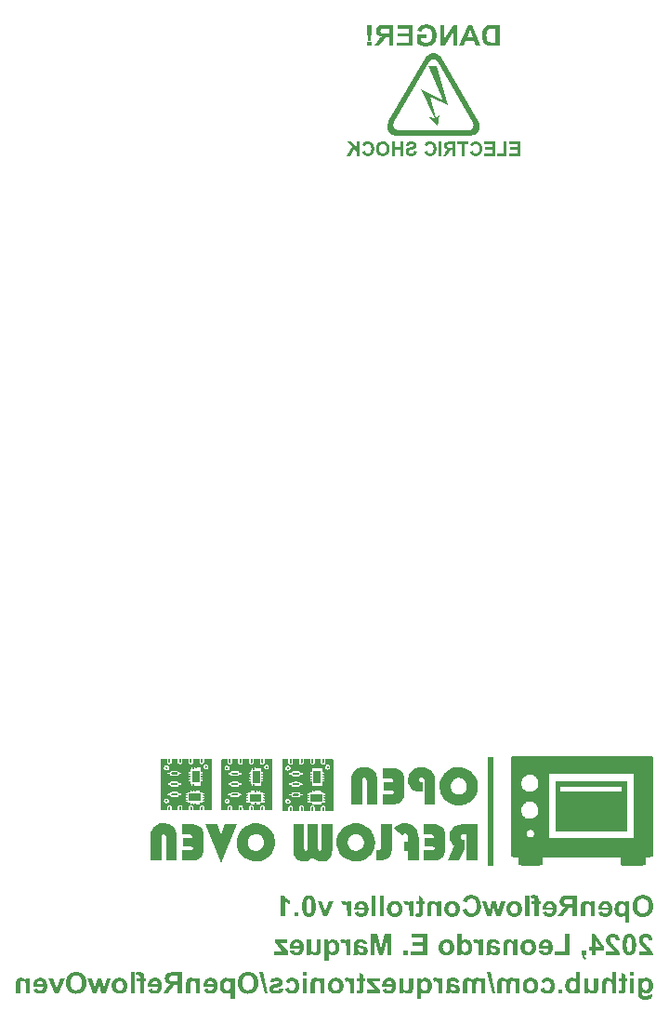
<source format=gbo>
G04*
G04 #@! TF.GenerationSoftware,Altium Limited,CircuitStudio,1.5.2 (30)*
G04*
G04 Layer_Color=32896*
%FSLAX44Y44*%
%MOMM*%
G71*
G01*
G75*
G36*
X944562Y686714D02*
X945061Y686631D01*
X945506Y686520D01*
X945950Y686381D01*
X946366Y686187D01*
X946727Y685993D01*
X947088Y685770D01*
X947393Y685576D01*
X947671Y685354D01*
X947921Y685132D01*
X948143Y684938D01*
X948310Y684743D01*
X948448Y684604D01*
X948559Y684493D01*
X948615Y684410D01*
X948643Y684382D01*
Y686437D01*
X952057D01*
Y672500D01*
X948365D01*
Y678774D01*
Y679191D01*
Y679579D01*
X948337Y679940D01*
X948310Y680246D01*
Y680551D01*
X948282Y680801D01*
X948254Y681051D01*
X948226Y681245D01*
X948171Y681578D01*
X948143Y681800D01*
X948087Y681939D01*
Y681967D01*
X947976Y682272D01*
X947810Y682578D01*
X947643Y682800D01*
X947477Y683022D01*
X947310Y683161D01*
X947171Y683299D01*
X947088Y683355D01*
X947060Y683383D01*
X946755Y683549D01*
X946450Y683688D01*
X946172Y683772D01*
X945894Y683855D01*
X945672Y683883D01*
X945506Y683910D01*
X945339D01*
X945061Y683883D01*
X944811Y683855D01*
X944617Y683799D01*
X944423Y683716D01*
X944256Y683633D01*
X944145Y683577D01*
X944090Y683549D01*
X944062Y683522D01*
X943868Y683383D01*
X943729Y683216D01*
X943479Y682883D01*
X943396Y682717D01*
X943340Y682606D01*
X943285Y682522D01*
Y682494D01*
X943229Y682356D01*
X943201Y682189D01*
X943146Y681773D01*
X943090Y681273D01*
X943063Y680801D01*
X943035Y680329D01*
Y680135D01*
Y679940D01*
Y679801D01*
Y679690D01*
Y679607D01*
Y679579D01*
Y672500D01*
X939342D01*
Y681134D01*
Y681717D01*
X939370Y682189D01*
X939398Y682633D01*
X939453Y682966D01*
X939481Y683244D01*
X939537Y683438D01*
X939565Y683577D01*
Y683605D01*
X939648Y683938D01*
X939759Y684216D01*
X939870Y684493D01*
X940009Y684715D01*
X940120Y684910D01*
X940203Y685049D01*
X940258Y685132D01*
X940286Y685160D01*
X940508Y685409D01*
X940758Y685631D01*
X941008Y685826D01*
X941258Y685993D01*
X941480Y686131D01*
X941674Y686215D01*
X941785Y686270D01*
X941841Y686298D01*
X942230Y686437D01*
X942618Y686548D01*
X942979Y686631D01*
X943312Y686686D01*
X943618Y686714D01*
X943868Y686742D01*
X944062D01*
X944562Y686714D01*
D02*
G37*
G36*
X739899D02*
X740371Y686659D01*
X740843Y686548D01*
X741259Y686437D01*
X741675Y686298D01*
X742036Y686131D01*
X742397Y685937D01*
X742703Y685770D01*
X742980Y685576D01*
X743230Y685382D01*
X743452Y685215D01*
X743619Y685076D01*
X743758Y684965D01*
X743869Y684854D01*
X743924Y684799D01*
X743952Y684771D01*
X744257Y684382D01*
X744535Y683966D01*
X744785Y683549D01*
X745007Y683105D01*
X745173Y682633D01*
X745312Y682189D01*
X745534Y681328D01*
X745618Y680912D01*
X745673Y680551D01*
X745701Y680218D01*
X745729Y679940D01*
X745757Y679690D01*
Y679496D01*
Y679385D01*
Y679357D01*
X745729Y678830D01*
X745701Y678302D01*
X745618Y677830D01*
X745534Y677386D01*
X745451Y676942D01*
X745312Y676553D01*
X745201Y676192D01*
X745062Y675859D01*
X744951Y675554D01*
X744813Y675304D01*
X744702Y675082D01*
X744618Y674888D01*
X744507Y674749D01*
X744452Y674638D01*
X744424Y674582D01*
X744396Y674554D01*
X744035Y674138D01*
X743674Y673777D01*
X743258Y673472D01*
X742814Y673194D01*
X742370Y672972D01*
X741925Y672778D01*
X741481Y672611D01*
X741037Y672500D01*
X740648Y672389D01*
X740260Y672334D01*
X739899Y672278D01*
X739593Y672222D01*
X739343D01*
X739177Y672195D01*
X739010D01*
X738205Y672250D01*
X737456Y672361D01*
X736817Y672528D01*
X736262Y672722D01*
X736012Y672833D01*
X735818Y672916D01*
X735623Y673000D01*
X735484Y673083D01*
X735374Y673166D01*
X735262Y673194D01*
X735235Y673250D01*
X735207D01*
X734679Y673694D01*
X734208Y674166D01*
X733819Y674693D01*
X733513Y675193D01*
X733264Y675637D01*
X733180Y675832D01*
X733097Y675998D01*
X733042Y676137D01*
X732986Y676248D01*
X732958Y676303D01*
Y676331D01*
X736623Y676942D01*
X736762Y676581D01*
X736900Y676248D01*
X737039Y675998D01*
X737206Y675776D01*
X737317Y675609D01*
X737428Y675498D01*
X737511Y675443D01*
X737539Y675415D01*
X737761Y675248D01*
X738011Y675137D01*
X738261Y675054D01*
X738483Y674999D01*
X738677Y674971D01*
X738844Y674943D01*
X738983D01*
X739427Y674971D01*
X739843Y675082D01*
X740232Y675221D01*
X740537Y675387D01*
X740787Y675554D01*
X740954Y675693D01*
X741093Y675804D01*
X741120Y675832D01*
X741398Y676192D01*
X741592Y676609D01*
X741759Y677053D01*
X741870Y677442D01*
X741925Y677830D01*
X741953Y678108D01*
X741981Y678219D01*
Y678302D01*
Y678358D01*
Y678386D01*
X732764D01*
Y679163D01*
X732819Y679857D01*
X732903Y680523D01*
X733014Y681134D01*
X733152Y681717D01*
X733291Y682217D01*
X733458Y682689D01*
X733624Y683105D01*
X733791Y683466D01*
X733958Y683799D01*
X734096Y684049D01*
X734235Y684271D01*
X734346Y684438D01*
X734430Y684577D01*
X734485Y684632D01*
X734513Y684660D01*
X734846Y685021D01*
X735235Y685354D01*
X735623Y685631D01*
X736012Y685854D01*
X736428Y686076D01*
X736845Y686242D01*
X737234Y686381D01*
X737622Y686492D01*
X737983Y686575D01*
X738316Y686631D01*
X738622Y686686D01*
X738872Y686714D01*
X739094Y686742D01*
X739399D01*
X739899Y686714D01*
D02*
G37*
G36*
X935567Y672500D02*
X931680D01*
Y680523D01*
X930431D01*
X930042Y680496D01*
X929709Y680468D01*
X929431Y680412D01*
X929209Y680385D01*
X929070Y680329D01*
X928987Y680301D01*
X928959D01*
X928737Y680190D01*
X928515Y680079D01*
X928321Y679940D01*
X928126Y679829D01*
X927988Y679690D01*
X927877Y679579D01*
X927821Y679524D01*
X927793Y679496D01*
X927682Y679357D01*
X927543Y679219D01*
X927238Y678802D01*
X926905Y678358D01*
X926544Y677858D01*
X926239Y677414D01*
X926100Y677192D01*
X925989Y677025D01*
X925878Y676887D01*
X925794Y676775D01*
X925767Y676692D01*
X925739Y676664D01*
X922963Y672500D01*
X918299D01*
X920658Y676248D01*
X920908Y676637D01*
X921158Y677025D01*
X921380Y677358D01*
X921602Y677664D01*
X921797Y677941D01*
X921963Y678219D01*
X922296Y678635D01*
X922546Y678969D01*
X922713Y679191D01*
X922852Y679330D01*
X922879Y679357D01*
X923185Y679690D01*
X923546Y679996D01*
X923879Y680246D01*
X924212Y680496D01*
X924490Y680690D01*
X924712Y680829D01*
X924878Y680940D01*
X924906Y680967D01*
X924934D01*
X924462Y681051D01*
X924045Y681162D01*
X923657Y681273D01*
X923268Y681412D01*
X922935Y681551D01*
X922629Y681689D01*
X922324Y681828D01*
X922074Y681995D01*
X921852Y682133D01*
X921658Y682272D01*
X921491Y682411D01*
X921380Y682522D01*
X921269Y682606D01*
X921186Y682689D01*
X921158Y682717D01*
X921130Y682744D01*
X920908Y683022D01*
X920714Y683299D01*
X920381Y683910D01*
X920159Y684493D01*
X920020Y685076D01*
X919909Y685576D01*
X919881Y685770D01*
Y685965D01*
X919853Y686104D01*
Y686242D01*
Y686298D01*
Y686326D01*
X919881Y686936D01*
X919992Y687519D01*
X920131Y688019D01*
X920270Y688463D01*
X920436Y688824D01*
X920575Y689102D01*
X920631Y689185D01*
X920686Y689268D01*
X920714Y689296D01*
Y689324D01*
X921047Y689796D01*
X921408Y690184D01*
X921769Y690490D01*
X922130Y690768D01*
X922463Y690934D01*
X922713Y691073D01*
X922879Y691156D01*
X922907Y691184D01*
X922935D01*
X923213Y691267D01*
X923518Y691351D01*
X924212Y691489D01*
X924961Y691573D01*
X925683Y691656D01*
X926044D01*
X926350Y691684D01*
X926655D01*
X926905Y691712D01*
X935567D01*
Y672500D01*
D02*
G37*
G36*
X892369D02*
X888676D01*
Y691712D01*
X892369D01*
Y672500D01*
D02*
G37*
G36*
X897144Y692045D02*
X897644Y691989D01*
X898060Y691906D01*
X898449Y691795D01*
X898726Y691684D01*
X898948Y691600D01*
X899087Y691545D01*
X899143Y691517D01*
X899476Y691295D01*
X899781Y691073D01*
X900003Y690823D01*
X900198Y690601D01*
X900337Y690407D01*
X900420Y690240D01*
X900475Y690129D01*
X900503Y690101D01*
X900614Y689740D01*
X900697Y689324D01*
X900781Y688880D01*
X900808Y688463D01*
X900836Y688075D01*
X900864Y687769D01*
Y687630D01*
Y687547D01*
Y687492D01*
Y687464D01*
Y686437D01*
X902918D01*
Y683549D01*
X900864D01*
Y672500D01*
X897172D01*
Y683549D01*
X894423D01*
Y686437D01*
X897172D01*
Y687408D01*
X897144Y687769D01*
X897116Y688075D01*
X897060Y688325D01*
X897005Y688519D01*
X896949Y688685D01*
X896894Y688769D01*
X896838Y688824D01*
Y688852D01*
X896672Y688991D01*
X896505Y689074D01*
X896117Y689185D01*
X895950Y689213D01*
X895811Y689241D01*
X895672D01*
X895062Y689213D01*
X894784Y689185D01*
X894534Y689130D01*
X894312Y689102D01*
X894118Y689046D01*
X894007Y689018D01*
X893979D01*
X893479Y691600D01*
X894062Y691767D01*
X894617Y691878D01*
X895145Y691961D01*
X895617Y692017D01*
X896006Y692045D01*
X896311Y692072D01*
X896589D01*
X897144Y692045D01*
D02*
G37*
G36*
X840009D02*
X840731Y691961D01*
X841370Y691823D01*
X842008Y691656D01*
X842563Y691462D01*
X843119Y691239D01*
X843590Y690990D01*
X844035Y690740D01*
X844451Y690490D01*
X844784Y690240D01*
X845090Y690018D01*
X845340Y689824D01*
X845534Y689657D01*
X845673Y689518D01*
X845756Y689435D01*
X845784Y689407D01*
X846228Y688880D01*
X846589Y688325D01*
X846922Y687741D01*
X847200Y687131D01*
X847449Y686492D01*
X847644Y685881D01*
X847810Y685271D01*
X847949Y684688D01*
X848060Y684105D01*
X848116Y683605D01*
X848171Y683133D01*
X848227Y682744D01*
Y682411D01*
X848255Y682161D01*
Y681995D01*
Y681967D01*
Y681939D01*
X848227Y681106D01*
X848143Y680329D01*
X848033Y679579D01*
X847866Y678913D01*
X847699Y678275D01*
X847477Y677664D01*
X847255Y677136D01*
X847033Y676664D01*
X846811Y676220D01*
X846589Y675832D01*
X846367Y675526D01*
X846200Y675248D01*
X846034Y675054D01*
X845923Y674888D01*
X845839Y674804D01*
X845811Y674777D01*
X845340Y674305D01*
X844840Y673916D01*
X844312Y673555D01*
X843785Y673277D01*
X843257Y673027D01*
X842730Y672805D01*
X842230Y672639D01*
X841758Y672500D01*
X841286Y672389D01*
X840870Y672306D01*
X840481Y672250D01*
X840176Y672222D01*
X839898Y672195D01*
X839704Y672167D01*
X839537D01*
X838954Y672195D01*
X838427Y672222D01*
X837899Y672306D01*
X837427Y672417D01*
X836983Y672528D01*
X836567Y672639D01*
X836178Y672778D01*
X835817Y672944D01*
X835512Y673083D01*
X835234Y673222D01*
X834984Y673333D01*
X834790Y673444D01*
X834623Y673555D01*
X834512Y673638D01*
X834457Y673666D01*
X834429Y673694D01*
X834068Y673999D01*
X833735Y674332D01*
X833124Y675082D01*
X832625Y675859D01*
X832236Y676609D01*
X832069Y676970D01*
X831930Y677303D01*
X831819Y677608D01*
X831708Y677858D01*
X831625Y678080D01*
X831570Y678247D01*
X831542Y678358D01*
Y678386D01*
X835317Y679552D01*
X835539Y678802D01*
X835789Y678164D01*
X836039Y677636D01*
X836317Y677192D01*
X836539Y676859D01*
X836733Y676637D01*
X836872Y676498D01*
X836928Y676442D01*
X837372Y676109D01*
X837816Y675887D01*
X838260Y675720D01*
X838649Y675582D01*
X839010Y675526D01*
X839315Y675498D01*
X839426Y675471D01*
X839565D01*
X839954Y675498D01*
X840315Y675526D01*
X840981Y675720D01*
X841564Y675943D01*
X842036Y676248D01*
X842424Y676525D01*
X842702Y676748D01*
X842813Y676859D01*
X842896Y676942D01*
X842924Y676970D01*
X842952Y676998D01*
X843174Y677303D01*
X843368Y677664D01*
X843563Y678053D01*
X843702Y678469D01*
X843924Y679330D01*
X844090Y680190D01*
X844146Y680607D01*
X844174Y680967D01*
X844229Y681328D01*
Y681634D01*
X844257Y681856D01*
Y682050D01*
Y682189D01*
Y682217D01*
X844229Y682855D01*
X844201Y683438D01*
X844146Y683966D01*
X844062Y684465D01*
X843951Y684910D01*
X843840Y685326D01*
X843729Y685687D01*
X843590Y686020D01*
X843480Y686298D01*
X843368Y686548D01*
X843257Y686742D01*
X843146Y686909D01*
X843063Y687047D01*
X843008Y687131D01*
X842952Y687186D01*
Y687214D01*
X842702Y687492D01*
X842424Y687741D01*
X842147Y687936D01*
X841842Y688102D01*
X841258Y688380D01*
X840703Y688574D01*
X840231Y688685D01*
X840009Y688713D01*
X839843Y688741D01*
X839676Y688769D01*
X839482D01*
X838926Y688741D01*
X838427Y688630D01*
X837983Y688491D01*
X837594Y688325D01*
X837289Y688158D01*
X837066Y688019D01*
X836928Y687908D01*
X836872Y687880D01*
X836511Y687547D01*
X836178Y687159D01*
X835928Y686770D01*
X835734Y686381D01*
X835595Y686048D01*
X835512Y685798D01*
X835456Y685687D01*
Y685604D01*
X835428Y685576D01*
Y685548D01*
X831597Y686464D01*
X831875Y687270D01*
X832180Y687964D01*
X832513Y688574D01*
X832819Y689074D01*
X833124Y689463D01*
X833235Y689629D01*
X833346Y689768D01*
X833430Y689851D01*
X833513Y689935D01*
X833541Y689990D01*
X833568D01*
X833985Y690351D01*
X834457Y690684D01*
X834901Y690962D01*
X835373Y691184D01*
X835873Y691406D01*
X836345Y691573D01*
X836817Y691712D01*
X837261Y691823D01*
X837677Y691906D01*
X838066Y691961D01*
X838399Y692017D01*
X838704Y692045D01*
X838954Y692072D01*
X839287D01*
X840009Y692045D01*
D02*
G37*
G36*
X708055Y672500D02*
X704724D01*
X699199Y686437D01*
X702975D01*
X705640Y679302D01*
X705807Y678885D01*
X705918Y678497D01*
X705973Y678358D01*
X706001Y678247D01*
X706029Y678164D01*
Y678136D01*
X706057Y677997D01*
X706112Y677830D01*
X706251Y677414D01*
X706307Y677247D01*
X706362Y677081D01*
X706390Y676970D01*
X706417Y676942D01*
X707167Y679302D01*
X709805Y686437D01*
X713663D01*
X708055Y672500D01*
D02*
G37*
G36*
X795229Y689213D02*
Y686437D01*
X796922D01*
Y683494D01*
X795229D01*
Y677414D01*
Y677053D01*
Y676748D01*
Y676442D01*
X795201Y676192D01*
Y675748D01*
X795173Y675387D01*
X795145Y675110D01*
Y674943D01*
X795118Y674832D01*
Y674804D01*
X795062Y674499D01*
X794979Y674221D01*
X794896Y673971D01*
X794812Y673777D01*
X794729Y673611D01*
X794673Y673500D01*
X794646Y673416D01*
X794618Y673388D01*
X794451Y673194D01*
X794257Y673027D01*
X793868Y672750D01*
X793702Y672667D01*
X793563Y672583D01*
X793452Y672556D01*
X793424Y672528D01*
X793119Y672417D01*
X792813Y672334D01*
X792508Y672278D01*
X792231Y672250D01*
X791981Y672222D01*
X791786Y672195D01*
X791620D01*
X791037Y672222D01*
X790481Y672278D01*
X789982Y672361D01*
X789565Y672472D01*
X789204Y672556D01*
X788927Y672639D01*
X788760Y672694D01*
X788732Y672722D01*
X788705D01*
X789038Y675582D01*
X789371Y675471D01*
X789676Y675387D01*
X789926Y675332D01*
X790148Y675304D01*
X790315Y675276D01*
X790426Y675248D01*
X790537D01*
X790787Y675276D01*
X790981Y675332D01*
X791092Y675387D01*
X791148Y675415D01*
X791314Y675582D01*
X791398Y675720D01*
X791453Y675832D01*
X791481Y675887D01*
Y675943D01*
X791509Y676054D01*
Y676303D01*
Y676637D01*
X791536Y676970D01*
Y677303D01*
Y677580D01*
Y677692D01*
Y677775D01*
Y677830D01*
Y677858D01*
Y683494D01*
X789010D01*
Y686437D01*
X791536D01*
Y691378D01*
X795229Y689213D01*
D02*
G37*
G36*
X911441Y686714D02*
X911913Y686659D01*
X912385Y686548D01*
X912802Y686437D01*
X913218Y686298D01*
X913579Y686131D01*
X913940Y685937D01*
X914245Y685770D01*
X914523Y685576D01*
X914773Y685382D01*
X914995Y685215D01*
X915162Y685076D01*
X915300Y684965D01*
X915411Y684854D01*
X915467Y684799D01*
X915495Y684771D01*
X915800Y684382D01*
X916078Y683966D01*
X916328Y683549D01*
X916550Y683105D01*
X916716Y682633D01*
X916855Y682189D01*
X917077Y681328D01*
X917160Y680912D01*
X917216Y680551D01*
X917244Y680218D01*
X917271Y679940D01*
X917299Y679690D01*
Y679496D01*
Y679385D01*
Y679357D01*
X917271Y678830D01*
X917244Y678302D01*
X917160Y677830D01*
X917077Y677386D01*
X916994Y676942D01*
X916855Y676553D01*
X916744Y676192D01*
X916605Y675859D01*
X916494Y675554D01*
X916355Y675304D01*
X916244Y675082D01*
X916161Y674888D01*
X916050Y674749D01*
X915994Y674638D01*
X915967Y674582D01*
X915939Y674554D01*
X915578Y674138D01*
X915217Y673777D01*
X914801Y673472D01*
X914356Y673194D01*
X913912Y672972D01*
X913468Y672778D01*
X913024Y672611D01*
X912580Y672500D01*
X912191Y672389D01*
X911802Y672334D01*
X911441Y672278D01*
X911136Y672222D01*
X910886D01*
X910720Y672195D01*
X910553D01*
X909748Y672250D01*
X908998Y672361D01*
X908360Y672528D01*
X907804Y672722D01*
X907555Y672833D01*
X907360Y672916D01*
X907166Y673000D01*
X907027Y673083D01*
X906916Y673166D01*
X906805Y673194D01*
X906777Y673250D01*
X906749D01*
X906222Y673694D01*
X905750Y674166D01*
X905361Y674693D01*
X905056Y675193D01*
X904806Y675637D01*
X904723Y675832D01*
X904640Y675998D01*
X904584Y676137D01*
X904529Y676248D01*
X904501Y676303D01*
Y676331D01*
X908165Y676942D01*
X908304Y676581D01*
X908443Y676248D01*
X908582Y675998D01*
X908748Y675776D01*
X908859Y675609D01*
X908970Y675498D01*
X909054Y675443D01*
X909082Y675415D01*
X909304Y675248D01*
X909554Y675137D01*
X909803Y675054D01*
X910025Y674999D01*
X910220Y674971D01*
X910386Y674943D01*
X910525D01*
X910969Y674971D01*
X911386Y675082D01*
X911775Y675221D01*
X912080Y675387D01*
X912330Y675554D01*
X912496Y675693D01*
X912635Y675804D01*
X912663Y675832D01*
X912941Y676192D01*
X913135Y676609D01*
X913301Y677053D01*
X913412Y677442D01*
X913468Y677830D01*
X913496Y678108D01*
X913523Y678219D01*
Y678302D01*
Y678358D01*
Y678386D01*
X904306D01*
Y679163D01*
X904362Y679857D01*
X904445Y680523D01*
X904556Y681134D01*
X904695Y681717D01*
X904834Y682217D01*
X905001Y682689D01*
X905167Y683105D01*
X905334Y683466D01*
X905500Y683799D01*
X905639Y684049D01*
X905778Y684271D01*
X905889Y684438D01*
X905972Y684577D01*
X906028Y684632D01*
X906056Y684660D01*
X906389Y685021D01*
X906777Y685354D01*
X907166Y685631D01*
X907555Y685854D01*
X907971Y686076D01*
X908388Y686242D01*
X908776Y686381D01*
X909165Y686492D01*
X909526Y686575D01*
X909859Y686631D01*
X910164Y686686D01*
X910414Y686714D01*
X910636Y686742D01*
X910942D01*
X911441Y686714D01*
D02*
G37*
G36*
X962163D02*
X962635Y686659D01*
X963107Y686548D01*
X963523Y686437D01*
X963940Y686298D01*
X964301Y686131D01*
X964661Y685937D01*
X964967Y685770D01*
X965245Y685576D01*
X965494Y685382D01*
X965716Y685215D01*
X965883Y685076D01*
X966022Y684965D01*
X966133Y684854D01*
X966188Y684799D01*
X966216Y684771D01*
X966522Y684382D01*
X966799Y683966D01*
X967049Y683549D01*
X967271Y683105D01*
X967438Y682633D01*
X967577Y682189D01*
X967799Y681328D01*
X967882Y680912D01*
X967937Y680551D01*
X967965Y680218D01*
X967993Y679940D01*
X968021Y679690D01*
Y679496D01*
Y679385D01*
Y679357D01*
X967993Y678830D01*
X967965Y678302D01*
X967882Y677830D01*
X967799Y677386D01*
X967715Y676942D01*
X967577Y676553D01*
X967466Y676192D01*
X967327Y675859D01*
X967216Y675554D01*
X967077Y675304D01*
X966966Y675082D01*
X966882Y674888D01*
X966771Y674749D01*
X966716Y674638D01*
X966688Y674582D01*
X966660Y674554D01*
X966300Y674138D01*
X965939Y673777D01*
X965522Y673472D01*
X965078Y673194D01*
X964634Y672972D01*
X964190Y672778D01*
X963745Y672611D01*
X963301Y672500D01*
X962913Y672389D01*
X962524Y672334D01*
X962163Y672278D01*
X961858Y672222D01*
X961608D01*
X961441Y672195D01*
X961274D01*
X960469Y672250D01*
X959720Y672361D01*
X959081Y672528D01*
X958526Y672722D01*
X958276Y672833D01*
X958082Y672916D01*
X957887Y673000D01*
X957749Y673083D01*
X957638Y673166D01*
X957527Y673194D01*
X957499Y673250D01*
X957471D01*
X956944Y673694D01*
X956472Y674166D01*
X956083Y674693D01*
X955778Y675193D01*
X955528Y675637D01*
X955444Y675832D01*
X955361Y675998D01*
X955306Y676137D01*
X955250Y676248D01*
X955222Y676303D01*
Y676331D01*
X958887Y676942D01*
X959026Y676581D01*
X959165Y676248D01*
X959303Y675998D01*
X959470Y675776D01*
X959581Y675609D01*
X959692Y675498D01*
X959775Y675443D01*
X959803Y675415D01*
X960025Y675248D01*
X960275Y675137D01*
X960525Y675054D01*
X960747Y674999D01*
X960941Y674971D01*
X961108Y674943D01*
X961247D01*
X961691Y674971D01*
X962107Y675082D01*
X962496Y675221D01*
X962801Y675387D01*
X963051Y675554D01*
X963218Y675693D01*
X963357Y675804D01*
X963384Y675832D01*
X963662Y676192D01*
X963856Y676609D01*
X964023Y677053D01*
X964134Y677442D01*
X964190Y677830D01*
X964217Y678108D01*
X964245Y678219D01*
Y678302D01*
Y678358D01*
Y678386D01*
X955028D01*
Y679163D01*
X955083Y679857D01*
X955167Y680523D01*
X955278Y681134D01*
X955417Y681717D01*
X955555Y682217D01*
X955722Y682689D01*
X955889Y683105D01*
X956055Y683466D01*
X956222Y683799D01*
X956361Y684049D01*
X956499Y684271D01*
X956610Y684438D01*
X956694Y684577D01*
X956749Y684632D01*
X956777Y684660D01*
X957110Y685021D01*
X957499Y685354D01*
X957887Y685631D01*
X958276Y685854D01*
X958693Y686076D01*
X959109Y686242D01*
X959498Y686381D01*
X959886Y686492D01*
X960247Y686575D01*
X960581Y686631D01*
X960886Y686686D01*
X961136Y686714D01*
X961358Y686742D01*
X961663D01*
X962163Y686714D01*
D02*
G37*
G36*
X804363D02*
X804862Y686631D01*
X805306Y686520D01*
X805751Y686381D01*
X806167Y686187D01*
X806528Y685993D01*
X806889Y685770D01*
X807194Y685576D01*
X807472Y685354D01*
X807722Y685132D01*
X807944Y684938D01*
X808110Y684743D01*
X808249Y684604D01*
X808360Y684493D01*
X808416Y684410D01*
X808444Y684382D01*
Y686437D01*
X811858D01*
Y672500D01*
X808166D01*
Y678774D01*
Y679191D01*
Y679579D01*
X808138Y679940D01*
X808110Y680246D01*
Y680551D01*
X808083Y680801D01*
X808055Y681051D01*
X808027Y681245D01*
X807972Y681578D01*
X807944Y681800D01*
X807888Y681939D01*
Y681967D01*
X807777Y682272D01*
X807611Y682578D01*
X807444Y682800D01*
X807278Y683022D01*
X807111Y683161D01*
X806972Y683299D01*
X806889Y683355D01*
X806861Y683383D01*
X806556Y683549D01*
X806250Y683688D01*
X805973Y683772D01*
X805695Y683855D01*
X805473Y683883D01*
X805306Y683910D01*
X805140D01*
X804862Y683883D01*
X804612Y683855D01*
X804418Y683799D01*
X804224Y683716D01*
X804057Y683633D01*
X803946Y683577D01*
X803891Y683549D01*
X803863Y683522D01*
X803669Y683383D01*
X803530Y683216D01*
X803280Y682883D01*
X803196Y682717D01*
X803141Y682606D01*
X803085Y682522D01*
Y682494D01*
X803030Y682356D01*
X803002Y682189D01*
X802947Y681773D01*
X802891Y681273D01*
X802863Y680801D01*
X802836Y680329D01*
Y680135D01*
Y679940D01*
Y679801D01*
Y679690D01*
Y679607D01*
Y679579D01*
Y672500D01*
X799143D01*
Y681134D01*
Y681717D01*
X799171Y682189D01*
X799199Y682633D01*
X799254Y682966D01*
X799282Y683244D01*
X799338Y683438D01*
X799365Y683577D01*
Y683605D01*
X799449Y683938D01*
X799560Y684216D01*
X799671Y684493D01*
X799810Y684715D01*
X799921Y684910D01*
X800004Y685049D01*
X800059Y685132D01*
X800087Y685160D01*
X800309Y685409D01*
X800559Y685631D01*
X800809Y685826D01*
X801059Y685993D01*
X801281Y686131D01*
X801475Y686215D01*
X801586Y686270D01*
X801642Y686298D01*
X802030Y686437D01*
X802419Y686548D01*
X802780Y686631D01*
X803113Y686686D01*
X803419Y686714D01*
X803669Y686742D01*
X803863D01*
X804363Y686714D01*
D02*
G37*
G36*
X822658D02*
X823352Y686603D01*
X823990Y686464D01*
X824546Y686298D01*
X824768Y686187D01*
X824990Y686104D01*
X825184Y686048D01*
X825323Y685965D01*
X825462Y685909D01*
X825545Y685854D01*
X825601Y685826D01*
X825628D01*
X826211Y685437D01*
X826711Y685021D01*
X827155Y684577D01*
X827516Y684160D01*
X827794Y683772D01*
X828016Y683466D01*
X828099Y683355D01*
X828127Y683272D01*
X828183Y683216D01*
Y683188D01*
X828488Y682550D01*
X828682Y681911D01*
X828849Y681328D01*
X828960Y680801D01*
X829015Y680329D01*
X829043Y680135D01*
Y679968D01*
X829071Y679857D01*
Y679746D01*
Y679690D01*
Y679663D01*
X829043Y678802D01*
X828932Y677997D01*
X828793Y677303D01*
X828710Y676998D01*
X828627Y676720D01*
X828543Y676470D01*
X828460Y676248D01*
X828377Y676054D01*
X828321Y675887D01*
X828266Y675748D01*
X828210Y675665D01*
X828183Y675609D01*
Y675582D01*
X827794Y674999D01*
X827377Y674499D01*
X826933Y674055D01*
X826517Y673694D01*
X826128Y673416D01*
X825823Y673222D01*
X825712Y673139D01*
X825628Y673083D01*
X825573Y673055D01*
X825545D01*
X824879Y672778D01*
X824240Y672556D01*
X823630Y672417D01*
X823046Y672306D01*
X822575Y672250D01*
X822380Y672222D01*
X822214D01*
X822075Y672195D01*
X821880D01*
X821298Y672222D01*
X820770Y672278D01*
X820242Y672389D01*
X819771Y672528D01*
X819299Y672667D01*
X818882Y672833D01*
X818493Y673027D01*
X818133Y673222D01*
X817827Y673416D01*
X817550Y673611D01*
X817300Y673777D01*
X817105Y673916D01*
X816939Y674055D01*
X816828Y674166D01*
X816772Y674221D01*
X816745Y674249D01*
X816384Y674666D01*
X816078Y675082D01*
X815801Y675498D01*
X815551Y675943D01*
X815356Y676387D01*
X815190Y676831D01*
X815051Y677247D01*
X814940Y677664D01*
X814857Y678025D01*
X814801Y678386D01*
X814746Y678691D01*
X814718Y678969D01*
X814690Y679191D01*
Y679357D01*
Y679468D01*
Y679496D01*
X814718Y680079D01*
X814773Y680634D01*
X814884Y681134D01*
X814995Y681634D01*
X815162Y682078D01*
X815329Y682522D01*
X815523Y682911D01*
X815689Y683272D01*
X815884Y683577D01*
X816078Y683883D01*
X816245Y684105D01*
X816411Y684327D01*
X816522Y684465D01*
X816633Y684604D01*
X816689Y684660D01*
X816717Y684688D01*
X817105Y685049D01*
X817522Y685354D01*
X817938Y685631D01*
X818382Y685881D01*
X818827Y686076D01*
X819243Y686242D01*
X819660Y686381D01*
X820076Y686492D01*
X820437Y686575D01*
X820798Y686631D01*
X821103Y686686D01*
X821381Y686714D01*
X821603Y686742D01*
X821908D01*
X822658Y686714D01*
D02*
G37*
G36*
X879321D02*
X880014Y686603D01*
X880653Y686464D01*
X881208Y686298D01*
X881430Y686187D01*
X881653Y686104D01*
X881847Y686048D01*
X881986Y685965D01*
X882124Y685909D01*
X882208Y685854D01*
X882263Y685826D01*
X882291D01*
X882874Y685437D01*
X883374Y685021D01*
X883818Y684577D01*
X884179Y684160D01*
X884456Y683772D01*
X884679Y683466D01*
X884762Y683355D01*
X884790Y683272D01*
X884845Y683216D01*
Y683188D01*
X885151Y682550D01*
X885345Y681911D01*
X885511Y681328D01*
X885622Y680801D01*
X885678Y680329D01*
X885706Y680135D01*
Y679968D01*
X885734Y679857D01*
Y679746D01*
Y679690D01*
Y679663D01*
X885706Y678802D01*
X885595Y677997D01*
X885456Y677303D01*
X885373Y676998D01*
X885289Y676720D01*
X885206Y676470D01*
X885123Y676248D01*
X885040Y676054D01*
X884984Y675887D01*
X884929Y675748D01*
X884873Y675665D01*
X884845Y675609D01*
Y675582D01*
X884456Y674999D01*
X884040Y674499D01*
X883596Y674055D01*
X883179Y673694D01*
X882791Y673416D01*
X882485Y673222D01*
X882374Y673139D01*
X882291Y673083D01*
X882235Y673055D01*
X882208D01*
X881542Y672778D01*
X880903Y672556D01*
X880292Y672417D01*
X879709Y672306D01*
X879237Y672250D01*
X879043Y672222D01*
X878876D01*
X878737Y672195D01*
X878543D01*
X877960Y672222D01*
X877433Y672278D01*
X876905Y672389D01*
X876433Y672528D01*
X875961Y672667D01*
X875545Y672833D01*
X875156Y673027D01*
X874795Y673222D01*
X874490Y673416D01*
X874212Y673611D01*
X873962Y673777D01*
X873768Y673916D01*
X873602Y674055D01*
X873490Y674166D01*
X873435Y674221D01*
X873407Y674249D01*
X873046Y674666D01*
X872741Y675082D01*
X872463Y675498D01*
X872213Y675943D01*
X872019Y676387D01*
X871852Y676831D01*
X871714Y677247D01*
X871603Y677664D01*
X871519Y678025D01*
X871464Y678386D01*
X871408Y678691D01*
X871380Y678969D01*
X871353Y679191D01*
Y679357D01*
Y679468D01*
Y679496D01*
X871380Y680079D01*
X871436Y680634D01*
X871547Y681134D01*
X871658Y681634D01*
X871825Y682078D01*
X871991Y682522D01*
X872186Y682911D01*
X872352Y683272D01*
X872546Y683577D01*
X872741Y683883D01*
X872907Y684105D01*
X873074Y684327D01*
X873185Y684465D01*
X873296Y684604D01*
X873352Y684660D01*
X873379Y684688D01*
X873768Y685049D01*
X874184Y685354D01*
X874601Y685631D01*
X875045Y685881D01*
X875489Y686076D01*
X875906Y686242D01*
X876322Y686381D01*
X876739Y686492D01*
X877100Y686575D01*
X877460Y686631D01*
X877766Y686686D01*
X878043Y686714D01*
X878266Y686742D01*
X878571D01*
X879321Y686714D01*
D02*
G37*
G36*
X770465D02*
X771159Y686603D01*
X771797Y686464D01*
X772353Y686298D01*
X772575Y686187D01*
X772797Y686104D01*
X772991Y686048D01*
X773130Y685965D01*
X773269Y685909D01*
X773352Y685854D01*
X773408Y685826D01*
X773436D01*
X774018Y685437D01*
X774518Y685021D01*
X774962Y684577D01*
X775323Y684160D01*
X775601Y683772D01*
X775823Y683466D01*
X775906Y683355D01*
X775934Y683272D01*
X775990Y683216D01*
Y683188D01*
X776295Y682550D01*
X776489Y681911D01*
X776656Y681328D01*
X776767Y680801D01*
X776822Y680329D01*
X776850Y680135D01*
Y679968D01*
X776878Y679857D01*
Y679746D01*
Y679690D01*
Y679663D01*
X776850Y678802D01*
X776739Y677997D01*
X776600Y677303D01*
X776517Y676998D01*
X776434Y676720D01*
X776350Y676470D01*
X776267Y676248D01*
X776184Y676054D01*
X776128Y675887D01*
X776073Y675748D01*
X776017Y675665D01*
X775990Y675609D01*
Y675582D01*
X775601Y674999D01*
X775184Y674499D01*
X774740Y674055D01*
X774324Y673694D01*
X773935Y673416D01*
X773630Y673222D01*
X773519Y673139D01*
X773436Y673083D01*
X773380Y673055D01*
X773352D01*
X772686Y672778D01*
X772047Y672556D01*
X771437Y672417D01*
X770854Y672306D01*
X770382Y672250D01*
X770187Y672222D01*
X770021D01*
X769882Y672195D01*
X769688D01*
X769105Y672222D01*
X768577Y672278D01*
X768050Y672389D01*
X767578Y672528D01*
X767106Y672667D01*
X766689Y672833D01*
X766301Y673027D01*
X765940Y673222D01*
X765634Y673416D01*
X765357Y673611D01*
X765107Y673777D01*
X764912Y673916D01*
X764746Y674055D01*
X764635Y674166D01*
X764579Y674221D01*
X764552Y674249D01*
X764191Y674666D01*
X763885Y675082D01*
X763608Y675498D01*
X763358Y675943D01*
X763163Y676387D01*
X762997Y676831D01*
X762858Y677247D01*
X762747Y677664D01*
X762664Y678025D01*
X762608Y678386D01*
X762553Y678691D01*
X762525Y678969D01*
X762497Y679191D01*
Y679357D01*
Y679468D01*
Y679496D01*
X762525Y680079D01*
X762580Y680634D01*
X762691Y681134D01*
X762803Y681634D01*
X762969Y682078D01*
X763136Y682522D01*
X763330Y682911D01*
X763497Y683272D01*
X763691Y683577D01*
X763885Y683883D01*
X764052Y684105D01*
X764218Y684327D01*
X764330Y684465D01*
X764441Y684604D01*
X764496Y684660D01*
X764524Y684688D01*
X764912Y685049D01*
X765329Y685354D01*
X765745Y685631D01*
X766189Y685881D01*
X766634Y686076D01*
X767050Y686242D01*
X767467Y686381D01*
X767883Y686492D01*
X768244Y686575D01*
X768605Y686631D01*
X768910Y686686D01*
X769188Y686714D01*
X769410Y686742D01*
X769715D01*
X770465Y686714D01*
D02*
G37*
G36*
X691981Y691795D02*
X692453Y691739D01*
X692925Y691628D01*
X693342Y691517D01*
X693730Y691351D01*
X694091Y691184D01*
X694397Y691017D01*
X694702Y690823D01*
X694952Y690629D01*
X695202Y690462D01*
X695396Y690296D01*
X695535Y690129D01*
X695674Y690018D01*
X695757Y689907D01*
X695812Y689851D01*
X695840Y689824D01*
X696173Y689352D01*
X696451Y688796D01*
X696701Y688213D01*
X696923Y687603D01*
X697089Y686964D01*
X697256Y686298D01*
X697367Y685659D01*
X697478Y685021D01*
X697534Y684410D01*
X697589Y683855D01*
X697645Y683327D01*
X697672Y682883D01*
X697700Y682522D01*
Y682245D01*
Y682133D01*
Y682050D01*
Y682022D01*
Y681995D01*
X697672Y680995D01*
X697617Y680079D01*
X697534Y679219D01*
X697423Y678441D01*
X697311Y677747D01*
X697173Y677109D01*
X697006Y676553D01*
X696840Y676054D01*
X696701Y675637D01*
X696534Y675248D01*
X696395Y674943D01*
X696256Y674693D01*
X696173Y674527D01*
X696090Y674388D01*
X696034Y674305D01*
X696007Y674277D01*
X695674Y673888D01*
X695313Y673583D01*
X694952Y673277D01*
X694563Y673055D01*
X694202Y672833D01*
X693813Y672667D01*
X693453Y672528D01*
X693092Y672417D01*
X692758Y672306D01*
X692453Y672250D01*
X692176Y672195D01*
X691953Y672167D01*
X691759D01*
X691592Y672139D01*
X691481D01*
X690982Y672167D01*
X690510Y672222D01*
X690038Y672334D01*
X689621Y672445D01*
X689233Y672583D01*
X688872Y672750D01*
X688566Y672944D01*
X688261Y673139D01*
X688011Y673305D01*
X687761Y673500D01*
X687567Y673666D01*
X687400Y673805D01*
X687289Y673916D01*
X687206Y674027D01*
X687150Y674082D01*
X687123Y674110D01*
X686790Y674582D01*
X686512Y675137D01*
X686234Y675720D01*
X686040Y676359D01*
X685846Y676998D01*
X685707Y677636D01*
X685568Y678302D01*
X685457Y678941D01*
X685402Y679552D01*
X685346Y680107D01*
X685291Y680634D01*
X685263Y681078D01*
X685235Y681440D01*
Y681717D01*
Y681828D01*
Y681911D01*
Y681939D01*
Y681967D01*
X685263Y682966D01*
X685318Y683883D01*
X685402Y684715D01*
X685540Y685493D01*
X685679Y686215D01*
X685818Y686853D01*
X686012Y687436D01*
X686179Y687936D01*
X686345Y688408D01*
X686512Y688769D01*
X686679Y689102D01*
X686817Y689379D01*
X686956Y689574D01*
X687039Y689713D01*
X687095Y689796D01*
X687123Y689824D01*
X687428Y690184D01*
X687761Y690490D01*
X688122Y690740D01*
X688483Y690990D01*
X688844Y691184D01*
X689205Y691323D01*
X689538Y691462D01*
X689899Y691573D01*
X690232Y691656D01*
X690510Y691712D01*
X690787Y691767D01*
X691010Y691795D01*
X691204Y691823D01*
X691481D01*
X691981Y691795D01*
D02*
G37*
G36*
X996560Y692045D02*
X997365Y691961D01*
X998059Y691823D01*
X998670Y691684D01*
X998920Y691600D01*
X999170Y691545D01*
X999364Y691489D01*
X999531Y691406D01*
X999670Y691378D01*
X999781Y691323D01*
X999836Y691295D01*
X999864D01*
X1000364Y691073D01*
X1000836Y690795D01*
X1001252Y690490D01*
X1001613Y690212D01*
X1001918Y689962D01*
X1002168Y689740D01*
X1002307Y689602D01*
X1002335Y689574D01*
X1002363Y689546D01*
X1002751Y689102D01*
X1003112Y688630D01*
X1003418Y688213D01*
X1003667Y687797D01*
X1003862Y687436D01*
X1004028Y687159D01*
X1004056Y687047D01*
X1004112Y686964D01*
X1004139Y686936D01*
Y686909D01*
X1004417Y686131D01*
X1004639Y685298D01*
X1004778Y684465D01*
X1004889Y683688D01*
X1004917Y683327D01*
X1004944Y682994D01*
X1004972Y682717D01*
Y682467D01*
X1005000Y682245D01*
Y682106D01*
Y681995D01*
Y681967D01*
X1004972Y681134D01*
X1004889Y680329D01*
X1004778Y679579D01*
X1004611Y678885D01*
X1004417Y678247D01*
X1004195Y677664D01*
X1003973Y677109D01*
X1003723Y676637D01*
X1003501Y676192D01*
X1003279Y675832D01*
X1003057Y675498D01*
X1002862Y675221D01*
X1002696Y675026D01*
X1002585Y674860D01*
X1002501Y674777D01*
X1002474Y674749D01*
X1001974Y674277D01*
X1001446Y673888D01*
X1000919Y673527D01*
X1000336Y673250D01*
X999781Y673000D01*
X999198Y672778D01*
X998670Y672611D01*
X998115Y672472D01*
X997615Y672361D01*
X997143Y672278D01*
X996727Y672222D01*
X996366Y672195D01*
X996088Y672167D01*
X995866Y672139D01*
X995672D01*
X994894Y672167D01*
X994173Y672250D01*
X993479Y672389D01*
X992840Y672556D01*
X992229Y672750D01*
X991674Y672972D01*
X991174Y673194D01*
X990702Y673444D01*
X990314Y673694D01*
X989953Y673916D01*
X989648Y674138D01*
X989398Y674332D01*
X989175Y674499D01*
X989037Y674638D01*
X988953Y674721D01*
X988926Y674749D01*
X988482Y675276D01*
X988093Y675832D01*
X987732Y676414D01*
X987454Y676998D01*
X987204Y677608D01*
X986982Y678219D01*
X986816Y678830D01*
X986677Y679413D01*
X986594Y679940D01*
X986510Y680468D01*
X986455Y680912D01*
X986399Y681301D01*
Y681634D01*
X986372Y681884D01*
Y682022D01*
Y682078D01*
X986399Y682939D01*
X986483Y683744D01*
X986594Y684493D01*
X986760Y685215D01*
X986954Y685854D01*
X987177Y686464D01*
X987399Y687020D01*
X987649Y687492D01*
X987898Y687936D01*
X988121Y688325D01*
X988343Y688658D01*
X988537Y688935D01*
X988676Y689130D01*
X988815Y689296D01*
X988898Y689379D01*
X988926Y689407D01*
X989425Y689879D01*
X989953Y690296D01*
X990508Y690657D01*
X991063Y690962D01*
X991646Y691212D01*
X992202Y691434D01*
X992757Y691600D01*
X993284Y691739D01*
X993784Y691850D01*
X994256Y691934D01*
X994672Y691989D01*
X995033Y692045D01*
X995311D01*
X995533Y692072D01*
X995727D01*
X996560Y692045D01*
D02*
G37*
G36*
X759638Y672500D02*
X755945D01*
Y691712D01*
X759638D01*
Y672500D01*
D02*
G37*
G36*
X780404Y686714D02*
X780681Y686686D01*
X780959Y686603D01*
X781181Y686520D01*
X781376Y686437D01*
X781542Y686381D01*
X781625Y686326D01*
X781653Y686298D01*
X781931Y686104D01*
X782181Y685826D01*
X782458Y685520D01*
X782680Y685215D01*
X782902Y684910D01*
X783069Y684660D01*
X783180Y684493D01*
X783208Y684465D01*
Y686437D01*
X786622D01*
Y672500D01*
X782930D01*
Y676775D01*
Y677414D01*
Y677997D01*
X782902Y678524D01*
X782875Y678996D01*
Y679441D01*
X782847Y679801D01*
X782819Y680162D01*
X782791Y680440D01*
X782764Y680690D01*
X782736Y680912D01*
X782708Y681078D01*
Y681217D01*
X782680Y681301D01*
X782653Y681384D01*
Y681440D01*
X782542Y681828D01*
X782403Y682161D01*
X782264Y682439D01*
X782125Y682633D01*
X782014Y682800D01*
X781903Y682911D01*
X781847Y682966D01*
X781820Y682994D01*
X781598Y683133D01*
X781376Y683244D01*
X781153Y683327D01*
X780959Y683383D01*
X780792Y683411D01*
X780626Y683438D01*
X780515D01*
X780209Y683411D01*
X779904Y683355D01*
X779626Y683244D01*
X779349Y683133D01*
X779127Y683022D01*
X778960Y682911D01*
X778821Y682855D01*
X778794Y682828D01*
X777628Y686020D01*
X778072Y686270D01*
X778488Y686437D01*
X778905Y686575D01*
X779293Y686659D01*
X779599Y686714D01*
X779848Y686742D01*
X780071D01*
X780404Y686714D01*
D02*
G37*
G36*
X752170Y672500D02*
X748477D01*
Y691712D01*
X752170D01*
Y672500D01*
D02*
G37*
G36*
X681987D02*
X678294D01*
Y676192D01*
X681987D01*
Y672500D01*
D02*
G37*
G36*
X723686Y686714D02*
X723963Y686686D01*
X724241Y686603D01*
X724463Y686520D01*
X724657Y686437D01*
X724824Y686381D01*
X724907Y686326D01*
X724935Y686298D01*
X725212Y686104D01*
X725462Y685826D01*
X725740Y685520D01*
X725962Y685215D01*
X726184Y684910D01*
X726351Y684660D01*
X726462Y684493D01*
X726490Y684465D01*
Y686437D01*
X729904D01*
Y672500D01*
X726212D01*
Y676775D01*
Y677414D01*
Y677997D01*
X726184Y678524D01*
X726156Y678996D01*
Y679441D01*
X726129Y679801D01*
X726101Y680162D01*
X726073Y680440D01*
X726045Y680690D01*
X726018Y680912D01*
X725990Y681078D01*
Y681217D01*
X725962Y681301D01*
X725934Y681384D01*
Y681440D01*
X725823Y681828D01*
X725685Y682161D01*
X725546Y682439D01*
X725407Y682633D01*
X725296Y682800D01*
X725185Y682911D01*
X725129Y682966D01*
X725101Y682994D01*
X724879Y683133D01*
X724657Y683244D01*
X724435Y683327D01*
X724241Y683383D01*
X724074Y683411D01*
X723908Y683438D01*
X723797D01*
X723491Y683411D01*
X723186Y683355D01*
X722908Y683244D01*
X722631Y683133D01*
X722409Y683022D01*
X722242Y682911D01*
X722103Y682855D01*
X722075Y682828D01*
X720909Y686020D01*
X721354Y686270D01*
X721770Y686437D01*
X722186Y686575D01*
X722575Y686659D01*
X722880Y686714D01*
X723130Y686742D01*
X723353D01*
X723686Y686714D01*
D02*
G37*
G36*
X865911Y672500D02*
X862330D01*
X859970Y681440D01*
X857583Y672500D01*
X854029D01*
X849559Y686437D01*
X853196D01*
X855861Y677303D01*
X858166Y686437D01*
X861719D01*
X864135Y677303D01*
X866744Y686437D01*
X870298D01*
X865911Y672500D01*
D02*
G37*
G36*
X907860Y651714D02*
X908332Y651659D01*
X908804Y651548D01*
X909220Y651437D01*
X909637Y651298D01*
X909998Y651131D01*
X910359Y650937D01*
X910664Y650770D01*
X910942Y650576D01*
X911191Y650382D01*
X911414Y650215D01*
X911580Y650076D01*
X911719Y649965D01*
X911830Y649854D01*
X911886Y649799D01*
X911913Y649771D01*
X912219Y649382D01*
X912496Y648966D01*
X912746Y648549D01*
X912968Y648105D01*
X913135Y647633D01*
X913274Y647189D01*
X913496Y646328D01*
X913579Y645912D01*
X913635Y645551D01*
X913662Y645218D01*
X913690Y644940D01*
X913718Y644690D01*
Y644496D01*
Y644385D01*
Y644357D01*
X913690Y643830D01*
X913662Y643302D01*
X913579Y642830D01*
X913496Y642386D01*
X913412Y641942D01*
X913274Y641553D01*
X913163Y641192D01*
X913024Y640859D01*
X912913Y640554D01*
X912774Y640304D01*
X912663Y640082D01*
X912580Y639888D01*
X912469Y639749D01*
X912413Y639638D01*
X912385Y639582D01*
X912357Y639554D01*
X911997Y639138D01*
X911636Y638777D01*
X911219Y638472D01*
X910775Y638194D01*
X910331Y637972D01*
X909887Y637778D01*
X909443Y637611D01*
X908998Y637500D01*
X908610Y637389D01*
X908221Y637333D01*
X907860Y637278D01*
X907555Y637222D01*
X907305D01*
X907138Y637195D01*
X906972D01*
X906167Y637250D01*
X905417Y637361D01*
X904778Y637528D01*
X904223Y637722D01*
X903973Y637833D01*
X903779Y637916D01*
X903585Y638000D01*
X903446Y638083D01*
X903335Y638166D01*
X903224Y638194D01*
X903196Y638250D01*
X903168D01*
X902641Y638694D01*
X902169Y639166D01*
X901780Y639693D01*
X901475Y640193D01*
X901225Y640637D01*
X901142Y640832D01*
X901058Y640998D01*
X901003Y641137D01*
X900947Y641248D01*
X900919Y641303D01*
Y641331D01*
X904584Y641942D01*
X904723Y641581D01*
X904862Y641248D01*
X905001Y640998D01*
X905167Y640776D01*
X905278Y640609D01*
X905389Y640498D01*
X905472Y640443D01*
X905500Y640415D01*
X905722Y640248D01*
X905972Y640137D01*
X906222Y640054D01*
X906444Y639999D01*
X906638Y639971D01*
X906805Y639943D01*
X906944D01*
X907388Y639971D01*
X907804Y640082D01*
X908193Y640221D01*
X908499Y640387D01*
X908748Y640554D01*
X908915Y640693D01*
X909054Y640804D01*
X909082Y640832D01*
X909359Y641192D01*
X909554Y641609D01*
X909720Y642053D01*
X909831Y642442D01*
X909887Y642830D01*
X909914Y643108D01*
X909942Y643219D01*
Y643302D01*
Y643358D01*
Y643386D01*
X900725D01*
Y644163D01*
X900781Y644857D01*
X900864Y645523D01*
X900975Y646134D01*
X901114Y646717D01*
X901253Y647217D01*
X901419Y647689D01*
X901586Y648105D01*
X901752Y648466D01*
X901919Y648799D01*
X902058Y649049D01*
X902197Y649271D01*
X902308Y649438D01*
X902391Y649577D01*
X902446Y649632D01*
X902474Y649660D01*
X902807Y650021D01*
X903196Y650354D01*
X903585Y650631D01*
X903973Y650854D01*
X904390Y651076D01*
X904806Y651242D01*
X905195Y651381D01*
X905583Y651492D01*
X905944Y651575D01*
X906278Y651631D01*
X906583Y651686D01*
X906833Y651714D01*
X907055Y651742D01*
X907360D01*
X907860Y651714D01*
D02*
G37*
G36*
X702309Y642608D02*
X702281Y641914D01*
X702225Y641303D01*
X702142Y640776D01*
X702059Y640332D01*
X701976Y639971D01*
X701892Y639721D01*
X701837Y639582D01*
X701809Y639527D01*
X701587Y639138D01*
X701337Y638777D01*
X701087Y638499D01*
X700809Y638250D01*
X700587Y638055D01*
X700365Y637916D01*
X700254Y637833D01*
X700199Y637805D01*
X699782Y637611D01*
X699338Y637444D01*
X698922Y637333D01*
X698505Y637278D01*
X698172Y637222D01*
X697922Y637195D01*
X697672D01*
X697173Y637222D01*
X696701Y637278D01*
X696256Y637389D01*
X695868Y637500D01*
X695535Y637611D01*
X695285Y637722D01*
X695118Y637778D01*
X695063Y637805D01*
X694619Y638055D01*
X694230Y638361D01*
X693869Y638638D01*
X693591Y638944D01*
X693342Y639193D01*
X693175Y639388D01*
X693064Y639527D01*
X693036Y639582D01*
Y637500D01*
X689621D01*
Y651437D01*
X693314D01*
Y645551D01*
Y645024D01*
Y644552D01*
X693342Y644107D01*
X693369Y643719D01*
Y643358D01*
X693397Y643053D01*
X693425Y642803D01*
X693453Y642553D01*
X693480Y642358D01*
X693508Y642220D01*
X693536Y642081D01*
Y641970D01*
X693591Y641831D01*
Y641803D01*
X693702Y641525D01*
X693869Y641276D01*
X694036Y641081D01*
X694202Y640887D01*
X694369Y640720D01*
X694508Y640609D01*
X694591Y640554D01*
X694619Y640526D01*
X694896Y640359D01*
X695202Y640248D01*
X695479Y640137D01*
X695757Y640082D01*
X695979Y640054D01*
X696145Y640026D01*
X696312D01*
X696618Y640054D01*
X696867Y640082D01*
X697117Y640137D01*
X697311Y640221D01*
X697478Y640276D01*
X697589Y640332D01*
X697672Y640359D01*
X697700Y640387D01*
X697895Y640554D01*
X698033Y640720D01*
X698172Y640887D01*
X698255Y641054D01*
X698339Y641220D01*
X698394Y641331D01*
X698422Y641414D01*
Y641442D01*
X698450Y641581D01*
X698477Y641775D01*
X698505Y642025D01*
X698533Y642275D01*
X698561Y642858D01*
X698589Y643497D01*
X698616Y644080D01*
Y644330D01*
Y644552D01*
Y644746D01*
Y644885D01*
Y644996D01*
Y645024D01*
Y651437D01*
X702309D01*
Y642608D01*
D02*
G37*
G36*
X681043Y651714D02*
X681515Y651659D01*
X681987Y651548D01*
X682403Y651437D01*
X682820Y651298D01*
X683180Y651131D01*
X683541Y650937D01*
X683847Y650770D01*
X684125Y650576D01*
X684374Y650382D01*
X684596Y650215D01*
X684763Y650076D01*
X684902Y649965D01*
X685013Y649854D01*
X685068Y649799D01*
X685096Y649771D01*
X685402Y649382D01*
X685679Y648966D01*
X685929Y648549D01*
X686151Y648105D01*
X686318Y647633D01*
X686457Y647189D01*
X686679Y646328D01*
X686762Y645912D01*
X686817Y645551D01*
X686845Y645218D01*
X686873Y644940D01*
X686901Y644690D01*
Y644496D01*
Y644385D01*
Y644357D01*
X686873Y643830D01*
X686845Y643302D01*
X686762Y642830D01*
X686679Y642386D01*
X686595Y641942D01*
X686457Y641553D01*
X686345Y641192D01*
X686207Y640859D01*
X686096Y640554D01*
X685957Y640304D01*
X685846Y640082D01*
X685762Y639888D01*
X685651Y639749D01*
X685596Y639638D01*
X685568Y639582D01*
X685540Y639554D01*
X685179Y639138D01*
X684818Y638777D01*
X684402Y638472D01*
X683958Y638194D01*
X683514Y637972D01*
X683070Y637778D01*
X682625Y637611D01*
X682181Y637500D01*
X681792Y637389D01*
X681404Y637333D01*
X681043Y637278D01*
X680738Y637222D01*
X680488D01*
X680321Y637195D01*
X680154D01*
X679349Y637250D01*
X678600Y637361D01*
X677961Y637528D01*
X677406Y637722D01*
X677156Y637833D01*
X676962Y637916D01*
X676768Y638000D01*
X676629Y638083D01*
X676518Y638166D01*
X676407Y638194D01*
X676379Y638250D01*
X676351D01*
X675824Y638694D01*
X675352Y639166D01*
X674963Y639693D01*
X674658Y640193D01*
X674408Y640637D01*
X674324Y640832D01*
X674241Y640998D01*
X674186Y641137D01*
X674130Y641248D01*
X674102Y641303D01*
Y641331D01*
X677767Y641942D01*
X677906Y641581D01*
X678045Y641248D01*
X678183Y640998D01*
X678350Y640776D01*
X678461Y640609D01*
X678572Y640498D01*
X678655Y640443D01*
X678683Y640415D01*
X678905Y640248D01*
X679155Y640137D01*
X679405Y640054D01*
X679627Y639999D01*
X679821Y639971D01*
X679988Y639943D01*
X680127D01*
X680571Y639971D01*
X680987Y640082D01*
X681376Y640221D01*
X681681Y640387D01*
X681931Y640554D01*
X682098Y640693D01*
X682237Y640804D01*
X682264Y640832D01*
X682542Y641192D01*
X682736Y641609D01*
X682903Y642053D01*
X683014Y642442D01*
X683070Y642830D01*
X683097Y643108D01*
X683125Y643219D01*
Y643302D01*
Y643358D01*
Y643386D01*
X673908D01*
Y644163D01*
X673963Y644857D01*
X674047Y645523D01*
X674158Y646134D01*
X674297Y646717D01*
X674436Y647217D01*
X674602Y647689D01*
X674769Y648105D01*
X674935Y648466D01*
X675102Y648799D01*
X675241Y649049D01*
X675379Y649271D01*
X675490Y649438D01*
X675574Y649577D01*
X675629Y649632D01*
X675657Y649660D01*
X675990Y650021D01*
X676379Y650354D01*
X676768Y650631D01*
X677156Y650854D01*
X677573Y651076D01*
X677989Y651242D01*
X678378Y651381D01*
X678766Y651492D01*
X679127Y651575D01*
X679460Y651631D01*
X679766Y651686D01*
X680016Y651714D01*
X680238Y651742D01*
X680543D01*
X681043Y651714D01*
D02*
G37*
G36*
X928932Y637500D02*
X915384D01*
Y640748D01*
X925045D01*
Y656573D01*
X928932D01*
Y637500D01*
D02*
G37*
G36*
X960358Y644552D02*
Y641359D01*
X952474D01*
Y637500D01*
X948920D01*
Y641359D01*
X946533D01*
Y644579D01*
X948920D01*
Y656795D01*
X952030D01*
X960358Y644552D01*
D02*
G37*
G36*
X671881Y648383D02*
X666967Y648411D01*
X666273D01*
X665968Y648438D01*
X665552D01*
X665385Y648466D01*
X665274D01*
X665552Y648188D01*
X665829Y647883D01*
X666162Y647522D01*
X666468Y647189D01*
X666745Y646884D01*
X666967Y646634D01*
X667134Y646439D01*
X667162Y646412D01*
X667189Y646384D01*
X672381Y640415D01*
Y637500D01*
X659944D01*
Y640748D01*
X666107D01*
X666412Y640720D01*
X666745D01*
X667051Y640693D01*
X667301D01*
X667412Y640665D01*
X667550D01*
X665690Y642692D01*
X660360Y648827D01*
Y651437D01*
X671881D01*
Y648383D01*
D02*
G37*
G36*
X713941Y651714D02*
X714385Y651659D01*
X714802Y651575D01*
X715190Y651437D01*
X715912Y651159D01*
X716245Y650965D01*
X716523Y650798D01*
X716801Y650631D01*
X717023Y650465D01*
X717217Y650298D01*
X717384Y650160D01*
X717522Y650021D01*
X717606Y649938D01*
X717661Y649882D01*
X717689Y649854D01*
X717994Y649493D01*
X718244Y649077D01*
X718466Y648660D01*
X718661Y648244D01*
X718827Y647800D01*
X718966Y647356D01*
X719160Y646523D01*
X719244Y646134D01*
X719299Y645773D01*
X719327Y645440D01*
X719355Y645162D01*
X719382Y644940D01*
Y644746D01*
Y644635D01*
Y644607D01*
X719355Y643969D01*
X719299Y643358D01*
X719216Y642775D01*
X719105Y642220D01*
X718966Y641720D01*
X718800Y641276D01*
X718661Y640832D01*
X718466Y640471D01*
X718300Y640110D01*
X718161Y639832D01*
X717994Y639554D01*
X717856Y639360D01*
X717745Y639193D01*
X717661Y639082D01*
X717606Y638999D01*
X717578Y638971D01*
X717272Y638666D01*
X716967Y638388D01*
X716662Y638139D01*
X716329Y637944D01*
X715995Y637778D01*
X715690Y637639D01*
X715052Y637417D01*
X714524Y637278D01*
X714274Y637250D01*
X714080Y637222D01*
X713913Y637195D01*
X713691D01*
X713219Y637222D01*
X712803Y637278D01*
X712414Y637361D01*
X712053Y637472D01*
X711776Y637556D01*
X711553Y637639D01*
X711415Y637694D01*
X711359Y637722D01*
X710971Y637944D01*
X710610Y638194D01*
X710304Y638444D01*
X710054Y638666D01*
X709832Y638888D01*
X709693Y639055D01*
X709582Y639166D01*
X709555Y639193D01*
Y632170D01*
X705862D01*
Y651437D01*
X709249D01*
Y649354D01*
X709555Y649771D01*
X709888Y650132D01*
X710193Y650437D01*
X710471Y650687D01*
X710721Y650881D01*
X710915Y651020D01*
X711026Y651104D01*
X711082Y651131D01*
X711470Y651326D01*
X711887Y651492D01*
X712275Y651603D01*
X712636Y651659D01*
X712969Y651714D01*
X713247Y651742D01*
X713469D01*
X713941Y651714D01*
D02*
G37*
G36*
X860414Y651686D02*
X860859Y651659D01*
X861247Y651575D01*
X861636Y651520D01*
X861969Y651437D01*
X862274Y651326D01*
X862552Y651242D01*
X862774Y651159D01*
X862996Y651048D01*
X863163Y650965D01*
X863329Y650909D01*
X863440Y650826D01*
X863524Y650798D01*
X863552Y650743D01*
X863579D01*
X864051Y650326D01*
X864440Y649854D01*
X864773Y649354D01*
X865051Y648883D01*
X865245Y648438D01*
X865328Y648244D01*
X865384Y648077D01*
X865439Y647939D01*
X865467Y647828D01*
X865495Y647772D01*
Y647744D01*
X862191Y647133D01*
X862052Y647467D01*
X861914Y647744D01*
X861775Y647994D01*
X861608Y648188D01*
X861497Y648327D01*
X861386Y648411D01*
X861331Y648466D01*
X861303Y648494D01*
X861081Y648633D01*
X860831Y648744D01*
X860553Y648799D01*
X860303Y648855D01*
X860081Y648883D01*
X859915Y648910D01*
X859748D01*
X859248Y648883D01*
X858832Y648827D01*
X858499Y648772D01*
X858221Y648688D01*
X858027Y648577D01*
X857888Y648522D01*
X857805Y648466D01*
X857777Y648438D01*
X857583Y648244D01*
X857444Y648022D01*
X857361Y647772D01*
X857277Y647522D01*
X857250Y647272D01*
X857222Y647078D01*
Y646967D01*
Y646911D01*
Y646551D01*
X857416Y646467D01*
X857666Y646384D01*
X858194Y646217D01*
X858804Y646078D01*
X859387Y645940D01*
X859942Y645801D01*
X860192Y645745D01*
X860414Y645718D01*
X860581Y645690D01*
X860720Y645662D01*
X860803Y645634D01*
X860831D01*
X861497Y645496D01*
X862108Y645357D01*
X862608Y645218D01*
X863024Y645079D01*
X863357Y644940D01*
X863579Y644857D01*
X863718Y644801D01*
X863774Y644774D01*
X864135Y644579D01*
X864440Y644357D01*
X864718Y644107D01*
X864912Y643885D01*
X865106Y643691D01*
X865217Y643524D01*
X865301Y643413D01*
X865328Y643358D01*
X865523Y642997D01*
X865661Y642636D01*
X865745Y642303D01*
X865800Y641970D01*
X865856Y641692D01*
X865884Y641470D01*
Y641331D01*
Y641276D01*
X865856Y640943D01*
X865828Y640637D01*
X865689Y640054D01*
X865495Y639554D01*
X865273Y639138D01*
X865051Y638805D01*
X864856Y638555D01*
X864718Y638388D01*
X864662Y638361D01*
Y638333D01*
X864162Y637944D01*
X863607Y637667D01*
X863052Y637472D01*
X862497Y637333D01*
X862025Y637250D01*
X861803Y637222D01*
X861636D01*
X861469Y637195D01*
X861275D01*
X860831Y637222D01*
X860387Y637278D01*
X859998Y637333D01*
X859665Y637417D01*
X859387Y637500D01*
X859165Y637583D01*
X859026Y637611D01*
X858971Y637639D01*
X858582Y637833D01*
X858194Y638027D01*
X857860Y638277D01*
X857555Y638499D01*
X857305Y638694D01*
X857111Y638860D01*
X857000Y638971D01*
X856944Y638999D01*
X856916Y638888D01*
X856861Y638749D01*
X856833Y638638D01*
X856805Y638610D01*
Y638583D01*
X856722Y638333D01*
X856666Y638111D01*
X856611Y637916D01*
X856555Y637778D01*
X856500Y637667D01*
X856472Y637556D01*
X856444Y637528D01*
Y637500D01*
X852808D01*
X852974Y637861D01*
X853113Y638194D01*
X853224Y638499D01*
X853335Y638777D01*
X853391Y638999D01*
X853446Y639193D01*
X853474Y639305D01*
Y639332D01*
X853529Y639693D01*
X853557Y640137D01*
X853613Y640582D01*
Y641026D01*
X853641Y641414D01*
Y641748D01*
Y641886D01*
Y641970D01*
Y642025D01*
Y642053D01*
X853585Y646356D01*
Y646800D01*
X853613Y647189D01*
X853641Y647550D01*
X853668Y647883D01*
X853696Y648188D01*
X853752Y648466D01*
X853779Y648716D01*
X853835Y648910D01*
X853890Y649105D01*
X853918Y649243D01*
X854001Y649493D01*
X854057Y649604D01*
X854085Y649660D01*
X854307Y649965D01*
X854557Y650271D01*
X854834Y650520D01*
X855140Y650743D01*
X855389Y650909D01*
X855612Y651020D01*
X855750Y651104D01*
X855778Y651131D01*
X855806D01*
X856056Y651242D01*
X856306Y651326D01*
X856889Y651492D01*
X857499Y651603D01*
X858082Y651659D01*
X858638Y651714D01*
X858860D01*
X859054Y651742D01*
X859970D01*
X860414Y651686D01*
D02*
G37*
G36*
X766412Y637500D02*
X762830D01*
Y652603D01*
X759055Y637500D01*
X755307D01*
X751531Y652603D01*
X751503Y637500D01*
X747922D01*
Y656712D01*
X753752D01*
X757167Y643580D01*
X760609Y656712D01*
X766412D01*
Y637500D01*
D02*
G37*
G36*
X739538Y651686D02*
X739982Y651659D01*
X740371Y651575D01*
X740759Y651520D01*
X741093Y651437D01*
X741398Y651326D01*
X741675Y651242D01*
X741898Y651159D01*
X742120Y651048D01*
X742286Y650965D01*
X742453Y650909D01*
X742564Y650826D01*
X742647Y650798D01*
X742675Y650743D01*
X742703D01*
X743175Y650326D01*
X743563Y649854D01*
X743896Y649354D01*
X744174Y648883D01*
X744368Y648438D01*
X744452Y648244D01*
X744507Y648077D01*
X744563Y647939D01*
X744591Y647828D01*
X744618Y647772D01*
Y647744D01*
X741315Y647133D01*
X741176Y647467D01*
X741037Y647744D01*
X740898Y647994D01*
X740732Y648188D01*
X740620Y648327D01*
X740509Y648411D01*
X740454Y648466D01*
X740426Y648494D01*
X740204Y648633D01*
X739954Y648744D01*
X739677Y648799D01*
X739427Y648855D01*
X739205Y648883D01*
X739038Y648910D01*
X738872D01*
X738372Y648883D01*
X737955Y648827D01*
X737622Y648772D01*
X737345Y648688D01*
X737150Y648577D01*
X737011Y648522D01*
X736928Y648466D01*
X736900Y648438D01*
X736706Y648244D01*
X736567Y648022D01*
X736484Y647772D01*
X736401Y647522D01*
X736373Y647272D01*
X736345Y647078D01*
Y646967D01*
Y646911D01*
Y646551D01*
X736540Y646467D01*
X736789Y646384D01*
X737317Y646217D01*
X737928Y646078D01*
X738511Y645940D01*
X739066Y645801D01*
X739316Y645745D01*
X739538Y645718D01*
X739704Y645690D01*
X739843Y645662D01*
X739927Y645634D01*
X739954D01*
X740620Y645496D01*
X741231Y645357D01*
X741731Y645218D01*
X742148Y645079D01*
X742481Y644940D01*
X742703Y644857D01*
X742841Y644801D01*
X742897Y644774D01*
X743258Y644579D01*
X743563Y644357D01*
X743841Y644107D01*
X744035Y643885D01*
X744230Y643691D01*
X744341Y643524D01*
X744424Y643413D01*
X744452Y643358D01*
X744646Y642997D01*
X744785Y642636D01*
X744868Y642303D01*
X744924Y641970D01*
X744979Y641692D01*
X745007Y641470D01*
Y641331D01*
Y641276D01*
X744979Y640943D01*
X744951Y640637D01*
X744813Y640054D01*
X744618Y639554D01*
X744396Y639138D01*
X744174Y638805D01*
X743980Y638555D01*
X743841Y638388D01*
X743785Y638361D01*
Y638333D01*
X743286Y637944D01*
X742730Y637667D01*
X742175Y637472D01*
X741620Y637333D01*
X741148Y637250D01*
X740926Y637222D01*
X740759D01*
X740593Y637195D01*
X740398D01*
X739954Y637222D01*
X739510Y637278D01*
X739121Y637333D01*
X738788Y637417D01*
X738511Y637500D01*
X738288Y637583D01*
X738150Y637611D01*
X738094Y637639D01*
X737706Y637833D01*
X737317Y638027D01*
X736984Y638277D01*
X736678Y638499D01*
X736428Y638694D01*
X736234Y638860D01*
X736123Y638971D01*
X736068Y638999D01*
X736040Y638888D01*
X735984Y638749D01*
X735956Y638638D01*
X735929Y638610D01*
Y638583D01*
X735845Y638333D01*
X735790Y638111D01*
X735734Y637916D01*
X735679Y637778D01*
X735623Y637667D01*
X735596Y637556D01*
X735568Y637528D01*
Y637500D01*
X731931D01*
X732097Y637861D01*
X732236Y638194D01*
X732347Y638499D01*
X732458Y638777D01*
X732514Y638999D01*
X732570Y639193D01*
X732597Y639305D01*
Y639332D01*
X732653Y639693D01*
X732681Y640137D01*
X732736Y640582D01*
Y641026D01*
X732764Y641414D01*
Y641748D01*
Y641886D01*
Y641970D01*
Y642025D01*
Y642053D01*
X732708Y646356D01*
Y646800D01*
X732736Y647189D01*
X732764Y647550D01*
X732792Y647883D01*
X732819Y648188D01*
X732875Y648466D01*
X732903Y648716D01*
X732958Y648910D01*
X733014Y649105D01*
X733042Y649243D01*
X733125Y649493D01*
X733180Y649604D01*
X733208Y649660D01*
X733430Y649965D01*
X733680Y650271D01*
X733958Y650520D01*
X734263Y650743D01*
X734513Y650909D01*
X734735Y651020D01*
X734874Y651104D01*
X734902Y651131D01*
X734929D01*
X735179Y651242D01*
X735429Y651326D01*
X736012Y651492D01*
X736623Y651603D01*
X737206Y651659D01*
X737761Y651714D01*
X737983D01*
X738177Y651742D01*
X739094D01*
X739538Y651686D01*
D02*
G37*
G36*
X873851Y651714D02*
X874351Y651631D01*
X874795Y651520D01*
X875239Y651381D01*
X875656Y651187D01*
X876017Y650992D01*
X876378Y650770D01*
X876683Y650576D01*
X876961Y650354D01*
X877211Y650132D01*
X877433Y649938D01*
X877599Y649743D01*
X877738Y649604D01*
X877849Y649493D01*
X877905Y649410D01*
X877932Y649382D01*
Y651437D01*
X881347D01*
Y637500D01*
X877655D01*
Y643774D01*
Y644191D01*
Y644579D01*
X877627Y644940D01*
X877599Y645246D01*
Y645551D01*
X877571Y645801D01*
X877544Y646051D01*
X877516Y646245D01*
X877460Y646578D01*
X877433Y646800D01*
X877377Y646939D01*
Y646967D01*
X877266Y647272D01*
X877100Y647578D01*
X876933Y647800D01*
X876766Y648022D01*
X876600Y648161D01*
X876461Y648299D01*
X876378Y648355D01*
X876350Y648383D01*
X876045Y648549D01*
X875739Y648688D01*
X875462Y648772D01*
X875184Y648855D01*
X874962Y648883D01*
X874795Y648910D01*
X874629D01*
X874351Y648883D01*
X874101Y648855D01*
X873907Y648799D01*
X873712Y648716D01*
X873546Y648633D01*
X873435Y648577D01*
X873379Y648549D01*
X873352Y648522D01*
X873157Y648383D01*
X873018Y648216D01*
X872769Y647883D01*
X872685Y647717D01*
X872630Y647606D01*
X872574Y647522D01*
Y647494D01*
X872519Y647356D01*
X872491Y647189D01*
X872436Y646773D01*
X872380Y646273D01*
X872352Y645801D01*
X872324Y645329D01*
Y645135D01*
Y644940D01*
Y644801D01*
Y644690D01*
Y644607D01*
Y644579D01*
Y637500D01*
X868632D01*
Y646134D01*
Y646717D01*
X868660Y647189D01*
X868688Y647633D01*
X868743Y647966D01*
X868771Y648244D01*
X868826Y648438D01*
X868854Y648577D01*
Y648605D01*
X868937Y648938D01*
X869048Y649216D01*
X869159Y649493D01*
X869298Y649715D01*
X869409Y649910D01*
X869493Y650049D01*
X869548Y650132D01*
X869576Y650160D01*
X869798Y650409D01*
X870048Y650631D01*
X870298Y650826D01*
X870548Y650992D01*
X870770Y651131D01*
X870964Y651215D01*
X871075Y651270D01*
X871131Y651298D01*
X871519Y651437D01*
X871908Y651548D01*
X872269Y651631D01*
X872602Y651686D01*
X872907Y651714D01*
X873157Y651742D01*
X873352D01*
X873851Y651714D01*
D02*
G37*
G36*
X817550D02*
X818244Y651603D01*
X818882Y651464D01*
X819437Y651298D01*
X819660Y651187D01*
X819882Y651104D01*
X820076Y651048D01*
X820215Y650965D01*
X820354Y650909D01*
X820437Y650854D01*
X820492Y650826D01*
X820520D01*
X821103Y650437D01*
X821603Y650021D01*
X822047Y649577D01*
X822408Y649160D01*
X822686Y648772D01*
X822908Y648466D01*
X822991Y648355D01*
X823019Y648272D01*
X823074Y648216D01*
Y648188D01*
X823380Y647550D01*
X823574Y646911D01*
X823741Y646328D01*
X823852Y645801D01*
X823907Y645329D01*
X823935Y645135D01*
Y644968D01*
X823963Y644857D01*
Y644746D01*
Y644690D01*
Y644663D01*
X823935Y643802D01*
X823824Y642997D01*
X823685Y642303D01*
X823602Y641998D01*
X823519Y641720D01*
X823435Y641470D01*
X823352Y641248D01*
X823269Y641054D01*
X823213Y640887D01*
X823158Y640748D01*
X823102Y640665D01*
X823074Y640609D01*
Y640582D01*
X822686Y639999D01*
X822269Y639499D01*
X821825Y639055D01*
X821408Y638694D01*
X821020Y638416D01*
X820714Y638222D01*
X820603Y638139D01*
X820520Y638083D01*
X820465Y638055D01*
X820437D01*
X819771Y637778D01*
X819132Y637556D01*
X818521Y637417D01*
X817938Y637306D01*
X817466Y637250D01*
X817272Y637222D01*
X817105D01*
X816967Y637195D01*
X816772D01*
X816189Y637222D01*
X815662Y637278D01*
X815134Y637389D01*
X814662Y637528D01*
X814190Y637667D01*
X813774Y637833D01*
X813385Y638027D01*
X813024Y638222D01*
X812719Y638416D01*
X812441Y638610D01*
X812191Y638777D01*
X811997Y638916D01*
X811831Y639055D01*
X811720Y639166D01*
X811664Y639221D01*
X811636Y639249D01*
X811275Y639665D01*
X810970Y640082D01*
X810692Y640498D01*
X810443Y640943D01*
X810248Y641387D01*
X810082Y641831D01*
X809943Y642247D01*
X809832Y642664D01*
X809748Y643025D01*
X809693Y643386D01*
X809637Y643691D01*
X809610Y643969D01*
X809582Y644191D01*
Y644357D01*
Y644468D01*
Y644496D01*
X809610Y645079D01*
X809665Y645634D01*
X809776Y646134D01*
X809887Y646634D01*
X810054Y647078D01*
X810220Y647522D01*
X810415Y647911D01*
X810581Y648272D01*
X810776Y648577D01*
X810970Y648883D01*
X811136Y649105D01*
X811303Y649327D01*
X811414Y649465D01*
X811525Y649604D01*
X811581Y649660D01*
X811609Y649688D01*
X811997Y650049D01*
X812414Y650354D01*
X812830Y650631D01*
X813274Y650881D01*
X813718Y651076D01*
X814135Y651242D01*
X814551Y651381D01*
X814968Y651492D01*
X815329Y651575D01*
X815689Y651631D01*
X815995Y651686D01*
X816273Y651714D01*
X816495Y651742D01*
X816800D01*
X817550Y651714D01*
D02*
G37*
G36*
X830431Y649799D02*
X830764Y650132D01*
X831098Y650437D01*
X831431Y650687D01*
X831792Y650937D01*
X832125Y651104D01*
X832458Y651270D01*
X832791Y651409D01*
X833096Y651492D01*
X833402Y651575D01*
X833652Y651631D01*
X833902Y651686D01*
X834096Y651714D01*
X834262Y651742D01*
X834484D01*
X834957Y651714D01*
X835401Y651659D01*
X835817Y651575D01*
X836234Y651464D01*
X836928Y651159D01*
X837261Y650992D01*
X837538Y650826D01*
X837816Y650631D01*
X838038Y650465D01*
X838232Y650326D01*
X838399Y650187D01*
X838538Y650049D01*
X838621Y649965D01*
X838677Y649910D01*
X838704Y649882D01*
X838982Y649521D01*
X839232Y649132D01*
X839454Y648716D01*
X839648Y648272D01*
X839815Y647828D01*
X839954Y647383D01*
X840148Y646495D01*
X840204Y646106D01*
X840259Y645718D01*
X840287Y645385D01*
X840315Y645079D01*
X840342Y644829D01*
Y644663D01*
Y644524D01*
Y644496D01*
X840315Y643858D01*
X840259Y643275D01*
X840176Y642719D01*
X840065Y642192D01*
X839954Y641720D01*
X839815Y641276D01*
X839648Y640887D01*
X839482Y640526D01*
X839343Y640193D01*
X839176Y639915D01*
X839037Y639665D01*
X838899Y639471D01*
X838815Y639305D01*
X838732Y639193D01*
X838677Y639138D01*
X838649Y639110D01*
X838316Y638777D01*
X837983Y638472D01*
X837622Y638222D01*
X837289Y638000D01*
X836928Y637805D01*
X836594Y637667D01*
X836261Y637528D01*
X835956Y637444D01*
X835651Y637361D01*
X835373Y637306D01*
X835151Y637250D01*
X834929Y637222D01*
X834762Y637195D01*
X834540D01*
X834096Y637222D01*
X833679Y637278D01*
X833263Y637361D01*
X832902Y637472D01*
X832625Y637583D01*
X832375Y637667D01*
X832236Y637722D01*
X832180Y637750D01*
X831764Y638000D01*
X831375Y638277D01*
X831014Y638583D01*
X830737Y638860D01*
X830487Y639110D01*
X830292Y639332D01*
X830181Y639471D01*
X830154Y639527D01*
Y637500D01*
X826739D01*
Y656712D01*
X830431D01*
Y649799D01*
D02*
G37*
G36*
X983873Y656795D02*
X984345Y656739D01*
X984817Y656628D01*
X985233Y656517D01*
X985622Y656351D01*
X985983Y656184D01*
X986288Y656017D01*
X986594Y655823D01*
X986843Y655629D01*
X987093Y655462D01*
X987288Y655296D01*
X987427Y655129D01*
X987565Y655018D01*
X987649Y654907D01*
X987704Y654851D01*
X987732Y654824D01*
X988065Y654352D01*
X988343Y653796D01*
X988593Y653213D01*
X988815Y652603D01*
X988981Y651964D01*
X989148Y651298D01*
X989259Y650659D01*
X989370Y650021D01*
X989425Y649410D01*
X989481Y648855D01*
X989536Y648327D01*
X989564Y647883D01*
X989592Y647522D01*
Y647245D01*
Y647133D01*
Y647050D01*
Y647022D01*
Y646995D01*
X989564Y645995D01*
X989509Y645079D01*
X989425Y644219D01*
X989314Y643441D01*
X989203Y642747D01*
X989064Y642109D01*
X988898Y641553D01*
X988731Y641054D01*
X988593Y640637D01*
X988426Y640248D01*
X988287Y639943D01*
X988148Y639693D01*
X988065Y639527D01*
X987982Y639388D01*
X987926Y639305D01*
X987898Y639277D01*
X987565Y638888D01*
X987204Y638583D01*
X986843Y638277D01*
X986455Y638055D01*
X986094Y637833D01*
X985705Y637667D01*
X985344Y637528D01*
X984983Y637417D01*
X984650Y637306D01*
X984345Y637250D01*
X984067Y637195D01*
X983845Y637167D01*
X983651D01*
X983484Y637139D01*
X983373D01*
X982874Y637167D01*
X982402Y637222D01*
X981930Y637333D01*
X981513Y637444D01*
X981124Y637583D01*
X980764Y637750D01*
X980458Y637944D01*
X980153Y638139D01*
X979903Y638305D01*
X979653Y638499D01*
X979459Y638666D01*
X979292Y638805D01*
X979181Y638916D01*
X979098Y639027D01*
X979042Y639082D01*
X979015Y639110D01*
X978681Y639582D01*
X978404Y640137D01*
X978126Y640720D01*
X977932Y641359D01*
X977738Y641998D01*
X977599Y642636D01*
X977460Y643302D01*
X977349Y643941D01*
X977293Y644552D01*
X977238Y645107D01*
X977182Y645634D01*
X977154Y646078D01*
X977127Y646439D01*
Y646717D01*
Y646828D01*
Y646911D01*
Y646939D01*
Y646967D01*
X977154Y647966D01*
X977210Y648883D01*
X977293Y649715D01*
X977432Y650493D01*
X977571Y651215D01*
X977710Y651853D01*
X977904Y652436D01*
X978071Y652936D01*
X978237Y653408D01*
X978404Y653769D01*
X978570Y654102D01*
X978709Y654379D01*
X978848Y654574D01*
X978931Y654713D01*
X978987Y654796D01*
X979015Y654824D01*
X979320Y655184D01*
X979653Y655490D01*
X980014Y655740D01*
X980375Y655990D01*
X980736Y656184D01*
X981097Y656323D01*
X981430Y656462D01*
X981791Y656573D01*
X982124Y656656D01*
X982402Y656712D01*
X982679Y656767D01*
X982901Y656795D01*
X983096Y656823D01*
X983373D01*
X983873Y656795D01*
D02*
G37*
G36*
X669161Y691184D02*
X669521Y690601D01*
X669910Y690046D01*
X670299Y689602D01*
X670632Y689241D01*
X670937Y688963D01*
X671049Y688852D01*
X671132Y688769D01*
X671187Y688741D01*
X671215Y688713D01*
X671826Y688269D01*
X672409Y687880D01*
X672936Y687575D01*
X673408Y687353D01*
X673797Y687186D01*
X674074Y687047D01*
X674186Y687020D01*
X674269Y686992D01*
X674297Y686964D01*
X674324D01*
Y683633D01*
X673325Y684021D01*
X672437Y684438D01*
X672020Y684660D01*
X671631Y684910D01*
X671271Y685132D01*
X670937Y685354D01*
X670632Y685576D01*
X670354Y685770D01*
X670132Y685937D01*
X669938Y686104D01*
X669771Y686242D01*
X669660Y686326D01*
X669605Y686381D01*
X669577Y686409D01*
Y672500D01*
X665885D01*
Y691823D01*
X668883D01*
X669161Y691184D01*
D02*
G37*
G36*
X944090Y637500D02*
X942285D01*
X942313Y637111D01*
X942368Y636778D01*
X942452Y636473D01*
X942563Y636223D01*
X942646Y636029D01*
X942729Y635890D01*
X942785Y635807D01*
X942813Y635779D01*
X943007Y635557D01*
X943257Y635362D01*
X943507Y635168D01*
X943784Y635029D01*
X944006Y634918D01*
X944201Y634835D01*
X944340Y634779D01*
X944395Y634752D01*
X943673Y633225D01*
X943257Y633391D01*
X942868Y633586D01*
X942535Y633780D01*
X942257Y633974D01*
X942035Y634141D01*
X941869Y634280D01*
X941758Y634363D01*
X941730Y634391D01*
X941452Y634668D01*
X941230Y634946D01*
X941064Y635224D01*
X940897Y635501D01*
X940814Y635723D01*
X940731Y635890D01*
X940675Y636029D01*
Y636056D01*
X940592Y636417D01*
X940508Y636834D01*
X940453Y637250D01*
X940425Y637639D01*
X940397Y638000D01*
Y638305D01*
Y638416D01*
Y638499D01*
Y638527D01*
Y638555D01*
Y641192D01*
X944090D01*
Y637500D01*
D02*
G37*
G36*
X799199D02*
X784596D01*
Y640748D01*
X795312D01*
Y645967D01*
X785679D01*
Y649216D01*
X795312D01*
Y653463D01*
X784957D01*
Y656712D01*
X799199D01*
Y637500D01*
D02*
G37*
G36*
X843896Y651714D02*
X844174Y651686D01*
X844451Y651603D01*
X844673Y651520D01*
X844868Y651437D01*
X845034Y651381D01*
X845117Y651326D01*
X845145Y651298D01*
X845423Y651104D01*
X845673Y650826D01*
X845950Y650520D01*
X846172Y650215D01*
X846395Y649910D01*
X846561Y649660D01*
X846672Y649493D01*
X846700Y649465D01*
Y651437D01*
X850115D01*
Y637500D01*
X846422D01*
Y641775D01*
Y642414D01*
Y642997D01*
X846395Y643524D01*
X846367Y643996D01*
Y644441D01*
X846339Y644801D01*
X846311Y645162D01*
X846283Y645440D01*
X846256Y645690D01*
X846228Y645912D01*
X846200Y646078D01*
Y646217D01*
X846172Y646301D01*
X846145Y646384D01*
Y646439D01*
X846034Y646828D01*
X845895Y647161D01*
X845756Y647439D01*
X845617Y647633D01*
X845506Y647800D01*
X845395Y647911D01*
X845340Y647966D01*
X845312Y647994D01*
X845090Y648133D01*
X844868Y648244D01*
X844645Y648327D01*
X844451Y648383D01*
X844285Y648411D01*
X844118Y648438D01*
X844007D01*
X843702Y648411D01*
X843396Y648355D01*
X843119Y648244D01*
X842841Y648133D01*
X842619Y648022D01*
X842452Y647911D01*
X842314Y647855D01*
X842286Y647828D01*
X841120Y651020D01*
X841564Y651270D01*
X841980Y651437D01*
X842397Y651575D01*
X842785Y651659D01*
X843091Y651714D01*
X843341Y651742D01*
X843563D01*
X843896Y651714D01*
D02*
G37*
G36*
X781348Y637500D02*
X777655D01*
Y641192D01*
X781348D01*
Y637500D01*
D02*
G37*
G36*
X892147Y651714D02*
X892841Y651603D01*
X893479Y651464D01*
X894035Y651298D01*
X894257Y651187D01*
X894479Y651104D01*
X894673Y651048D01*
X894812Y650965D01*
X894951Y650909D01*
X895034Y650854D01*
X895089Y650826D01*
X895117D01*
X895700Y650437D01*
X896200Y650021D01*
X896644Y649577D01*
X897005Y649160D01*
X897283Y648772D01*
X897505Y648466D01*
X897588Y648355D01*
X897616Y648272D01*
X897671Y648216D01*
Y648188D01*
X897977Y647550D01*
X898171Y646911D01*
X898338Y646328D01*
X898449Y645801D01*
X898504Y645329D01*
X898532Y645135D01*
Y644968D01*
X898560Y644857D01*
Y644746D01*
Y644690D01*
Y644663D01*
X898532Y643802D01*
X898421Y642997D01*
X898282Y642303D01*
X898199Y641998D01*
X898115Y641720D01*
X898032Y641470D01*
X897949Y641248D01*
X897866Y641054D01*
X897810Y640887D01*
X897755Y640748D01*
X897699Y640665D01*
X897671Y640609D01*
Y640582D01*
X897283Y639999D01*
X896866Y639499D01*
X896422Y639055D01*
X896006Y638694D01*
X895617Y638416D01*
X895312Y638222D01*
X895201Y638139D01*
X895117Y638083D01*
X895062Y638055D01*
X895034D01*
X894368Y637778D01*
X893729Y637556D01*
X893118Y637417D01*
X892535Y637306D01*
X892063Y637250D01*
X891869Y637222D01*
X891702D01*
X891564Y637195D01*
X891369D01*
X890786Y637222D01*
X890259Y637278D01*
X889731Y637389D01*
X889259Y637528D01*
X888787Y637667D01*
X888371Y637833D01*
X887982Y638027D01*
X887621Y638222D01*
X887316Y638416D01*
X887038Y638610D01*
X886788Y638777D01*
X886594Y638916D01*
X886428Y639055D01*
X886317Y639166D01*
X886261Y639221D01*
X886233Y639249D01*
X885872Y639665D01*
X885567Y640082D01*
X885289Y640498D01*
X885040Y640943D01*
X884845Y641387D01*
X884679Y641831D01*
X884540Y642247D01*
X884429Y642664D01*
X884345Y643025D01*
X884290Y643386D01*
X884234Y643691D01*
X884207Y643969D01*
X884179Y644191D01*
Y644357D01*
Y644468D01*
Y644496D01*
X884207Y645079D01*
X884262Y645634D01*
X884373Y646134D01*
X884484Y646634D01*
X884651Y647078D01*
X884817Y647522D01*
X885012Y647911D01*
X885178Y648272D01*
X885373Y648577D01*
X885567Y648883D01*
X885734Y649105D01*
X885900Y649327D01*
X886011Y649465D01*
X886122Y649604D01*
X886178Y649660D01*
X886206Y649688D01*
X886594Y650049D01*
X887011Y650354D01*
X887427Y650631D01*
X887871Y650881D01*
X888315Y651076D01*
X888732Y651242D01*
X889148Y651381D01*
X889565Y651492D01*
X889926Y651575D01*
X890287Y651631D01*
X890592Y651686D01*
X890870Y651714D01*
X891092Y651742D01*
X891397D01*
X892147Y651714D01*
D02*
G37*
G36*
X723019D02*
X723297Y651686D01*
X723575Y651603D01*
X723797Y651520D01*
X723991Y651437D01*
X724158Y651381D01*
X724241Y651326D01*
X724269Y651298D01*
X724546Y651104D01*
X724796Y650826D01*
X725074Y650520D01*
X725296Y650215D01*
X725518Y649910D01*
X725685Y649660D01*
X725796Y649493D01*
X725823Y649465D01*
Y651437D01*
X729238D01*
Y637500D01*
X725546D01*
Y641775D01*
Y642414D01*
Y642997D01*
X725518Y643524D01*
X725490Y643996D01*
Y644441D01*
X725462Y644801D01*
X725435Y645162D01*
X725407Y645440D01*
X725379Y645690D01*
X725351Y645912D01*
X725324Y646078D01*
Y646217D01*
X725296Y646301D01*
X725268Y646384D01*
Y646439D01*
X725157Y646828D01*
X725018Y647161D01*
X724879Y647439D01*
X724741Y647633D01*
X724630Y647800D01*
X724519Y647911D01*
X724463Y647966D01*
X724435Y647994D01*
X724213Y648133D01*
X723991Y648244D01*
X723769Y648327D01*
X723575Y648383D01*
X723408Y648411D01*
X723241Y648438D01*
X723130D01*
X722825Y648411D01*
X722520Y648355D01*
X722242Y648244D01*
X721964Y648133D01*
X721742Y648022D01*
X721576Y647911D01*
X721437Y647855D01*
X721409Y647828D01*
X720243Y651020D01*
X720687Y651270D01*
X721104Y651437D01*
X721520Y651575D01*
X721909Y651659D01*
X722214Y651714D01*
X722464Y651742D01*
X722686D01*
X723019Y651714D01*
D02*
G37*
G36*
X976183Y686714D02*
X976655Y686631D01*
X977099Y686520D01*
X977460Y686409D01*
X977765Y686298D01*
X978015Y686187D01*
X978154Y686104D01*
X978209Y686076D01*
X978626Y685826D01*
X978959Y685548D01*
X979292Y685271D01*
X979542Y684993D01*
X979736Y684743D01*
X979903Y684549D01*
X979986Y684438D01*
X980014Y684382D01*
Y686437D01*
X983456D01*
Y667170D01*
X979764D01*
Y674221D01*
X979376Y673833D01*
X979015Y673500D01*
X978709Y673222D01*
X978404Y673027D01*
X978154Y672861D01*
X977987Y672722D01*
X977849Y672667D01*
X977821Y672639D01*
X977460Y672500D01*
X977099Y672389D01*
X976738Y672306D01*
X976405Y672250D01*
X976127Y672222D01*
X975905Y672195D01*
X975711D01*
X975267Y672222D01*
X974850Y672278D01*
X974434Y672361D01*
X974045Y672500D01*
X973351Y672805D01*
X973046Y672972D01*
X972740Y673166D01*
X972490Y673333D01*
X972268Y673500D01*
X972074Y673666D01*
X971907Y673805D01*
X971769Y673944D01*
X971685Y674027D01*
X971630Y674082D01*
X971602Y674110D01*
X971297Y674499D01*
X971047Y674915D01*
X970797Y675332D01*
X970603Y675776D01*
X970436Y676220D01*
X970297Y676664D01*
X970103Y677553D01*
X970020Y677941D01*
X969964Y678330D01*
X969936Y678663D01*
X969909Y678941D01*
X969881Y679191D01*
Y679385D01*
Y679496D01*
Y679524D01*
X969909Y680135D01*
X969964Y680745D01*
X970047Y681273D01*
X970131Y681800D01*
X970269Y682272D01*
X970408Y682717D01*
X970575Y683105D01*
X970714Y683466D01*
X970880Y683772D01*
X971047Y684049D01*
X971186Y684299D01*
X971297Y684465D01*
X971408Y684632D01*
X971491Y684743D01*
X971546Y684799D01*
X971574Y684826D01*
X971907Y685160D01*
X972241Y685465D01*
X972574Y685715D01*
X972935Y685937D01*
X973268Y686131D01*
X973629Y686270D01*
X973934Y686409D01*
X974267Y686492D01*
X974545Y686575D01*
X974822Y686631D01*
X975072Y686686D01*
X975267Y686714D01*
X975461Y686742D01*
X975683D01*
X976183Y686714D01*
D02*
G37*
G36*
X695032Y772310D02*
X695125Y772217D01*
X695217Y772125D01*
X695495Y771847D01*
Y770366D01*
Y768792D01*
X693829D01*
Y771847D01*
X694106Y772125D01*
X694291Y772310D01*
X694384D01*
X694569Y772402D01*
X694939D01*
X695032Y772310D01*
D02*
G37*
G36*
X704846D02*
X704939Y772217D01*
X705031Y772125D01*
X705401Y771847D01*
Y770366D01*
Y768792D01*
X703735D01*
Y771847D01*
X704013Y772125D01*
X704198Y772310D01*
X704290D01*
X704383Y772402D01*
X704753D01*
X704846Y772310D01*
D02*
G37*
G36*
X685126D02*
X685218Y772217D01*
X685311Y772125D01*
X685681Y771847D01*
Y770366D01*
Y768792D01*
X684015D01*
Y771847D01*
X684293Y772125D01*
X684478Y772310D01*
X684570D01*
X684663Y772402D01*
X685033D01*
X685126Y772310D01*
D02*
G37*
G36*
X611430Y721389D02*
X596894Y756571D01*
X608004D01*
X611337Y746201D01*
X614485Y756571D01*
X625965D01*
X611430Y721389D01*
D02*
G37*
G36*
X675219Y772310D02*
X675405Y772217D01*
X675590Y772125D01*
Y772032D01*
X675682Y771662D01*
Y771106D01*
Y770551D01*
Y770458D01*
Y770366D01*
Y768792D01*
X674016D01*
Y770273D01*
Y770736D01*
Y771106D01*
X674108Y771292D01*
Y771384D01*
Y771662D01*
Y771847D01*
Y771940D01*
X674294Y772125D01*
X674386Y772217D01*
X674479D01*
X674756Y772402D01*
X674942D01*
X675219Y772310D01*
D02*
G37*
G36*
X649203Y772402D02*
X649389D01*
X649481Y772310D01*
X649852Y772032D01*
Y770458D01*
Y768977D01*
X648185D01*
Y772032D01*
X648463Y772310D01*
X648648Y772402D01*
X648741D01*
X648833Y772495D01*
X649111D01*
X649203Y772402D01*
D02*
G37*
G36*
X564583Y772588D02*
X564768Y772495D01*
X564953Y772402D01*
Y772310D01*
Y772125D01*
X565046Y771940D01*
Y771384D01*
Y770829D01*
Y770736D01*
Y770643D01*
Y769162D01*
X563379D01*
Y770551D01*
Y771014D01*
Y771384D01*
Y771569D01*
Y771662D01*
Y771940D01*
Y772125D01*
X563472Y772217D01*
X563657Y772402D01*
X563749Y772495D01*
X563842D01*
X564212Y772680D01*
X564305D01*
X564583Y772588D01*
D02*
G37*
G36*
X639482Y772402D02*
X639575D01*
X639668Y772310D01*
X639945Y772032D01*
Y770458D01*
Y768977D01*
X638279D01*
Y772032D01*
X638557Y772310D01*
X638742Y772402D01*
X638834D01*
X639019Y772495D01*
X639390D01*
X639482Y772402D01*
D02*
G37*
G36*
X619670D02*
X619855Y772310D01*
X620040Y772217D01*
Y772125D01*
Y771940D01*
X620132Y771754D01*
Y771199D01*
Y770643D01*
Y770551D01*
Y770458D01*
Y768977D01*
X618466D01*
Y770366D01*
Y770829D01*
Y771199D01*
X618559Y771384D01*
Y771477D01*
Y771754D01*
Y771940D01*
Y772032D01*
X618744Y772217D01*
X618836Y772310D01*
X618929D01*
X619207Y772495D01*
X619299D01*
X619670Y772402D01*
D02*
G37*
G36*
X629576D02*
X629669D01*
X629761Y772310D01*
X630039Y772032D01*
Y770458D01*
Y768977D01*
X628465D01*
Y772032D01*
X628743Y772310D01*
X628928Y772402D01*
X629020D01*
X629113Y772495D01*
X629483D01*
X629576Y772402D01*
D02*
G37*
G36*
X712716Y733333D02*
X712623Y731481D01*
X712345Y729814D01*
X711882Y728426D01*
X711419Y727315D01*
X711049Y726481D01*
X710586Y725833D01*
X710308Y725370D01*
X710216Y725278D01*
X709197Y724352D01*
X708086Y723704D01*
X706975Y723148D01*
X705864Y722871D01*
X704939Y722685D01*
X704105Y722593D01*
X703550Y722500D01*
X703365D01*
X702346Y722593D01*
X701420Y722685D01*
X700587Y722871D01*
X699846Y723056D01*
X699291Y723241D01*
X698921Y723426D01*
X698643Y723611D01*
X698550D01*
X697902Y724074D01*
X697161Y724630D01*
X696050Y725741D01*
X695588Y726296D01*
X695217Y726759D01*
X695032Y727037D01*
X694939Y727129D01*
X694384Y726296D01*
X693829Y725648D01*
X693180Y725000D01*
X692532Y724445D01*
X691236Y723611D01*
X689940Y723056D01*
X688736Y722778D01*
X687811Y722593D01*
X687440Y722500D01*
X686977D01*
X685404Y722593D01*
X684107Y722963D01*
X682904Y723426D01*
X681885Y723889D01*
X681052Y724445D01*
X680404Y724815D01*
X680034Y725185D01*
X679941Y725278D01*
X679015Y726389D01*
X678367Y727592D01*
X677904Y728796D01*
X677626Y729999D01*
X677349Y731018D01*
X677256Y731851D01*
Y732407D01*
Y732499D01*
Y732592D01*
Y756571D01*
X687163D01*
Y734906D01*
X687255Y734073D01*
X687348Y733425D01*
X687626Y732962D01*
X687903Y732684D01*
X688181Y732499D01*
X688366Y732314D01*
X688644D01*
X689199Y732407D01*
X689477Y732592D01*
X689662Y732684D01*
X689755Y732777D01*
X689847Y733055D01*
X689940Y733333D01*
X690033Y734073D01*
Y734629D01*
Y734814D01*
Y734906D01*
Y756571D01*
X699939D01*
Y734721D01*
X700032Y733888D01*
X700124Y733333D01*
X700402Y732870D01*
X700587Y732592D01*
X700865Y732407D01*
X701143Y732314D01*
X701328D01*
X701883Y732407D01*
X702161Y732592D01*
X702346Y732684D01*
X702439Y732777D01*
X702531Y732962D01*
X702624Y733333D01*
X702717Y733981D01*
Y734629D01*
Y734814D01*
Y734906D01*
Y756571D01*
X712716D01*
Y733333D01*
D02*
G37*
G36*
X735306Y757404D02*
X736602Y757311D01*
X739102Y756663D01*
X741231Y755923D01*
X743083Y754997D01*
X743823Y754441D01*
X744564Y753979D01*
X745212Y753608D01*
X745675Y753238D01*
X746045Y752868D01*
X746323Y752590D01*
X746508Y752497D01*
X746601Y752405D01*
X747527Y751386D01*
X748267Y750368D01*
X749008Y749349D01*
X749564Y748331D01*
X750489Y746201D01*
X751137Y744257D01*
X751508Y742498D01*
X751600Y741758D01*
X751693Y741109D01*
X751786Y740647D01*
Y740276D01*
Y739998D01*
Y739906D01*
X751693Y738610D01*
X751600Y737314D01*
X750952Y734906D01*
X750119Y732777D01*
X749193Y731018D01*
X748730Y730185D01*
X748267Y729537D01*
X747804Y728888D01*
X747434Y728426D01*
X747064Y728055D01*
X746786Y727777D01*
X746693Y727592D01*
X746601Y727500D01*
X745582Y726666D01*
X744564Y725833D01*
X743546Y725185D01*
X742527Y724630D01*
X740398Y723704D01*
X738454Y723148D01*
X736787Y722778D01*
X736046Y722685D01*
X735398Y722593D01*
X734935Y722500D01*
X734195D01*
X732806Y722593D01*
X731602Y722685D01*
X729195Y723241D01*
X727066Y724074D01*
X725214Y725000D01*
X724473Y725463D01*
X723825Y725926D01*
X723177Y726389D01*
X722714Y726759D01*
X722344Y727037D01*
X721974Y727315D01*
X721881Y727407D01*
X721789Y727500D01*
X720863Y728518D01*
X720030Y729537D01*
X719381Y730555D01*
X718826Y731573D01*
X717900Y733703D01*
X717252Y735647D01*
X716882Y737314D01*
X716789Y738054D01*
X716696Y738702D01*
X716604Y739165D01*
Y739628D01*
Y739813D01*
Y739906D01*
X716696Y741202D01*
X716789Y742498D01*
X717437Y744905D01*
X718270Y747035D01*
X719196Y748794D01*
X719659Y749627D01*
X720122Y750275D01*
X720585Y750923D01*
X720955Y751386D01*
X721326Y751757D01*
X721603Y752034D01*
X721696Y752219D01*
X721789Y752312D01*
X722714Y753238D01*
X723733Y754071D01*
X724751Y754719D01*
X725770Y755275D01*
X727806Y756200D01*
X729751Y756849D01*
X731417Y757219D01*
X732065Y757311D01*
X732713Y757404D01*
X733269Y757497D01*
X733917D01*
X735306Y757404D01*
D02*
G37*
G36*
X560787Y757311D02*
X562546Y756941D01*
X564120Y756386D01*
X565416Y755830D01*
X566527Y755182D01*
X567268Y754627D01*
X567730Y754256D01*
X567916Y754071D01*
X569027Y752682D01*
X569860Y751201D01*
X570415Y749627D01*
X570786Y748238D01*
X571063Y746942D01*
X571156Y745831D01*
X571249Y745461D01*
Y745183D01*
Y744998D01*
Y744905D01*
Y723334D01*
X561342D01*
Y744628D01*
X561250Y745646D01*
X560972Y746387D01*
X560694Y746850D01*
X560231Y747220D01*
X559861Y747405D01*
X559583Y747590D01*
X559213D01*
X558472Y747498D01*
X558009Y747127D01*
X557639Y746664D01*
X557361Y746109D01*
X557176Y745553D01*
X557083Y745090D01*
Y744720D01*
Y744628D01*
Y723334D01*
X547085D01*
Y744628D01*
X547177Y746850D01*
X547547Y748701D01*
X548010Y750368D01*
X548566Y751757D01*
X549214Y752775D01*
X549677Y753516D01*
X550047Y753979D01*
X550140Y754164D01*
X551343Y755275D01*
X552732Y756108D01*
X554121Y756663D01*
X555509Y757126D01*
X556806Y757311D01*
X557824Y757404D01*
X558194Y757497D01*
X558750D01*
X560787Y757311D01*
D02*
G37*
G36*
X644297Y757404D02*
X645593Y757311D01*
X648092Y756663D01*
X650222Y755923D01*
X652074Y754997D01*
X652814Y754441D01*
X653555Y753979D01*
X654203Y753608D01*
X654666Y753238D01*
X655036Y752868D01*
X655314Y752590D01*
X655499Y752497D01*
X655592Y752405D01*
X656518Y751386D01*
X657258Y750368D01*
X657999Y749349D01*
X658554Y748331D01*
X659480Y746201D01*
X660128Y744257D01*
X660499Y742498D01*
X660591Y741758D01*
X660684Y741109D01*
X660776Y740647D01*
Y740276D01*
Y739998D01*
Y739906D01*
X660684Y738610D01*
X660591Y737314D01*
X659943Y734906D01*
X659110Y732777D01*
X658184Y731018D01*
X657721Y730185D01*
X657258Y729537D01*
X656795Y728888D01*
X656425Y728426D01*
X656055Y728055D01*
X655777Y727777D01*
X655684Y727592D01*
X655592Y727500D01*
X654573Y726666D01*
X653555Y725833D01*
X652536Y725185D01*
X651425Y724630D01*
X649389Y723704D01*
X647445Y723148D01*
X645778Y722778D01*
X645037Y722685D01*
X644389Y722593D01*
X643926Y722500D01*
X643186D01*
X641797Y722593D01*
X640501Y722685D01*
X638186Y723241D01*
X636057Y724074D01*
X634205Y725000D01*
X633372Y725463D01*
X632724Y725926D01*
X632076Y726389D01*
X631613Y726759D01*
X631242Y727037D01*
X630965Y727315D01*
X630779Y727407D01*
X630687Y727500D01*
X629761Y728518D01*
X629020Y729537D01*
X628280Y730555D01*
X627724Y731573D01*
X626798Y733703D01*
X626243Y735647D01*
X625873Y737314D01*
X625780Y738054D01*
X625687Y738702D01*
X625595Y739165D01*
Y739628D01*
Y739813D01*
Y739906D01*
X625687Y741202D01*
X625780Y742498D01*
X626428Y744905D01*
X627169Y747035D01*
X628095Y748794D01*
X628650Y749627D01*
X629113Y750275D01*
X629483Y750923D01*
X629854Y751386D01*
X630224Y751757D01*
X630502Y752034D01*
X630594Y752219D01*
X630687Y752312D01*
X631705Y753238D01*
X632631Y754071D01*
X633742Y754719D01*
X634761Y755275D01*
X636797Y756200D01*
X638742Y756849D01*
X640408Y757219D01*
X641056Y757311D01*
X641704Y757404D01*
X642260Y757497D01*
X642908D01*
X644297Y757404D01*
D02*
G37*
G36*
X859274Y718797D02*
X854182D01*
Y817676D01*
X859274D01*
Y718797D01*
D02*
G37*
G36*
X999723Y818601D02*
X1001482D01*
X1002223Y818509D01*
X1003334D01*
X1003611Y818416D01*
X1003796D01*
X1004167Y818231D01*
X1004630Y817953D01*
X1004722Y817676D01*
X1004815Y817398D01*
Y817305D01*
Y817213D01*
Y816935D01*
X1004907Y816472D01*
Y815824D01*
Y814898D01*
Y813695D01*
Y813509D01*
Y813046D01*
Y812213D01*
Y811102D01*
Y809714D01*
Y808047D01*
X1005000Y806103D01*
Y803973D01*
Y803881D01*
Y803696D01*
Y803325D01*
Y802862D01*
Y802307D01*
Y801659D01*
Y800826D01*
Y799900D01*
Y798881D01*
Y797863D01*
Y795456D01*
Y792771D01*
Y789808D01*
Y789715D01*
Y789438D01*
Y788975D01*
Y788419D01*
Y787586D01*
Y786753D01*
Y785734D01*
Y784531D01*
Y783327D01*
Y781939D01*
Y778976D01*
Y775828D01*
Y772402D01*
Y727870D01*
X1004445Y727315D01*
X1004352Y727222D01*
X1004167Y727037D01*
X1003889Y726852D01*
X1003611Y726666D01*
X1003056D01*
X1002778Y726574D01*
X998519D01*
Y723889D01*
Y723796D01*
Y723519D01*
Y723148D01*
Y722593D01*
X998427Y721482D01*
Y721019D01*
X998334Y720556D01*
X998241Y720371D01*
X998149Y720001D01*
X997778Y719538D01*
X997408Y719167D01*
X997130D01*
X996945Y719075D01*
X996019D01*
X995371Y718982D01*
X992501D01*
X991390Y718889D01*
X977132D01*
X976392Y719538D01*
X976299Y719630D01*
X976114Y719815D01*
X975929Y720186D01*
X975836Y720556D01*
Y720649D01*
Y720834D01*
X975744Y721112D01*
Y721482D01*
Y722037D01*
Y722685D01*
Y723519D01*
Y726574D01*
X904733D01*
Y723426D01*
Y723241D01*
Y722871D01*
X904640Y722223D01*
Y721482D01*
X904455Y720741D01*
X904270Y720093D01*
X904084Y719538D01*
X903714Y719260D01*
X903622D01*
X903436Y719167D01*
X902881D01*
X902511Y719075D01*
X901492D01*
X900844Y718982D01*
X898992D01*
X897881Y718889D01*
X888253D01*
X887049Y718982D01*
X885198D01*
X884735Y719075D01*
X883809D01*
X883438Y719167D01*
X883253D01*
X883161Y719260D01*
X882883Y719445D01*
X882513Y719908D01*
X882327Y720556D01*
Y720649D01*
X882235Y720741D01*
Y721019D01*
X882142Y721389D01*
Y721852D01*
X882050Y722408D01*
Y723056D01*
Y723889D01*
Y726574D01*
X877513D01*
X877235Y726666D01*
X876865D01*
X876587Y726852D01*
X876310Y726944D01*
X876032Y727222D01*
X875939Y727407D01*
Y727685D01*
X875847Y728148D01*
X875754Y728888D01*
Y729351D01*
X875661Y729999D01*
Y730648D01*
X875569Y731388D01*
Y732314D01*
Y733333D01*
Y733425D01*
Y733610D01*
Y734073D01*
Y734814D01*
Y735740D01*
Y736943D01*
Y738517D01*
Y739443D01*
X875476Y740461D01*
Y741572D01*
Y742776D01*
Y744072D01*
Y745461D01*
Y747035D01*
Y748701D01*
Y750460D01*
Y752312D01*
Y754349D01*
Y756571D01*
Y758885D01*
Y761293D01*
Y763885D01*
Y766662D01*
Y769532D01*
Y772588D01*
Y817490D01*
X876865Y818601D01*
X973337D01*
X974725Y818694D01*
X997871D01*
X999723Y818601D01*
D02*
G37*
G36*
X806780Y756478D02*
X808354Y756200D01*
X809650Y755738D01*
X810761Y755275D01*
X811687Y754812D01*
X812242Y754349D01*
X812705Y754071D01*
X812798Y753979D01*
X813724Y752868D01*
X814372Y751664D01*
X814835Y750460D01*
X815112Y749257D01*
X815297Y748238D01*
X815483Y747312D01*
Y746757D01*
Y746664D01*
Y746572D01*
Y733425D01*
X815390Y731666D01*
X815020Y730092D01*
X814557Y728796D01*
X814094Y727777D01*
X813538Y726944D01*
X813168Y726296D01*
X812798Y725926D01*
X812705Y725833D01*
X811501Y725000D01*
X810113Y724352D01*
X808724Y723982D01*
X807335Y723611D01*
X806132Y723426D01*
X805113Y723334D01*
X796411D01*
Y732777D01*
X803632D01*
X804187Y732870D01*
X804558D01*
X804928Y732962D01*
X805298Y733055D01*
X805391D01*
X805669Y733425D01*
X805854Y733888D01*
X805947Y734258D01*
Y734444D01*
X805854Y735092D01*
X805669Y735462D01*
X805576Y735740D01*
X805484Y735832D01*
X804928Y736017D01*
X804280Y736203D01*
X797059D01*
Y743609D01*
X803076D01*
X803539Y743702D01*
X804187Y743794D01*
X804558Y743887D01*
X804650Y743979D01*
X805113Y744350D01*
X805298Y744813D01*
X805391Y745183D01*
Y745368D01*
X805298Y745924D01*
X804928Y746294D01*
X804558Y746664D01*
X804002Y746850D01*
X803539Y746942D01*
X803076Y747035D01*
X796411D01*
Y756571D01*
X805021D01*
X806780Y756478D01*
D02*
G37*
G36*
X844924Y723334D02*
X834925D01*
Y747590D01*
X833166D01*
X831962Y747498D01*
X831037Y747220D01*
X830388Y746850D01*
X830018Y746479D01*
X829740Y746016D01*
X829648Y745646D01*
X829555Y745368D01*
Y745276D01*
X829648Y744350D01*
X830018Y743702D01*
X830574Y743146D01*
X831129Y742868D01*
X831685Y742683D01*
X832240Y742591D01*
X832610Y742498D01*
X833444D01*
Y733981D01*
X828629Y723334D01*
X818260D01*
X823908Y736943D01*
X823167Y737591D01*
X822426Y738332D01*
X821408Y739813D01*
X820575Y741202D01*
X820112Y742591D01*
X819741Y743794D01*
X819649Y744720D01*
X819556Y745090D01*
Y745368D01*
Y745461D01*
Y745553D01*
X819741Y747312D01*
X820112Y748979D01*
X820667Y750368D01*
X821315Y751571D01*
X821963Y752497D01*
X822519Y753238D01*
X822889Y753608D01*
X823074Y753793D01*
X824371Y754719D01*
X825852Y755367D01*
X827333Y755923D01*
X828814Y756200D01*
X830111Y756386D01*
X831129Y756571D01*
X844924D01*
Y723334D01*
D02*
G37*
G36*
X780671Y757311D02*
X782430Y756941D01*
X784004Y756293D01*
X785301Y755645D01*
X786412Y754904D01*
X787152Y754256D01*
X787615Y753886D01*
X787800Y753701D01*
X789004Y752127D01*
X789930Y750460D01*
X790485Y748886D01*
X790948Y747312D01*
X791226Y745924D01*
X791318Y744905D01*
X791411Y744443D01*
Y744165D01*
Y743979D01*
Y743887D01*
Y723334D01*
X781412D01*
Y731851D01*
X778079D01*
Y740832D01*
X781412D01*
Y745090D01*
X781320Y746109D01*
X781042Y746942D01*
X780671Y747498D01*
X780301Y747868D01*
X779931Y748053D01*
X779560Y748238D01*
X779190D01*
X778542Y748146D01*
X778079Y747961D01*
X777616Y747590D01*
X777338Y747312D01*
X776876Y746572D01*
X776783Y746387D01*
Y746294D01*
X768543Y752219D01*
X769284Y753145D01*
X770117Y753979D01*
X770950Y754627D01*
X771876Y755275D01*
X772709Y755830D01*
X773542Y756200D01*
X775116Y756849D01*
X776598Y757219D01*
X777153Y757311D01*
X777709Y757404D01*
X778172Y757497D01*
X778727D01*
X780671Y757311D01*
D02*
G37*
G36*
X586617Y756478D02*
X588191Y756200D01*
X589580Y755738D01*
X590691Y755275D01*
X591524Y754812D01*
X592172Y754349D01*
X592635Y754071D01*
X592728Y753979D01*
X593654Y752868D01*
X594302Y751664D01*
X594765Y750460D01*
X595042Y749257D01*
X595228Y748238D01*
X595413Y747312D01*
Y746757D01*
Y746664D01*
Y746572D01*
Y733425D01*
X595320Y731666D01*
X594950Y730092D01*
X594487Y728796D01*
X593932Y727777D01*
X593376Y726944D01*
X592913Y726296D01*
X592543Y725926D01*
X592450Y725833D01*
X591247Y725000D01*
X589950Y724352D01*
X588562Y723982D01*
X587173Y723611D01*
X585969Y723426D01*
X585043Y723334D01*
X576248D01*
Y732777D01*
X583470D01*
X584025Y732870D01*
X584395D01*
X584766Y732962D01*
X585136Y733055D01*
X585229D01*
X585599Y733425D01*
X585784Y733888D01*
X585877Y734258D01*
Y734444D01*
X585784Y735092D01*
X585506Y735462D01*
X585321Y735740D01*
X585229Y735832D01*
X584673Y736017D01*
X584118Y736203D01*
X576896D01*
Y743609D01*
X583007D01*
X583470Y743702D01*
X584118Y743794D01*
X584488Y743887D01*
X584581Y743979D01*
X584858Y744350D01*
X585043Y744813D01*
X585136Y745183D01*
Y745368D01*
X585043Y745924D01*
X584766Y746294D01*
X584303Y746664D01*
X583840Y746850D01*
X583470Y746942D01*
X583007Y747035D01*
X576248D01*
Y756571D01*
X584858D01*
X586617Y756478D01*
D02*
G37*
G36*
X767247Y735184D02*
X767154Y733147D01*
X766784Y731388D01*
X766321Y729907D01*
X765766Y728611D01*
X765210Y727592D01*
X764747Y726852D01*
X764377Y726481D01*
X764284Y726296D01*
X763081Y725278D01*
X761692Y724630D01*
X760210Y724074D01*
X758914Y723704D01*
X757618Y723519D01*
X756692Y723426D01*
X756322Y723334D01*
X753082D01*
Y732870D01*
X754378D01*
X755026Y732962D01*
X755489Y733147D01*
X755859Y733240D01*
X756137Y733425D01*
X756322Y733518D01*
X756507Y733610D01*
X756785Y733981D01*
X756970Y734444D01*
X757248Y735462D01*
Y736017D01*
X757340Y736388D01*
Y736665D01*
Y736758D01*
Y756571D01*
X767247D01*
Y735184D01*
D02*
G37*
G36*
X574397Y772588D02*
X574582D01*
X574674Y772495D01*
X575045Y772217D01*
Y770643D01*
Y769162D01*
X573378D01*
Y772217D01*
X573656Y772495D01*
X573841Y772588D01*
X573933D01*
X574026Y772680D01*
X574304D01*
X574397Y772588D01*
D02*
G37*
G36*
X629946Y814343D02*
Y813602D01*
Y813232D01*
Y812954D01*
Y812861D01*
X629761Y812398D01*
X629576Y812306D01*
Y812213D01*
X629206Y812121D01*
X629113D01*
X628743Y812306D01*
X628650Y812491D01*
X628372Y812769D01*
Y815731D01*
X629946D01*
Y814343D01*
D02*
G37*
G36*
X639853Y812769D02*
X639575Y812491D01*
X639297Y812213D01*
X639205Y812121D01*
X638834Y812213D01*
X638649D01*
X638371Y812583D01*
X638279Y812769D01*
X638186Y813139D01*
Y813695D01*
Y814157D01*
Y814250D01*
Y814343D01*
Y815731D01*
X639853D01*
Y812769D01*
D02*
G37*
G36*
X620132D02*
X619855Y812491D01*
X619762Y812213D01*
X619670Y812121D01*
X619021D01*
X618836Y812306D01*
X618744Y812491D01*
X618466Y812769D01*
Y815731D01*
X620132D01*
Y812769D01*
D02*
G37*
G36*
X695402Y812583D02*
X695125Y812213D01*
X694847Y812028D01*
X694754D01*
X694384Y812121D01*
X694199D01*
X693921Y812491D01*
X693829Y812583D01*
Y812676D01*
X693736Y813046D01*
Y813602D01*
Y813972D01*
Y814157D01*
Y815546D01*
X695402D01*
Y812583D01*
D02*
G37*
G36*
X705401D02*
X705031Y812213D01*
X704939Y812121D01*
X704846Y812028D01*
X704290D01*
X704105Y812121D01*
X704013Y812213D01*
X703735Y812583D01*
Y815546D01*
X705401D01*
Y812583D01*
D02*
G37*
G36*
X584766Y812861D02*
X584488Y812676D01*
X584303Y812491D01*
X584210Y812398D01*
X584118Y812306D01*
X583747Y812398D01*
X583655Y812491D01*
X583562D01*
X583284Y812769D01*
X583192Y812954D01*
X583099Y813324D01*
Y813880D01*
Y814343D01*
Y814435D01*
Y814528D01*
Y815824D01*
X584766D01*
Y812861D01*
D02*
G37*
G36*
X594765D02*
X594487Y812676D01*
X594209Y812491D01*
X594117Y812398D01*
X593932Y812306D01*
X593839D01*
X593746Y812398D01*
X593654D01*
X593376Y812583D01*
X593283Y812676D01*
X593098Y812861D01*
Y815824D01*
X594765D01*
Y812861D01*
D02*
G37*
G36*
X574952Y814528D02*
Y813787D01*
Y813417D01*
Y813139D01*
Y813046D01*
X574859Y812769D01*
X574674Y812676D01*
X574582Y812491D01*
X574489D01*
X574119Y812306D01*
X574026D01*
X573841Y812398D01*
X573656Y812491D01*
X573563Y812583D01*
Y812676D01*
X573285Y812861D01*
Y815824D01*
X574859D01*
X574952Y814528D01*
D02*
G37*
G36*
X649852Y812769D02*
X649481Y812491D01*
X649296Y812213D01*
X649203Y812121D01*
X648741D01*
X648555Y812306D01*
X648463Y812491D01*
X648185Y812769D01*
Y815731D01*
X649852D01*
Y812769D01*
D02*
G37*
G36*
X565046Y812861D02*
X564768Y812676D01*
X564675Y812491D01*
X564583Y812398D01*
X564305Y812306D01*
X564212D01*
X564027Y812398D01*
X563935D01*
X563749Y812583D01*
X563657Y812676D01*
X563379Y812861D01*
Y815824D01*
X565046D01*
Y812861D01*
D02*
G37*
G36*
X675682Y812583D02*
X675405Y812213D01*
X675312Y812121D01*
X675219Y812028D01*
X674571D01*
X674386Y812121D01*
X674294Y812213D01*
X674016Y812583D01*
Y815546D01*
X675682D01*
Y812583D01*
D02*
G37*
G36*
X743638Y808417D02*
X745397Y808047D01*
X746971Y807492D01*
X748267Y806936D01*
X749286Y806288D01*
X750026Y805732D01*
X750489Y805362D01*
X750675Y805177D01*
X751786Y803788D01*
X752619Y802307D01*
X753267Y800826D01*
X753637Y799344D01*
X753915Y798048D01*
X754007Y796937D01*
X754100Y796567D01*
Y796289D01*
Y796104D01*
Y796011D01*
Y774347D01*
X744101D01*
Y795733D01*
X744008Y796752D01*
X743823Y797493D01*
X743453Y798048D01*
X743083Y798418D01*
X742712Y798604D01*
X742342Y798789D01*
X742064D01*
X741324Y798696D01*
X740861Y798326D01*
X740490Y797863D01*
X740213Y797307D01*
X740027Y796659D01*
X739935Y796196D01*
Y795826D01*
Y795733D01*
Y774347D01*
X729936D01*
Y795733D01*
X730029Y797955D01*
X730399Y799900D01*
X730862Y801566D01*
X731417Y802955D01*
X732065Y803973D01*
X732528Y804714D01*
X732899Y805177D01*
X732991Y805362D01*
X734195Y806473D01*
X735583Y807214D01*
X736972Y807769D01*
X738361Y808232D01*
X739657Y808417D01*
X740676Y808510D01*
X741046Y808603D01*
X741601D01*
X743638Y808417D01*
D02*
G37*
G36*
X769561Y807677D02*
X771043Y807399D01*
X772431Y806936D01*
X773542Y806473D01*
X774376Y805918D01*
X775024Y805547D01*
X775487Y805177D01*
X775579Y805084D01*
X776505Y804066D01*
X777153Y802862D01*
X777709Y801566D01*
X777987Y800455D01*
X778172Y799344D01*
X778264Y798511D01*
X778357Y797863D01*
Y797770D01*
Y797678D01*
Y784623D01*
X778264Y782864D01*
X777894Y781291D01*
X777431Y779994D01*
X776876Y778976D01*
X776320Y778143D01*
X775857Y777495D01*
X775487Y777124D01*
X775394Y777032D01*
X774191Y776106D01*
X772802Y775458D01*
X771413Y774995D01*
X770024Y774717D01*
X768821Y774532D01*
X767895Y774347D01*
X759192D01*
Y783975D01*
X766414D01*
X766877Y784068D01*
X767617Y784161D01*
X768080Y784253D01*
X768173D01*
X768450Y784623D01*
X768636Y785179D01*
X768728Y785549D01*
Y785734D01*
X768636Y786290D01*
X768450Y786660D01*
X768265Y786845D01*
X768173Y786938D01*
X767617Y787123D01*
X766969Y787308D01*
X759748D01*
Y794808D01*
X765210D01*
X766228Y794900D01*
X766877Y794993D01*
X767339Y795085D01*
X767432Y795178D01*
X767802Y795548D01*
X767988Y796011D01*
X768080Y796382D01*
Y796567D01*
X767988Y797122D01*
X767710Y797493D01*
X767247Y797863D01*
X766784Y798048D01*
X766321Y798141D01*
X765858Y798233D01*
X759192D01*
Y807769D01*
X767802D01*
X769561Y807677D01*
D02*
G37*
G36*
X829092Y808510D02*
X830388Y808417D01*
X832888Y807862D01*
X835018Y807029D01*
X836869Y806103D01*
X837610Y805640D01*
X838351Y805177D01*
X838999Y804807D01*
X839462Y804344D01*
X839832Y804066D01*
X840110Y803788D01*
X840295Y803696D01*
X840387Y803603D01*
X841313Y802585D01*
X842054Y801566D01*
X842795Y800548D01*
X843350Y799529D01*
X844276Y797400D01*
X844924Y795456D01*
X845294Y793697D01*
X845387Y792956D01*
X845480Y792308D01*
X845572Y791845D01*
Y791475D01*
Y791197D01*
Y791104D01*
X845480Y789808D01*
X845387Y788512D01*
X844739Y786105D01*
X843906Y783975D01*
X842980Y782124D01*
X842517Y781383D01*
X842054Y780735D01*
X841591Y780087D01*
X841221Y779624D01*
X840850Y779254D01*
X840573Y778976D01*
X840480Y778791D01*
X840387Y778698D01*
X839369Y777772D01*
X838351Y777032D01*
X837332Y776384D01*
X836314Y775735D01*
X834184Y774810D01*
X832240Y774254D01*
X830574Y773884D01*
X829833Y773791D01*
X829185Y773699D01*
X828722Y773606D01*
X827981D01*
X826593Y773699D01*
X825389Y773791D01*
X822982Y774439D01*
X820852Y775180D01*
X819001Y776198D01*
X818260Y776661D01*
X817612Y777124D01*
X816964Y777495D01*
X816501Y777865D01*
X816131Y778235D01*
X815760Y778513D01*
X815668Y778606D01*
X815575Y778698D01*
X814649Y779717D01*
X813816Y780735D01*
X813168Y781753D01*
X812613Y782772D01*
X811687Y784901D01*
X811039Y786845D01*
X810668Y788512D01*
X810576Y789253D01*
X810483Y789901D01*
X810390Y790364D01*
Y790826D01*
Y791012D01*
Y791104D01*
X810483Y792400D01*
X810576Y793697D01*
X811224Y796104D01*
X811964Y798141D01*
X812890Y799992D01*
X813446Y800733D01*
X813909Y801474D01*
X814279Y802029D01*
X814649Y802492D01*
X815020Y802862D01*
X815297Y803233D01*
X815390Y803325D01*
X815483Y803418D01*
X816501Y804344D01*
X817427Y805177D01*
X818538Y805825D01*
X819556Y806380D01*
X821593Y807306D01*
X823537Y807954D01*
X825204Y808325D01*
X825852Y808417D01*
X826500Y808510D01*
X827056Y808603D01*
X827704D01*
X829092Y808510D01*
D02*
G37*
G36*
X584303Y772588D02*
X584488D01*
X584581Y772495D01*
X584858Y772217D01*
Y770643D01*
Y769162D01*
X583192D01*
Y772217D01*
X583377Y772495D01*
X583655Y772588D01*
X583747D01*
X583932Y772680D01*
X584210D01*
X584303Y772588D01*
D02*
G37*
G36*
X594117D02*
X594302D01*
X594394Y772495D01*
X594487D01*
X594765Y772217D01*
Y770643D01*
Y769162D01*
X593098D01*
Y772217D01*
X593283Y772495D01*
X593561Y772588D01*
X593654D01*
X593746Y772680D01*
X594024D01*
X594117Y772588D01*
D02*
G37*
G36*
X603097Y815454D02*
Y769625D01*
X602912Y769347D01*
X602727Y769162D01*
X596061D01*
Y770643D01*
Y771106D01*
Y771477D01*
X595968Y772032D01*
Y772310D01*
Y772402D01*
X595876Y772773D01*
X595691Y773051D01*
X595598Y773328D01*
X595505Y773421D01*
X595042Y773791D01*
X594487Y773976D01*
X594117Y774069D01*
X594024D01*
X593469Y773976D01*
X592913Y773791D01*
X592543Y773513D01*
X592450Y773421D01*
X592172Y773051D01*
X591987Y772773D01*
X591895Y772588D01*
Y772495D01*
Y772310D01*
X591802Y772032D01*
Y771477D01*
Y770921D01*
Y770736D01*
Y770643D01*
Y769162D01*
X586247D01*
X586155Y772588D01*
X585877Y773051D01*
X585414Y773606D01*
X584858Y773884D01*
X584488Y774069D01*
X584303D01*
X583655Y773976D01*
X583099Y773791D01*
X582729Y773513D01*
X582636Y773421D01*
X582359Y773051D01*
X582173Y772773D01*
X582081Y772588D01*
Y772495D01*
Y772310D01*
X581988Y772032D01*
Y771477D01*
Y770921D01*
Y770736D01*
Y770643D01*
Y769162D01*
X576341D01*
Y770643D01*
Y771106D01*
Y771569D01*
X576248Y772125D01*
Y772402D01*
Y772495D01*
X575878Y773143D01*
X575785Y773328D01*
X575693Y773421D01*
X575137Y773884D01*
X574489Y774069D01*
X573933D01*
X573285Y773884D01*
X572730Y773513D01*
X572452Y773236D01*
X572360Y773051D01*
X572082Y772588D01*
Y769162D01*
X566434D01*
X566342Y772588D01*
X566064Y773051D01*
X565601Y773606D01*
X565138Y773884D01*
X564768Y774069D01*
X564583D01*
X563842Y773976D01*
X563287Y773791D01*
X562916Y773513D01*
X562824Y773421D01*
X562546Y773051D01*
X562361Y772773D01*
X562268Y772588D01*
Y772495D01*
X562175Y772310D01*
Y772032D01*
X562083Y771477D01*
Y770921D01*
Y770736D01*
Y770643D01*
Y769162D01*
X556806D01*
X556435Y769625D01*
Y815454D01*
X556806Y815824D01*
X561990D01*
Y814435D01*
Y813695D01*
Y813139D01*
X562083Y812769D01*
Y812676D01*
X562175Y812398D01*
X562361Y812121D01*
X562453Y811936D01*
X562546Y811843D01*
X562731Y811565D01*
X562824Y811472D01*
X563101Y811380D01*
X563194Y811287D01*
X563564Y811102D01*
X563657Y811010D01*
X564860D01*
X565138Y811195D01*
X565231Y811287D01*
X565323D01*
X565601Y811565D01*
X565694Y811658D01*
X565786D01*
X565971Y811936D01*
X566064Y812028D01*
X566342Y812491D01*
X566434Y815824D01*
X571897D01*
Y814435D01*
Y813695D01*
Y813139D01*
X571989Y812769D01*
Y812676D01*
X572174Y812121D01*
X572267Y811936D01*
X572360Y811843D01*
X572730Y811472D01*
X573008Y811287D01*
X573378Y811102D01*
X573471D01*
X573933Y811010D01*
X574397D01*
X574767Y811102D01*
X574859D01*
X575137Y811195D01*
X575230Y811287D01*
X575508Y811472D01*
X575600Y811658D01*
X575693D01*
X575970Y812028D01*
X576156Y812306D01*
X576248Y812491D01*
Y812583D01*
Y812769D01*
Y813046D01*
Y813695D01*
Y814250D01*
Y814435D01*
Y814528D01*
Y815824D01*
X581711D01*
Y814343D01*
Y813509D01*
X581803Y812861D01*
X581896Y812583D01*
Y812491D01*
X582081Y812121D01*
X582359Y811843D01*
X582544Y811658D01*
X582636Y811565D01*
X583192Y811195D01*
X583747Y811010D01*
X584303D01*
X584951Y811287D01*
X585414Y811565D01*
X585692Y811936D01*
X585784Y812028D01*
X586062Y812491D01*
X586155Y815824D01*
X591710D01*
Y814435D01*
Y813602D01*
Y812954D01*
X591802Y812676D01*
Y812583D01*
X591895Y812213D01*
X592080Y811936D01*
X592265Y811750D01*
X592358Y811658D01*
X592913Y811287D01*
X593376Y811102D01*
X593746Y811010D01*
X593932D01*
X594487Y811102D01*
X594950Y811380D01*
X595320Y811565D01*
X595413Y811658D01*
X595783Y812306D01*
X595968Y812491D01*
Y812583D01*
X596061Y813046D01*
Y813695D01*
Y814250D01*
Y814343D01*
Y814435D01*
Y815824D01*
X602727D01*
X603097Y815454D01*
D02*
G37*
G36*
X685589Y814157D02*
Y813417D01*
Y813046D01*
Y812769D01*
Y812676D01*
X685311Y812306D01*
X685126Y812121D01*
X684755Y811936D01*
X684663D01*
X684293Y812121D01*
X684200Y812213D01*
X683922Y812583D01*
Y815546D01*
X685589D01*
Y814157D01*
D02*
G37*
G36*
X658277Y815268D02*
Y769347D01*
X657999Y769162D01*
X657814Y768977D01*
X651148D01*
Y770458D01*
Y770921D01*
Y771292D01*
X651055Y771847D01*
Y772125D01*
Y772217D01*
X650963Y772588D01*
X650777Y772865D01*
X650685Y773143D01*
X650592Y773236D01*
X650129Y773606D01*
X649574Y773791D01*
X649203Y773884D01*
X649111D01*
X648555Y773791D01*
X648000Y773606D01*
X647630Y773328D01*
X647537Y773236D01*
X647259Y772865D01*
X647074Y772588D01*
X646982Y772402D01*
Y772310D01*
Y772125D01*
X646889Y771847D01*
Y771292D01*
Y770736D01*
Y770551D01*
Y770458D01*
Y768977D01*
X641334D01*
X641241Y772402D01*
X640964Y772865D01*
X640501Y773421D01*
X640038Y773699D01*
X639668Y773884D01*
X639482D01*
X638742Y773791D01*
X638186Y773606D01*
X637816Y773328D01*
X637723Y773236D01*
X637353Y772865D01*
X637168Y772588D01*
X637075Y772402D01*
Y772310D01*
Y772125D01*
X636983Y771847D01*
Y771292D01*
Y770736D01*
Y770551D01*
Y770458D01*
Y768977D01*
X631428D01*
Y770458D01*
Y770921D01*
Y771384D01*
X631335Y771940D01*
Y772217D01*
Y772310D01*
X630965Y772958D01*
X630872Y773143D01*
X630779Y773236D01*
X630131Y773699D01*
X629576Y773884D01*
X629020D01*
X628372Y773699D01*
X627817Y773328D01*
X627539Y773051D01*
X627447Y772865D01*
X627169Y772402D01*
Y768977D01*
X621521D01*
X621429Y772402D01*
X621244Y772865D01*
X620688Y773421D01*
X620225Y773699D01*
X619855Y773884D01*
X619670D01*
X618929Y773791D01*
X618373Y773606D01*
X618003Y773328D01*
X617910Y773236D01*
X617540Y772865D01*
X617355Y772588D01*
X617262Y772402D01*
Y772310D01*
Y772125D01*
X617170Y771847D01*
Y771292D01*
Y770736D01*
Y770551D01*
Y770458D01*
Y768977D01*
X611985D01*
X611522Y769347D01*
Y815268D01*
X611985Y815731D01*
X617077D01*
Y814157D01*
Y813417D01*
Y812954D01*
X617170Y812583D01*
Y812491D01*
X617355Y811936D01*
X617448Y811750D01*
X617540Y811658D01*
X617818Y811472D01*
X617910Y811380D01*
X618188Y811195D01*
X618281Y811102D01*
X618651Y810917D01*
X619947D01*
X620225Y811010D01*
X620318Y811102D01*
X620410D01*
X620688Y811380D01*
X620780Y811472D01*
X621058Y811750D01*
X621151Y811843D01*
X621244D01*
X621429Y812213D01*
X621521Y815731D01*
X626984D01*
Y814157D01*
Y813417D01*
Y812954D01*
X627076Y812583D01*
Y812491D01*
X627261Y811936D01*
X627354Y811750D01*
X627447Y811658D01*
X627817Y811380D01*
X628095Y811102D01*
X628465Y811010D01*
X628558Y810917D01*
X629020Y810825D01*
X629483D01*
X629761Y810917D01*
X629854D01*
X630131Y811010D01*
X630224Y811102D01*
X630317D01*
X630594Y811380D01*
X630687Y811472D01*
X630779D01*
X631057Y811843D01*
X631242Y812121D01*
X631335Y812306D01*
Y812398D01*
Y812954D01*
Y813602D01*
Y814157D01*
Y814250D01*
Y814343D01*
Y815731D01*
X636797D01*
Y814065D01*
Y813232D01*
X636890Y812676D01*
X636983Y812398D01*
Y812306D01*
X637168Y811936D01*
X637353Y811658D01*
X637631Y811472D01*
X637723Y811380D01*
X638279Y811010D01*
X638834Y810825D01*
X639390D01*
X640038Y811102D01*
X640501Y811380D01*
X640779Y811750D01*
X640871Y811843D01*
X641149Y812213D01*
X641241Y815731D01*
X646796D01*
Y814157D01*
Y813324D01*
Y812769D01*
X646889Y812491D01*
Y812398D01*
X646982Y812028D01*
X647167Y811750D01*
X647352Y811565D01*
X647445Y811472D01*
X648000Y811102D01*
X648463Y810917D01*
X648833Y810825D01*
X649018D01*
X649574Y810917D01*
X650037Y811195D01*
X650407Y811380D01*
X650500Y811472D01*
X650870Y812121D01*
X651055Y812306D01*
Y812398D01*
X651148Y812861D01*
Y813417D01*
Y813972D01*
Y814065D01*
Y814157D01*
Y815731D01*
X657814D01*
X658277Y815268D01*
D02*
G37*
G36*
X795762Y808417D02*
X796688Y808232D01*
X797522Y808047D01*
X798170Y807862D01*
X798725Y807677D01*
X799095Y807584D01*
X799188Y807492D01*
X800114Y807029D01*
X801040Y806473D01*
X801780Y806010D01*
X802428Y805455D01*
X802891Y804992D01*
X803354Y804714D01*
X803539Y804436D01*
X803632Y804344D01*
X804650Y803047D01*
X805298Y801751D01*
X805576Y801288D01*
X805761Y800918D01*
X805854Y800640D01*
Y800548D01*
X806039Y799715D01*
X806132Y798789D01*
X806317Y797955D01*
Y797030D01*
X806410Y796289D01*
Y795733D01*
Y795363D01*
Y795178D01*
Y774347D01*
X796596D01*
Y796196D01*
X796503Y797122D01*
X796225Y797863D01*
X795855Y798326D01*
X795392Y798696D01*
X794929Y798881D01*
X794559Y799066D01*
X794189D01*
X793448Y798974D01*
X792892Y798789D01*
X792429Y798418D01*
X792152Y798048D01*
X791966Y797678D01*
X791874Y797307D01*
Y797122D01*
Y797030D01*
X791966Y796289D01*
X792337Y795733D01*
X792800Y795270D01*
X793355Y794993D01*
X794003Y794808D01*
X794466Y794715D01*
X794929D01*
Y786012D01*
X793448Y785920D01*
X791411Y786012D01*
X789652Y786383D01*
X788171Y786845D01*
X786967Y787308D01*
X786041Y787864D01*
X785393Y788234D01*
X784930Y788605D01*
X784838Y788697D01*
X783819Y789993D01*
X782986Y791290D01*
X782430Y792678D01*
X782060Y793882D01*
X781875Y794993D01*
X781690Y795919D01*
Y796289D01*
Y796567D01*
Y796659D01*
Y796752D01*
X781875Y798604D01*
X782245Y800177D01*
X782801Y801659D01*
X783449Y802862D01*
X784097Y803881D01*
X784652Y804621D01*
X785023Y804992D01*
X785208Y805177D01*
X786597Y806288D01*
X787985Y807121D01*
X789374Y807769D01*
X790763Y808140D01*
X791966Y808417D01*
X792892Y808510D01*
X793263Y808603D01*
X794744D01*
X795762Y808417D01*
D02*
G37*
G36*
X713827Y815176D02*
Y769255D01*
X713549Y769070D01*
X713363Y768792D01*
X706698D01*
Y770366D01*
Y770829D01*
Y771199D01*
X706605Y771754D01*
Y772032D01*
Y772125D01*
X706512Y772495D01*
X706327Y772680D01*
X706235Y772865D01*
X706142Y772958D01*
X705679Y773421D01*
X705124Y773699D01*
X704753Y773791D01*
X704661D01*
X704105Y773699D01*
X703550Y773421D01*
X703179Y773143D01*
X703087Y773051D01*
X702809Y772680D01*
X702624Y772402D01*
X702531Y772217D01*
Y772125D01*
Y771940D01*
X702439Y771662D01*
Y771106D01*
Y770551D01*
Y770458D01*
Y770366D01*
Y768792D01*
X696884D01*
X696791Y772310D01*
X696513Y772680D01*
X696050Y773328D01*
X695588Y773606D01*
X695217Y773791D01*
X695032D01*
X694291Y773699D01*
X693736Y773421D01*
X693366Y773143D01*
X693273Y773051D01*
X692995Y772680D01*
X692810Y772402D01*
X692718Y772217D01*
Y772125D01*
X692625Y771940D01*
Y771662D01*
X692532Y771106D01*
Y770551D01*
Y770458D01*
Y770366D01*
Y768792D01*
X686977D01*
Y770366D01*
Y770829D01*
Y771199D01*
X686885Y771754D01*
Y772032D01*
Y772125D01*
X686792Y772495D01*
X686607Y772773D01*
X686422Y772958D01*
X686329Y773051D01*
X685774Y773513D01*
X685126Y773699D01*
X684755Y773791D01*
X684570D01*
X683922Y773606D01*
X683367Y773236D01*
X683089Y772865D01*
X682996Y772773D01*
Y772680D01*
X682719Y772310D01*
Y768792D01*
X677071D01*
X676978Y772310D01*
X676793Y772680D01*
X676238Y773328D01*
X675775Y773606D01*
X675405Y773791D01*
X675219D01*
X674479Y773699D01*
X673923Y773421D01*
X673553Y773143D01*
X673460Y773051D01*
X673090Y772680D01*
X672905Y772402D01*
X672812Y772217D01*
Y772125D01*
Y771940D01*
X672720Y771662D01*
Y771106D01*
Y770551D01*
Y770458D01*
Y770366D01*
Y768792D01*
X667535D01*
X667072Y769255D01*
Y815176D01*
X667535Y815546D01*
X672627D01*
Y814065D01*
Y813324D01*
Y812769D01*
X672720Y812491D01*
Y812398D01*
X672812Y812028D01*
X672997Y811750D01*
X673090Y811565D01*
X673183Y811472D01*
X673368Y811287D01*
X673460Y811195D01*
X673738Y811102D01*
X673831Y811010D01*
X674201Y810825D01*
X674294Y810732D01*
X675497D01*
X675775Y810917D01*
X675867Y811010D01*
X675960D01*
X676238Y811195D01*
X676330Y811287D01*
X676423D01*
X676701Y811565D01*
X676793Y811658D01*
X676978Y812121D01*
X677071Y815546D01*
X682533D01*
Y814065D01*
Y813324D01*
Y812769D01*
X682626Y812491D01*
Y812398D01*
X682811Y811750D01*
X682904Y811565D01*
X682996Y811472D01*
X683367Y811195D01*
X683644Y810917D01*
X684015Y810825D01*
X684107Y810732D01*
X684570Y810639D01*
X685033Y810732D01*
X685311Y810825D01*
X685404D01*
X685774Y810917D01*
X685866D01*
X686144Y811195D01*
X686237Y811380D01*
X686329D01*
X686607Y811750D01*
X686792Y812028D01*
X686885Y812213D01*
Y812306D01*
Y812769D01*
Y813324D01*
Y813880D01*
Y813972D01*
Y814065D01*
Y815546D01*
X692347D01*
Y813972D01*
Y813139D01*
X692440Y812491D01*
X692532Y812213D01*
Y812121D01*
X692718Y811843D01*
X692995Y811565D01*
X693180Y811380D01*
X693273Y811287D01*
X693829Y810917D01*
X694384Y810732D01*
X694939D01*
X695588Y810917D01*
X696050Y811287D01*
X696421Y811565D01*
X696513Y811658D01*
X696699Y812121D01*
X696791Y815546D01*
X702346D01*
Y814065D01*
Y813232D01*
Y812583D01*
X702439Y812306D01*
Y812213D01*
X702531Y811936D01*
X702717Y811658D01*
X702902Y811472D01*
X702994Y811380D01*
X703550Y811010D01*
X704013Y810825D01*
X704383Y810732D01*
X704568D01*
X705124Y810825D01*
X705587Y811102D01*
X705957Y811287D01*
X706049Y811380D01*
X706420Y811936D01*
X706605Y812121D01*
Y812213D01*
X706698Y812676D01*
Y813324D01*
Y813880D01*
Y813972D01*
Y814065D01*
Y815546D01*
X713363D01*
X713827Y815176D01*
D02*
G37*
G36*
X968798Y656795D02*
X969242Y656767D01*
X970103Y656628D01*
X970825Y656406D01*
X971158Y656295D01*
X971463Y656156D01*
X971741Y656045D01*
X971963Y655906D01*
X972185Y655795D01*
X972352Y655712D01*
X972490Y655601D01*
X972574Y655546D01*
X972629Y655518D01*
X972657Y655490D01*
X972962Y655212D01*
X973240Y654935D01*
X973490Y654602D01*
X973712Y654241D01*
X974045Y653519D01*
X974323Y652825D01*
X974406Y652464D01*
X974489Y652159D01*
X974573Y651881D01*
X974600Y651631D01*
X974656Y651409D01*
Y651270D01*
X974684Y651159D01*
Y651131D01*
X971019Y650770D01*
X970964Y651326D01*
X970853Y651798D01*
X970741Y652214D01*
X970603Y652519D01*
X970492Y652769D01*
X970380Y652936D01*
X970297Y653047D01*
X970269Y653075D01*
X969992Y653297D01*
X969687Y653463D01*
X969381Y653602D01*
X969076Y653685D01*
X968826Y653741D01*
X968604Y653769D01*
X968409D01*
X967993Y653741D01*
X967632Y653658D01*
X967327Y653547D01*
X967049Y653436D01*
X966855Y653325D01*
X966688Y653213D01*
X966605Y653130D01*
X966577Y653102D01*
X966355Y652825D01*
X966188Y652519D01*
X966077Y652214D01*
X965994Y651909D01*
X965939Y651631D01*
X965911Y651381D01*
Y651242D01*
Y651215D01*
Y651187D01*
X965939Y650770D01*
X966022Y650382D01*
X966161Y649993D01*
X966300Y649660D01*
X966438Y649354D01*
X966577Y649132D01*
X966660Y648994D01*
X966688Y648938D01*
X966799Y648772D01*
X966966Y648577D01*
X967188Y648327D01*
X967410Y648105D01*
X967910Y647578D01*
X968409Y647050D01*
X968909Y646551D01*
X969131Y646328D01*
X969353Y646162D01*
X969520Y645995D01*
X969631Y645884D01*
X969714Y645801D01*
X969742Y645773D01*
X970297Y645246D01*
X970797Y644746D01*
X971269Y644274D01*
X971685Y643858D01*
X972074Y643441D01*
X972407Y643053D01*
X972712Y642719D01*
X972962Y642386D01*
X973185Y642109D01*
X973379Y641859D01*
X973545Y641664D01*
X973656Y641470D01*
X973767Y641359D01*
X973823Y641248D01*
X973878Y641192D01*
Y641165D01*
X974240Y640526D01*
X974517Y639860D01*
X974739Y639249D01*
X974906Y638694D01*
X975017Y638194D01*
X975045Y638000D01*
X975072Y637833D01*
X975100Y637694D01*
X975128Y637583D01*
Y637528D01*
Y637500D01*
X962218D01*
Y640915D01*
X969548D01*
X969325Y641276D01*
X969076Y641581D01*
X968965Y641720D01*
X968881Y641831D01*
X968826Y641886D01*
X968798Y641914D01*
X968687Y642025D01*
X968576Y642164D01*
X968243Y642469D01*
X967882Y642830D01*
X967521Y643191D01*
X967160Y643524D01*
X966855Y643802D01*
X966744Y643913D01*
X966660Y643996D01*
X966605Y644024D01*
X966577Y644052D01*
X965966Y644635D01*
X965467Y645107D01*
X965050Y645551D01*
X964717Y645884D01*
X964467Y646162D01*
X964301Y646356D01*
X964190Y646495D01*
X964162Y646523D01*
X963801Y646995D01*
X963495Y647439D01*
X963246Y647855D01*
X963051Y648216D01*
X962885Y648522D01*
X962774Y648772D01*
X962718Y648910D01*
X962690Y648966D01*
X962524Y649410D01*
X962413Y649854D01*
X962329Y650271D01*
X962274Y650659D01*
X962246Y650965D01*
X962218Y651215D01*
Y651381D01*
Y651437D01*
X962246Y651853D01*
X962302Y652270D01*
X962357Y652658D01*
X962468Y653019D01*
X962746Y653658D01*
X963024Y654213D01*
X963190Y654463D01*
X963329Y654657D01*
X963468Y654851D01*
X963606Y654990D01*
X963718Y655101D01*
X963773Y655212D01*
X963829Y655240D01*
X963856Y655268D01*
X964162Y655546D01*
X964523Y655795D01*
X964856Y655990D01*
X965245Y656156D01*
X965966Y656434D01*
X966688Y656628D01*
X967021Y656684D01*
X967327Y656739D01*
X967604Y656767D01*
X967854Y656795D01*
X968048Y656823D01*
X968326D01*
X968798Y656795D01*
D02*
G37*
G36*
X909331Y616714D02*
X909859Y616659D01*
X910386Y616575D01*
X910831Y616437D01*
X911275Y616298D01*
X911691Y616131D01*
X912052Y615965D01*
X912385Y615770D01*
X912691Y615604D01*
X912941Y615409D01*
X913163Y615243D01*
X913357Y615104D01*
X913496Y614965D01*
X913607Y614882D01*
X913662Y614826D01*
X913690Y614799D01*
X913996Y614410D01*
X914273Y614021D01*
X914523Y613605D01*
X914745Y613161D01*
X914912Y612716D01*
X915050Y612272D01*
X915273Y611412D01*
X915356Y610995D01*
X915411Y610634D01*
X915439Y610301D01*
X915467Y609996D01*
X915495Y609774D01*
Y609579D01*
Y609468D01*
Y609441D01*
X915467Y608830D01*
X915411Y608219D01*
X915328Y607691D01*
X915217Y607164D01*
X915078Y606692D01*
X914912Y606248D01*
X914773Y605859D01*
X914578Y605498D01*
X914412Y605165D01*
X914273Y604888D01*
X914107Y604665D01*
X913968Y604471D01*
X913857Y604305D01*
X913773Y604193D01*
X913718Y604138D01*
X913690Y604110D01*
X913329Y603777D01*
X912968Y603472D01*
X912580Y603222D01*
X912163Y603000D01*
X911775Y602805D01*
X911358Y602667D01*
X910969Y602528D01*
X910581Y602444D01*
X910220Y602361D01*
X909887Y602306D01*
X909581Y602250D01*
X909331Y602222D01*
X909137Y602195D01*
X908832D01*
X908332Y602222D01*
X907888Y602250D01*
X907444Y602306D01*
X907027Y602389D01*
X906638Y602472D01*
X906305Y602583D01*
X905972Y602694D01*
X905695Y602833D01*
X905417Y602944D01*
X905195Y603055D01*
X905001Y603166D01*
X904834Y603250D01*
X904723Y603333D01*
X904640Y603388D01*
X904584Y603444D01*
X904556D01*
X904279Y603694D01*
X904001Y603971D01*
X903529Y604582D01*
X903140Y605193D01*
X902863Y605804D01*
X902641Y606359D01*
X902558Y606609D01*
X902474Y606803D01*
X902419Y606970D01*
X902391Y607108D01*
X902363Y607192D01*
Y607220D01*
X905972Y607830D01*
X906083Y607331D01*
X906250Y606886D01*
X906389Y606525D01*
X906555Y606248D01*
X906722Y606026D01*
X906833Y605887D01*
X906916Y605804D01*
X906944Y605776D01*
X907222Y605582D01*
X907499Y605443D01*
X907777Y605332D01*
X908054Y605276D01*
X908304Y605221D01*
X908499Y605193D01*
X908665D01*
X909165Y605248D01*
X909609Y605359D01*
X909970Y605498D01*
X910303Y605693D01*
X910553Y605887D01*
X910720Y606026D01*
X910858Y606137D01*
X910886Y606192D01*
X911025Y606414D01*
X911164Y606637D01*
X911358Y607164D01*
X911525Y607747D01*
X911608Y608330D01*
X911664Y608885D01*
X911691Y609107D01*
Y609302D01*
X911719Y609468D01*
Y609607D01*
Y609690D01*
Y609718D01*
Y610107D01*
X911691Y610495D01*
X911636Y610829D01*
X911580Y611162D01*
X911525Y611439D01*
X911469Y611689D01*
X911302Y612133D01*
X911164Y612467D01*
X911025Y612689D01*
X910942Y612828D01*
X910914Y612883D01*
X910581Y613216D01*
X910220Y613438D01*
X909859Y613605D01*
X909526Y613744D01*
X909193Y613799D01*
X908943Y613827D01*
X908776Y613855D01*
X908721D01*
X908360Y613827D01*
X908027Y613772D01*
X907749Y613688D01*
X907499Y613577D01*
X907305Y613466D01*
X907166Y613383D01*
X907083Y613327D01*
X907055Y613299D01*
X906833Y613077D01*
X906638Y612828D01*
X906500Y612550D01*
X906361Y612300D01*
X906278Y612050D01*
X906222Y611856D01*
X906194Y611745D01*
Y611689D01*
X902558Y612356D01*
X902835Y613133D01*
X903168Y613799D01*
X903529Y614355D01*
X903890Y614826D01*
X904223Y615187D01*
X904473Y615437D01*
X904584Y615521D01*
X904667Y615576D01*
X904695Y615631D01*
X904723D01*
X905334Y615992D01*
X906000Y616270D01*
X906666Y616464D01*
X907305Y616603D01*
X907610Y616659D01*
X907888Y616687D01*
X908138Y616714D01*
X908360D01*
X908526Y616742D01*
X908776D01*
X909331Y616714D01*
D02*
G37*
G36*
X741370Y619213D02*
Y616437D01*
X743064D01*
Y613494D01*
X741370D01*
Y607414D01*
Y607053D01*
Y606748D01*
Y606442D01*
X741342Y606192D01*
Y605748D01*
X741315Y605387D01*
X741287Y605110D01*
Y604943D01*
X741259Y604832D01*
Y604804D01*
X741204Y604499D01*
X741120Y604221D01*
X741037Y603971D01*
X740954Y603777D01*
X740870Y603610D01*
X740815Y603499D01*
X740787Y603416D01*
X740759Y603388D01*
X740593Y603194D01*
X740398Y603027D01*
X740010Y602750D01*
X739843Y602667D01*
X739704Y602583D01*
X739593Y602556D01*
X739566Y602528D01*
X739260Y602417D01*
X738955Y602333D01*
X738649Y602278D01*
X738372Y602250D01*
X738122Y602222D01*
X737928Y602195D01*
X737761D01*
X737178Y602222D01*
X736623Y602278D01*
X736123Y602361D01*
X735707Y602472D01*
X735346Y602556D01*
X735068Y602639D01*
X734902Y602694D01*
X734874Y602722D01*
X734846D01*
X735179Y605582D01*
X735512Y605471D01*
X735818Y605387D01*
X736068Y605332D01*
X736290Y605304D01*
X736456Y605276D01*
X736567Y605248D01*
X736678D01*
X736928Y605276D01*
X737122Y605332D01*
X737234Y605387D01*
X737289Y605415D01*
X737456Y605582D01*
X737539Y605720D01*
X737595Y605831D01*
X737622Y605887D01*
Y605942D01*
X737650Y606054D01*
Y606303D01*
Y606637D01*
X737678Y606970D01*
Y607303D01*
Y607580D01*
Y607691D01*
Y607775D01*
Y607830D01*
Y607858D01*
Y613494D01*
X735151D01*
Y616437D01*
X737678D01*
Y621378D01*
X741370Y619213D01*
D02*
G37*
G36*
X768344Y1465000D02*
X764458D01*
Y1473023D01*
X763208D01*
X762820Y1472995D01*
X762486Y1472968D01*
X762209Y1472912D01*
X761987Y1472885D01*
X761848Y1472829D01*
X761765Y1472801D01*
X761737D01*
X761515Y1472690D01*
X761293Y1472579D01*
X761098Y1472440D01*
X760904Y1472329D01*
X760765Y1472190D01*
X760654Y1472079D01*
X760599Y1472024D01*
X760571Y1471996D01*
X760460Y1471857D01*
X760321Y1471718D01*
X760016Y1471302D01*
X759682Y1470858D01*
X759322Y1470358D01*
X759016Y1469914D01*
X758877Y1469692D01*
X758766Y1469525D01*
X758655Y1469386D01*
X758572Y1469275D01*
X758544Y1469192D01*
X758516Y1469164D01*
X755740Y1465000D01*
X751076D01*
X753436Y1468748D01*
X753686Y1469137D01*
X753936Y1469525D01*
X754158Y1469858D01*
X754380Y1470164D01*
X754574Y1470441D01*
X754741Y1470719D01*
X755074Y1471136D01*
X755324Y1471469D01*
X755490Y1471691D01*
X755629Y1471830D01*
X755657Y1471857D01*
X755962Y1472190D01*
X756323Y1472496D01*
X756656Y1472746D01*
X756990Y1472995D01*
X757267Y1473190D01*
X757489Y1473329D01*
X757656Y1473440D01*
X757684Y1473468D01*
X757711D01*
X757240Y1473551D01*
X756823Y1473662D01*
X756434Y1473773D01*
X756046Y1473912D01*
X755713Y1474050D01*
X755407Y1474189D01*
X755102Y1474328D01*
X754852Y1474495D01*
X754630Y1474633D01*
X754436Y1474772D01*
X754269Y1474911D01*
X754158Y1475022D01*
X754047Y1475105D01*
X753963Y1475189D01*
X753936Y1475217D01*
X753908Y1475244D01*
X753686Y1475522D01*
X753492Y1475800D01*
X753158Y1476410D01*
X752936Y1476993D01*
X752797Y1477576D01*
X752686Y1478076D01*
X752659Y1478270D01*
Y1478465D01*
X752631Y1478604D01*
Y1478742D01*
Y1478798D01*
Y1478826D01*
X752659Y1479436D01*
X752770Y1480019D01*
X752909Y1480519D01*
X753047Y1480963D01*
X753214Y1481324D01*
X753353Y1481602D01*
X753408Y1481685D01*
X753464Y1481768D01*
X753492Y1481796D01*
Y1481824D01*
X753825Y1482296D01*
X754186Y1482684D01*
X754547Y1482990D01*
X754907Y1483268D01*
X755241Y1483434D01*
X755490Y1483573D01*
X755657Y1483656D01*
X755685Y1483684D01*
X755713D01*
X755990Y1483767D01*
X756295Y1483851D01*
X756990Y1483989D01*
X757739Y1484073D01*
X758461Y1484156D01*
X758822D01*
X759127Y1484184D01*
X759433D01*
X759682Y1484211D01*
X768344D01*
Y1465000D01*
D02*
G37*
G36*
X676545Y616714D02*
X677073Y616659D01*
X677600Y616575D01*
X678045Y616437D01*
X678489Y616298D01*
X678905Y616131D01*
X679266Y615965D01*
X679599Y615770D01*
X679905Y615604D01*
X680154Y615409D01*
X680377Y615243D01*
X680571Y615104D01*
X680710Y614965D01*
X680821Y614882D01*
X680876Y614826D01*
X680904Y614799D01*
X681209Y614410D01*
X681487Y614021D01*
X681737Y613605D01*
X681959Y613161D01*
X682126Y612716D01*
X682264Y612272D01*
X682486Y611412D01*
X682570Y610995D01*
X682625Y610634D01*
X682653Y610301D01*
X682681Y609996D01*
X682709Y609774D01*
Y609579D01*
Y609468D01*
Y609441D01*
X682681Y608830D01*
X682625Y608219D01*
X682542Y607691D01*
X682431Y607164D01*
X682292Y606692D01*
X682126Y606248D01*
X681987Y605859D01*
X681792Y605498D01*
X681626Y605165D01*
X681487Y604888D01*
X681320Y604665D01*
X681182Y604471D01*
X681071Y604305D01*
X680987Y604193D01*
X680932Y604138D01*
X680904Y604110D01*
X680543Y603777D01*
X680182Y603472D01*
X679794Y603222D01*
X679377Y603000D01*
X678988Y602805D01*
X678572Y602667D01*
X678183Y602528D01*
X677795Y602444D01*
X677434Y602361D01*
X677101Y602306D01*
X676795Y602250D01*
X676545Y602222D01*
X676351Y602195D01*
X676046D01*
X675546Y602222D01*
X675102Y602250D01*
X674658Y602306D01*
X674241Y602389D01*
X673852Y602472D01*
X673519Y602583D01*
X673186Y602694D01*
X672908Y602833D01*
X672631Y602944D01*
X672409Y603055D01*
X672215Y603166D01*
X672048Y603250D01*
X671937Y603333D01*
X671854Y603388D01*
X671798Y603444D01*
X671770D01*
X671493Y603694D01*
X671215Y603971D01*
X670743Y604582D01*
X670354Y605193D01*
X670077Y605804D01*
X669855Y606359D01*
X669771Y606609D01*
X669688Y606803D01*
X669633Y606970D01*
X669605Y607108D01*
X669577Y607192D01*
Y607220D01*
X673186Y607830D01*
X673297Y607331D01*
X673464Y606886D01*
X673603Y606525D01*
X673769Y606248D01*
X673936Y606026D01*
X674047Y605887D01*
X674130Y605804D01*
X674158Y605776D01*
X674436Y605582D01*
X674713Y605443D01*
X674991Y605332D01*
X675268Y605276D01*
X675518Y605221D01*
X675713Y605193D01*
X675879D01*
X676379Y605248D01*
X676823Y605359D01*
X677184Y605498D01*
X677517Y605693D01*
X677767Y605887D01*
X677934Y606026D01*
X678072Y606137D01*
X678100Y606192D01*
X678239Y606414D01*
X678378Y606637D01*
X678572Y607164D01*
X678739Y607747D01*
X678822Y608330D01*
X678877Y608885D01*
X678905Y609107D01*
Y609302D01*
X678933Y609468D01*
Y609607D01*
Y609690D01*
Y609718D01*
Y610107D01*
X678905Y610495D01*
X678850Y610829D01*
X678794Y611162D01*
X678739Y611439D01*
X678683Y611689D01*
X678516Y612133D01*
X678378Y612467D01*
X678239Y612689D01*
X678156Y612828D01*
X678128Y612883D01*
X677795Y613216D01*
X677434Y613438D01*
X677073Y613605D01*
X676740Y613744D01*
X676407Y613799D01*
X676157Y613827D01*
X675990Y613855D01*
X675935D01*
X675574Y613827D01*
X675241Y613772D01*
X674963Y613688D01*
X674713Y613577D01*
X674519Y613466D01*
X674380Y613383D01*
X674297Y613327D01*
X674269Y613299D01*
X674047Y613077D01*
X673852Y612828D01*
X673714Y612550D01*
X673575Y612300D01*
X673492Y612050D01*
X673436Y611856D01*
X673408Y611745D01*
Y611689D01*
X669771Y612356D01*
X670049Y613133D01*
X670382Y613799D01*
X670743Y614355D01*
X671104Y614826D01*
X671437Y615187D01*
X671687Y615437D01*
X671798Y615521D01*
X671881Y615576D01*
X671909Y615631D01*
X671937D01*
X672548Y615992D01*
X673214Y616270D01*
X673880Y616464D01*
X674519Y616603D01*
X674824Y616659D01*
X675102Y616687D01*
X675352Y616714D01*
X675574D01*
X675740Y616742D01*
X675990D01*
X676545Y616714D01*
D02*
G37*
G36*
X463248Y602500D02*
X459917D01*
X454392Y616437D01*
X458168D01*
X460833Y609302D01*
X461000Y608885D01*
X461111Y608497D01*
X461166Y608358D01*
X461194Y608247D01*
X461222Y608163D01*
Y608136D01*
X461250Y607997D01*
X461305Y607830D01*
X461444Y607414D01*
X461499Y607247D01*
X461555Y607081D01*
X461583Y606970D01*
X461610Y606942D01*
X462360Y609302D01*
X464997Y616437D01*
X468856D01*
X463248Y602500D01*
D02*
G37*
G36*
X506224D02*
X502643D01*
X500283Y611439D01*
X497896Y602500D01*
X494342D01*
X489872Y616437D01*
X493509D01*
X496174Y607303D01*
X498479Y616437D01*
X502032D01*
X504448Y607303D01*
X507057Y616437D01*
X510611D01*
X506224Y602500D01*
D02*
G37*
G36*
X980125Y619213D02*
Y616437D01*
X981818D01*
Y613494D01*
X980125D01*
Y607414D01*
Y607053D01*
Y606748D01*
Y606442D01*
X980097Y606192D01*
Y605748D01*
X980070Y605387D01*
X980042Y605110D01*
Y604943D01*
X980014Y604832D01*
Y604804D01*
X979958Y604499D01*
X979875Y604221D01*
X979792Y603971D01*
X979709Y603777D01*
X979625Y603610D01*
X979570Y603499D01*
X979542Y603416D01*
X979514Y603388D01*
X979348Y603194D01*
X979153Y603027D01*
X978765Y602750D01*
X978598Y602667D01*
X978459Y602583D01*
X978348Y602556D01*
X978320Y602528D01*
X978015Y602417D01*
X977710Y602333D01*
X977404Y602278D01*
X977127Y602250D01*
X976877Y602222D01*
X976683Y602195D01*
X976516D01*
X975933Y602222D01*
X975378Y602278D01*
X974878Y602361D01*
X974462Y602472D01*
X974101Y602556D01*
X973823Y602639D01*
X973656Y602694D01*
X973629Y602722D01*
X973601D01*
X973934Y605582D01*
X974267Y605471D01*
X974573Y605387D01*
X974822Y605332D01*
X975045Y605304D01*
X975211Y605276D01*
X975322Y605248D01*
X975433D01*
X975683Y605276D01*
X975877Y605332D01*
X975988Y605387D01*
X976044Y605415D01*
X976211Y605582D01*
X976294Y605720D01*
X976349Y605831D01*
X976377Y605887D01*
Y605942D01*
X976405Y606054D01*
Y606303D01*
Y606637D01*
X976433Y606970D01*
Y607303D01*
Y607580D01*
Y607691D01*
Y607775D01*
Y607830D01*
Y607858D01*
Y613494D01*
X973906D01*
Y616437D01*
X976433D01*
Y621378D01*
X980125Y619213D01*
D02*
G37*
G36*
X786251Y1465000D02*
X771648D01*
Y1468248D01*
X782364D01*
Y1473468D01*
X772731D01*
Y1476716D01*
X782364D01*
Y1480963D01*
X772009D01*
Y1484211D01*
X786251D01*
Y1465000D01*
D02*
G37*
G36*
X955028Y607608D02*
X955000Y606914D01*
X954945Y606303D01*
X954861Y605776D01*
X954778Y605332D01*
X954695Y604971D01*
X954612Y604721D01*
X954556Y604582D01*
X954528Y604527D01*
X954306Y604138D01*
X954056Y603777D01*
X953807Y603499D01*
X953529Y603250D01*
X953307Y603055D01*
X953085Y602916D01*
X952974Y602833D01*
X952918Y602805D01*
X952502Y602611D01*
X952057Y602444D01*
X951641Y602333D01*
X951225Y602278D01*
X950891Y602222D01*
X950642Y602195D01*
X950392D01*
X949892Y602222D01*
X949420Y602278D01*
X948976Y602389D01*
X948587Y602500D01*
X948254Y602611D01*
X948004Y602722D01*
X947838Y602778D01*
X947782Y602805D01*
X947338Y603055D01*
X946949Y603361D01*
X946588Y603638D01*
X946311Y603944D01*
X946061Y604193D01*
X945894Y604388D01*
X945783Y604527D01*
X945755Y604582D01*
Y602500D01*
X942341D01*
Y616437D01*
X946033D01*
Y610551D01*
Y610024D01*
Y609552D01*
X946061Y609107D01*
X946089Y608719D01*
Y608358D01*
X946116Y608052D01*
X946144Y607803D01*
X946172Y607553D01*
X946200Y607358D01*
X946227Y607220D01*
X946255Y607081D01*
Y606970D01*
X946311Y606831D01*
Y606803D01*
X946422Y606525D01*
X946588Y606276D01*
X946755Y606081D01*
X946921Y605887D01*
X947088Y605720D01*
X947227Y605609D01*
X947310Y605554D01*
X947338Y605526D01*
X947616Y605359D01*
X947921Y605248D01*
X948198Y605137D01*
X948476Y605082D01*
X948698Y605054D01*
X948865Y605026D01*
X949031D01*
X949337Y605054D01*
X949587Y605082D01*
X949837Y605137D01*
X950031Y605221D01*
X950197Y605276D01*
X950308Y605332D01*
X950392Y605359D01*
X950419Y605387D01*
X950614Y605554D01*
X950753Y605720D01*
X950891Y605887D01*
X950975Y606054D01*
X951058Y606220D01*
X951114Y606331D01*
X951141Y606414D01*
Y606442D01*
X951169Y606581D01*
X951197Y606775D01*
X951225Y607025D01*
X951252Y607275D01*
X951280Y607858D01*
X951308Y608497D01*
X951336Y609080D01*
Y609329D01*
Y609552D01*
Y609746D01*
Y609885D01*
Y609996D01*
Y610024D01*
Y616437D01*
X955028D01*
Y607608D01*
D02*
G37*
G36*
X551754Y616714D02*
X552226Y616659D01*
X552698Y616548D01*
X553115Y616437D01*
X553531Y616298D01*
X553892Y616131D01*
X554253Y615937D01*
X554558Y615770D01*
X554836Y615576D01*
X555086Y615382D01*
X555308Y615215D01*
X555474Y615076D01*
X555613Y614965D01*
X555724Y614854D01*
X555780Y614799D01*
X555808Y614771D01*
X556113Y614382D01*
X556391Y613966D01*
X556640Y613549D01*
X556862Y613105D01*
X557029Y612633D01*
X557168Y612189D01*
X557390Y611328D01*
X557473Y610912D01*
X557529Y610551D01*
X557557Y610218D01*
X557584Y609940D01*
X557612Y609690D01*
Y609496D01*
Y609385D01*
Y609357D01*
X557584Y608830D01*
X557557Y608302D01*
X557473Y607830D01*
X557390Y607386D01*
X557307Y606942D01*
X557168Y606553D01*
X557057Y606192D01*
X556918Y605859D01*
X556807Y605554D01*
X556668Y605304D01*
X556557Y605082D01*
X556474Y604888D01*
X556363Y604749D01*
X556307Y604638D01*
X556279Y604582D01*
X556252Y604554D01*
X555891Y604138D01*
X555530Y603777D01*
X555113Y603472D01*
X554669Y603194D01*
X554225Y602972D01*
X553781Y602778D01*
X553337Y602611D01*
X552892Y602500D01*
X552504Y602389D01*
X552115Y602333D01*
X551754Y602278D01*
X551449Y602222D01*
X551199D01*
X551032Y602195D01*
X550866D01*
X550061Y602250D01*
X549311Y602361D01*
X548673Y602528D01*
X548117Y602722D01*
X547868Y602833D01*
X547673Y602916D01*
X547479Y603000D01*
X547340Y603083D01*
X547229Y603166D01*
X547118Y603194D01*
X547090Y603250D01*
X547062D01*
X546535Y603694D01*
X546063Y604166D01*
X545674Y604693D01*
X545369Y605193D01*
X545119Y605637D01*
X545036Y605831D01*
X544953Y605998D01*
X544897Y606137D01*
X544841Y606248D01*
X544814Y606303D01*
Y606331D01*
X548478Y606942D01*
X548617Y606581D01*
X548756Y606248D01*
X548895Y605998D01*
X549061Y605776D01*
X549172Y605609D01*
X549283Y605498D01*
X549367Y605443D01*
X549394Y605415D01*
X549617Y605248D01*
X549866Y605137D01*
X550116Y605054D01*
X550338Y604999D01*
X550533Y604971D01*
X550699Y604943D01*
X550838D01*
X551282Y604971D01*
X551699Y605082D01*
X552087Y605221D01*
X552393Y605387D01*
X552643Y605554D01*
X552809Y605693D01*
X552948Y605804D01*
X552976Y605831D01*
X553254Y606192D01*
X553448Y606609D01*
X553614Y607053D01*
X553725Y607442D01*
X553781Y607830D01*
X553809Y608108D01*
X553837Y608219D01*
Y608302D01*
Y608358D01*
Y608386D01*
X544619D01*
Y609163D01*
X544675Y609857D01*
X544758Y610523D01*
X544869Y611134D01*
X545008Y611717D01*
X545147Y612217D01*
X545313Y612689D01*
X545480Y613105D01*
X545647Y613466D01*
X545813Y613799D01*
X545952Y614049D01*
X546091Y614271D01*
X546202Y614438D01*
X546285Y614577D01*
X546341Y614632D01*
X546368Y614660D01*
X546702Y615021D01*
X547090Y615354D01*
X547479Y615631D01*
X547868Y615854D01*
X548284Y616076D01*
X548700Y616242D01*
X549089Y616381D01*
X549478Y616492D01*
X549839Y616575D01*
X550172Y616631D01*
X550477Y616687D01*
X550727Y616714D01*
X550949Y616742D01*
X551255D01*
X551754Y616714D01*
D02*
G37*
G36*
X602476D02*
X602948Y616659D01*
X603420Y616548D01*
X603836Y616437D01*
X604253Y616298D01*
X604613Y616131D01*
X604974Y615937D01*
X605280Y615770D01*
X605557Y615576D01*
X605807Y615382D01*
X606029Y615215D01*
X606196Y615076D01*
X606335Y614965D01*
X606446Y614854D01*
X606501Y614799D01*
X606529Y614771D01*
X606834Y614382D01*
X607112Y613966D01*
X607362Y613549D01*
X607584Y613105D01*
X607751Y612633D01*
X607890Y612189D01*
X608112Y611328D01*
X608195Y610912D01*
X608250Y610551D01*
X608278Y610218D01*
X608306Y609940D01*
X608334Y609690D01*
Y609496D01*
Y609385D01*
Y609357D01*
X608306Y608830D01*
X608278Y608302D01*
X608195Y607830D01*
X608112Y607386D01*
X608028Y606942D01*
X607890Y606553D01*
X607778Y606192D01*
X607640Y605859D01*
X607529Y605554D01*
X607390Y605304D01*
X607279Y605082D01*
X607195Y604888D01*
X607084Y604749D01*
X607029Y604638D01*
X607001Y604582D01*
X606973Y604554D01*
X606612Y604138D01*
X606251Y603777D01*
X605835Y603472D01*
X605391Y603194D01*
X604947Y602972D01*
X604502Y602778D01*
X604058Y602611D01*
X603614Y602500D01*
X603225Y602389D01*
X602837Y602333D01*
X602476Y602278D01*
X602170Y602222D01*
X601921D01*
X601754Y602195D01*
X601587D01*
X600782Y602250D01*
X600033Y602361D01*
X599394Y602528D01*
X598839Y602722D01*
X598589Y602833D01*
X598395Y602916D01*
X598200Y603000D01*
X598062Y603083D01*
X597951Y603166D01*
X597840Y603194D01*
X597812Y603250D01*
X597784D01*
X597257Y603694D01*
X596785Y604166D01*
X596396Y604693D01*
X596091Y605193D01*
X595841Y605637D01*
X595757Y605831D01*
X595674Y605998D01*
X595619Y606137D01*
X595563Y606248D01*
X595535Y606303D01*
Y606331D01*
X599200Y606942D01*
X599339Y606581D01*
X599478Y606248D01*
X599616Y605998D01*
X599783Y605776D01*
X599894Y605609D01*
X600005Y605498D01*
X600088Y605443D01*
X600116Y605415D01*
X600338Y605248D01*
X600588Y605137D01*
X600838Y605054D01*
X601060Y604999D01*
X601254Y604971D01*
X601421Y604943D01*
X601560D01*
X602004Y604971D01*
X602420Y605082D01*
X602809Y605221D01*
X603114Y605387D01*
X603364Y605554D01*
X603531Y605693D01*
X603670Y605804D01*
X603697Y605831D01*
X603975Y606192D01*
X604169Y606609D01*
X604336Y607053D01*
X604447Y607442D01*
X604502Y607830D01*
X604530Y608108D01*
X604558Y608219D01*
Y608302D01*
Y608358D01*
Y608386D01*
X595341D01*
Y609163D01*
X595396Y609857D01*
X595480Y610523D01*
X595591Y611134D01*
X595730Y611717D01*
X595868Y612217D01*
X596035Y612689D01*
X596202Y613105D01*
X596368Y613466D01*
X596535Y613799D01*
X596674Y614049D01*
X596812Y614271D01*
X596923Y614438D01*
X597007Y614577D01*
X597062Y614632D01*
X597090Y614660D01*
X597423Y615021D01*
X597812Y615354D01*
X598200Y615631D01*
X598589Y615854D01*
X599006Y616076D01*
X599422Y616242D01*
X599811Y616381D01*
X600199Y616492D01*
X600560Y616575D01*
X600893Y616631D01*
X601199Y616687D01*
X601449Y616714D01*
X601671Y616742D01*
X601976D01*
X602476Y616714D01*
D02*
G37*
G36*
X737567Y1365000D02*
X734975D01*
Y1368870D01*
X732882Y1371018D01*
X729346Y1365000D01*
X725994D01*
X731086Y1372814D01*
X726235Y1377814D01*
X729716D01*
X734975Y1372110D01*
Y1377814D01*
X737567D01*
Y1365000D01*
D02*
G37*
G36*
X447313Y616714D02*
X447785Y616659D01*
X448257Y616548D01*
X448673Y616437D01*
X449090Y616298D01*
X449451Y616131D01*
X449812Y615937D01*
X450117Y615770D01*
X450395Y615576D01*
X450644Y615382D01*
X450867Y615215D01*
X451033Y615076D01*
X451172Y614965D01*
X451283Y614854D01*
X451338Y614799D01*
X451366Y614771D01*
X451672Y614382D01*
X451949Y613966D01*
X452199Y613549D01*
X452421Y613105D01*
X452588Y612633D01*
X452727Y612189D01*
X452949Y611328D01*
X453032Y610912D01*
X453087Y610551D01*
X453115Y610218D01*
X453143Y609940D01*
X453171Y609690D01*
Y609496D01*
Y609385D01*
Y609357D01*
X453143Y608830D01*
X453115Y608302D01*
X453032Y607830D01*
X452949Y607386D01*
X452865Y606942D01*
X452727Y606553D01*
X452616Y606192D01*
X452477Y605859D01*
X452366Y605554D01*
X452227Y605304D01*
X452116Y605082D01*
X452033Y604888D01*
X451921Y604749D01*
X451866Y604638D01*
X451838Y604582D01*
X451810Y604554D01*
X451450Y604138D01*
X451089Y603777D01*
X450672Y603472D01*
X450228Y603194D01*
X449784Y602972D01*
X449339Y602778D01*
X448895Y602611D01*
X448451Y602500D01*
X448063Y602389D01*
X447674Y602333D01*
X447313Y602278D01*
X447007Y602222D01*
X446758D01*
X446591Y602195D01*
X446424D01*
X445619Y602250D01*
X444870Y602361D01*
X444231Y602528D01*
X443676Y602722D01*
X443426Y602833D01*
X443232Y602916D01*
X443037Y603000D01*
X442899Y603083D01*
X442788Y603166D01*
X442677Y603194D01*
X442649Y603250D01*
X442621D01*
X442094Y603694D01*
X441622Y604166D01*
X441233Y604693D01*
X440928Y605193D01*
X440678Y605637D01*
X440594Y605831D01*
X440511Y605998D01*
X440456Y606137D01*
X440400Y606248D01*
X440372Y606303D01*
Y606331D01*
X444037Y606942D01*
X444176Y606581D01*
X444315Y606248D01*
X444453Y605998D01*
X444620Y605776D01*
X444731Y605609D01*
X444842Y605498D01*
X444925Y605443D01*
X444953Y605415D01*
X445175Y605248D01*
X445425Y605137D01*
X445675Y605054D01*
X445897Y604999D01*
X446091Y604971D01*
X446258Y604943D01*
X446397D01*
X446841Y604971D01*
X447257Y605082D01*
X447646Y605221D01*
X447951Y605387D01*
X448201Y605554D01*
X448368Y605693D01*
X448507Y605804D01*
X448534Y605831D01*
X448812Y606192D01*
X449006Y606609D01*
X449173Y607053D01*
X449284Y607442D01*
X449339Y607830D01*
X449367Y608108D01*
X449395Y608219D01*
Y608302D01*
Y608358D01*
Y608386D01*
X440178D01*
Y609163D01*
X440233Y609857D01*
X440317Y610523D01*
X440428Y611134D01*
X440567Y611717D01*
X440705Y612217D01*
X440872Y612689D01*
X441039Y613105D01*
X441205Y613466D01*
X441372Y613799D01*
X441511Y614049D01*
X441649Y614271D01*
X441760Y614438D01*
X441844Y614577D01*
X441899Y614632D01*
X441927Y614660D01*
X442260Y615021D01*
X442649Y615354D01*
X443037Y615631D01*
X443426Y615854D01*
X443843Y616076D01*
X444259Y616242D01*
X444648Y616381D01*
X445036Y616492D01*
X445397Y616575D01*
X445731Y616631D01*
X446036Y616687D01*
X446286Y616714D01*
X446508Y616742D01*
X446813D01*
X447313Y616714D01*
D02*
G37*
G36*
X765135D02*
X765607Y616659D01*
X766078Y616548D01*
X766495Y616437D01*
X766911Y616298D01*
X767272Y616131D01*
X767633Y615937D01*
X767939Y615770D01*
X768216Y615576D01*
X768466Y615382D01*
X768688Y615215D01*
X768855Y615076D01*
X768994Y614965D01*
X769105Y614854D01*
X769160Y614799D01*
X769188Y614771D01*
X769493Y614382D01*
X769771Y613966D01*
X770021Y613549D01*
X770243Y613105D01*
X770409Y612633D01*
X770548Y612189D01*
X770770Y611328D01*
X770854Y610912D01*
X770909Y610551D01*
X770937Y610218D01*
X770965Y609940D01*
X770992Y609690D01*
Y609496D01*
Y609385D01*
Y609357D01*
X770965Y608830D01*
X770937Y608302D01*
X770854Y607830D01*
X770770Y607386D01*
X770687Y606942D01*
X770548Y606553D01*
X770437Y606192D01*
X770298Y605859D01*
X770187Y605554D01*
X770049Y605304D01*
X769937Y605082D01*
X769854Y604888D01*
X769743Y604749D01*
X769688Y604638D01*
X769660Y604582D01*
X769632Y604554D01*
X769271Y604138D01*
X768910Y603777D01*
X768494Y603472D01*
X768050Y603194D01*
X767605Y602972D01*
X767161Y602778D01*
X766717Y602611D01*
X766273Y602500D01*
X765884Y602389D01*
X765496Y602333D01*
X765135Y602278D01*
X764829Y602222D01*
X764579D01*
X764413Y602195D01*
X764246D01*
X763441Y602250D01*
X762691Y602361D01*
X762053Y602528D01*
X761498Y602722D01*
X761248Y602833D01*
X761053Y602916D01*
X760859Y603000D01*
X760720Y603083D01*
X760609Y603166D01*
X760498Y603194D01*
X760471Y603250D01*
X760443D01*
X759915Y603694D01*
X759443Y604166D01*
X759055Y604693D01*
X758749Y605193D01*
X758499Y605637D01*
X758416Y605831D01*
X758333Y605998D01*
X758277Y606137D01*
X758222Y606248D01*
X758194Y606303D01*
Y606331D01*
X761859Y606942D01*
X761997Y606581D01*
X762136Y606248D01*
X762275Y605998D01*
X762442Y605776D01*
X762553Y605609D01*
X762664Y605498D01*
X762747Y605443D01*
X762775Y605415D01*
X762997Y605248D01*
X763247Y605137D01*
X763497Y605054D01*
X763719Y604999D01*
X763913Y604971D01*
X764080Y604943D01*
X764218D01*
X764663Y604971D01*
X765079Y605082D01*
X765468Y605221D01*
X765773Y605387D01*
X766023Y605554D01*
X766189Y605693D01*
X766328Y605804D01*
X766356Y605831D01*
X766634Y606192D01*
X766828Y606609D01*
X766995Y607053D01*
X767106Y607442D01*
X767161Y607830D01*
X767189Y608108D01*
X767217Y608219D01*
Y608302D01*
Y608358D01*
Y608386D01*
X758000D01*
Y609163D01*
X758055Y609857D01*
X758139Y610523D01*
X758250Y611134D01*
X758388Y611717D01*
X758527Y612217D01*
X758694Y612689D01*
X758860Y613105D01*
X759027Y613466D01*
X759193Y613799D01*
X759332Y614049D01*
X759471Y614271D01*
X759582Y614438D01*
X759665Y614577D01*
X759721Y614632D01*
X759749Y614660D01*
X760082Y615021D01*
X760471Y615354D01*
X760859Y615631D01*
X761248Y615854D01*
X761664Y616076D01*
X762081Y616242D01*
X762469Y616381D01*
X762858Y616492D01*
X763219Y616575D01*
X763552Y616631D01*
X763857Y616687D01*
X764107Y616714D01*
X764330Y616742D01*
X764635D01*
X765135Y616714D01*
D02*
G37*
G36*
X786400Y607608D02*
X786373Y606914D01*
X786317Y606303D01*
X786234Y605776D01*
X786151Y605332D01*
X786067Y604971D01*
X785984Y604721D01*
X785928Y604582D01*
X785901Y604527D01*
X785679Y604138D01*
X785429Y603777D01*
X785179Y603499D01*
X784901Y603250D01*
X784679Y603055D01*
X784457Y602916D01*
X784346Y602833D01*
X784290Y602805D01*
X783874Y602611D01*
X783430Y602444D01*
X783013Y602333D01*
X782597Y602278D01*
X782264Y602222D01*
X782014Y602195D01*
X781764D01*
X781264Y602222D01*
X780792Y602278D01*
X780348Y602389D01*
X779960Y602500D01*
X779626Y602611D01*
X779377Y602722D01*
X779210Y602778D01*
X779155Y602805D01*
X778710Y603055D01*
X778322Y603361D01*
X777961Y603638D01*
X777683Y603944D01*
X777433Y604193D01*
X777267Y604388D01*
X777156Y604527D01*
X777128Y604582D01*
Y602500D01*
X773713D01*
Y616437D01*
X777405D01*
Y610551D01*
Y610024D01*
Y609552D01*
X777433Y609107D01*
X777461Y608719D01*
Y608358D01*
X777489Y608052D01*
X777516Y607803D01*
X777544Y607553D01*
X777572Y607358D01*
X777600Y607220D01*
X777628Y607081D01*
Y606970D01*
X777683Y606831D01*
Y606803D01*
X777794Y606525D01*
X777961Y606276D01*
X778127Y606081D01*
X778294Y605887D01*
X778460Y605720D01*
X778599Y605609D01*
X778682Y605554D01*
X778710Y605526D01*
X778988Y605359D01*
X779293Y605248D01*
X779571Y605137D01*
X779848Y605082D01*
X780071Y605054D01*
X780237Y605026D01*
X780404D01*
X780709Y605054D01*
X780959Y605082D01*
X781209Y605137D01*
X781403Y605221D01*
X781570Y605276D01*
X781681Y605332D01*
X781764Y605359D01*
X781792Y605387D01*
X781986Y605554D01*
X782125Y605720D01*
X782264Y605887D01*
X782347Y606054D01*
X782430Y606220D01*
X782486Y606331D01*
X782514Y606414D01*
Y606442D01*
X782542Y606581D01*
X782569Y606775D01*
X782597Y607025D01*
X782625Y607275D01*
X782653Y607858D01*
X782680Y608497D01*
X782708Y609080D01*
Y609329D01*
Y609552D01*
Y609746D01*
Y609885D01*
Y609996D01*
Y610024D01*
Y616437D01*
X786400D01*
Y607608D01*
D02*
G37*
G36*
X777341Y1365000D02*
X774748D01*
Y1370611D01*
X769693D01*
Y1365000D01*
X767101D01*
Y1377814D01*
X769693D01*
Y1372777D01*
X774748D01*
Y1377814D01*
X777341D01*
Y1365000D01*
D02*
G37*
G36*
X748356Y1465000D02*
X744663D01*
Y1468692D01*
X748356D01*
Y1465000D01*
D02*
G37*
G36*
X847855D02*
X843746D01*
X842164Y1469359D01*
X834446D01*
X832780Y1465000D01*
X828588D01*
X836306Y1484211D01*
X840415D01*
X847855Y1465000D01*
D02*
G37*
G36*
X806504Y1458435D02*
X807282Y1458324D01*
X807949Y1458102D01*
X808393Y1457879D01*
X808837Y1457657D01*
X809060Y1457546D01*
X809171Y1457435D01*
X809615Y1457213D01*
X809837Y1457102D01*
X810837Y1456213D01*
X811726Y1455213D01*
X812170Y1454546D01*
X812393Y1454324D01*
Y1454213D01*
X845834Y1396219D01*
X845945D01*
Y1396108D01*
Y1395997D01*
X846167Y1395552D01*
X846389Y1395219D01*
X846500Y1394997D01*
Y1394886D01*
X846611Y1394552D01*
X846722Y1394108D01*
X846833Y1393775D01*
Y1393664D01*
X846945Y1392442D01*
Y1391331D01*
X846833Y1390331D01*
X846611Y1389442D01*
X846278Y1388664D01*
X846056Y1388109D01*
X845945Y1387775D01*
X845834Y1387664D01*
X845389Y1386887D01*
X845278Y1386664D01*
X845167Y1386553D01*
X844611Y1385998D01*
X844389Y1385776D01*
X844278Y1385665D01*
X843278Y1384887D01*
X842278Y1384331D01*
X841278Y1383887D01*
X840278Y1383665D01*
X839501Y1383443D01*
X838834Y1383331D01*
X771175D01*
X770619Y1383443D01*
X770175D01*
X770064Y1383554D01*
X769619D01*
X769175Y1383665D01*
X768841Y1383776D01*
X768730D01*
X767619Y1384220D01*
X766619Y1384776D01*
X765842Y1385442D01*
X765175Y1386109D01*
X764620Y1386664D01*
X764286Y1387220D01*
X764064Y1387553D01*
X763953Y1387664D01*
X763842D01*
X763620Y1388220D01*
X763398Y1388553D01*
X763287Y1388775D01*
Y1388886D01*
X763175Y1389331D01*
X763064Y1389775D01*
X762953Y1389997D01*
Y1390108D01*
X762842Y1391331D01*
Y1392442D01*
X762953Y1393553D01*
X763175Y1394441D01*
X763509Y1395219D01*
X763731Y1395886D01*
X763842Y1396219D01*
X763953Y1396330D01*
X797505Y1454435D01*
X797950Y1455102D01*
X798061Y1455324D01*
X798172Y1455435D01*
X798727Y1455991D01*
X798950Y1456213D01*
X799061Y1456324D01*
X800061Y1457102D01*
X800949Y1457657D01*
X801949Y1458102D01*
X802838Y1458324D01*
X803616Y1458546D01*
X804282Y1458657D01*
X805726D01*
X806504Y1458435D01*
D02*
G37*
G36*
X987787Y618297D02*
X984095D01*
Y621712D01*
X987787D01*
Y618297D01*
D02*
G37*
G36*
X759324Y1378036D02*
X759861Y1377980D01*
X760324Y1377888D01*
X760731Y1377795D01*
X760898Y1377739D01*
X761065Y1377702D01*
X761194Y1377665D01*
X761305Y1377610D01*
X761398Y1377591D01*
X761472Y1377554D01*
X761509Y1377536D01*
X761527D01*
X761861Y1377388D01*
X762176Y1377202D01*
X762453Y1376999D01*
X762694Y1376814D01*
X762898Y1376647D01*
X763064Y1376499D01*
X763157Y1376406D01*
X763175Y1376388D01*
X763194Y1376369D01*
X763453Y1376073D01*
X763694Y1375758D01*
X763897Y1375480D01*
X764064Y1375203D01*
X764194Y1374962D01*
X764305Y1374777D01*
X764323Y1374703D01*
X764360Y1374647D01*
X764379Y1374629D01*
Y1374610D01*
X764564Y1374092D01*
X764712Y1373536D01*
X764805Y1372981D01*
X764879Y1372462D01*
X764897Y1372222D01*
X764916Y1371999D01*
X764934Y1371814D01*
Y1371647D01*
X764953Y1371499D01*
Y1371407D01*
Y1371333D01*
Y1371314D01*
X764934Y1370759D01*
X764879Y1370222D01*
X764805Y1369722D01*
X764694Y1369259D01*
X764564Y1368833D01*
X764416Y1368444D01*
X764268Y1368074D01*
X764101Y1367759D01*
X763953Y1367463D01*
X763805Y1367222D01*
X763657Y1367000D01*
X763527Y1366815D01*
X763416Y1366685D01*
X763342Y1366574D01*
X763287Y1366518D01*
X763268Y1366500D01*
X762935Y1366185D01*
X762583Y1365926D01*
X762231Y1365685D01*
X761842Y1365500D01*
X761472Y1365333D01*
X761083Y1365185D01*
X760731Y1365074D01*
X760361Y1364982D01*
X760028Y1364907D01*
X759713Y1364852D01*
X759435Y1364815D01*
X759194Y1364796D01*
X759009Y1364778D01*
X758861Y1364759D01*
X758731D01*
X758213Y1364778D01*
X757731Y1364833D01*
X757269Y1364926D01*
X756843Y1365037D01*
X756435Y1365167D01*
X756065Y1365315D01*
X755732Y1365463D01*
X755417Y1365630D01*
X755158Y1365796D01*
X754917Y1365944D01*
X754713Y1366093D01*
X754547Y1366222D01*
X754398Y1366333D01*
X754306Y1366426D01*
X754250Y1366481D01*
X754232Y1366500D01*
X753936Y1366852D01*
X753676Y1367222D01*
X753436Y1367611D01*
X753251Y1368000D01*
X753084Y1368407D01*
X752936Y1368814D01*
X752825Y1369222D01*
X752732Y1369611D01*
X752676Y1369962D01*
X752621Y1370314D01*
X752584Y1370611D01*
X752547Y1370870D01*
Y1371092D01*
X752528Y1371259D01*
Y1371351D01*
Y1371388D01*
X752547Y1371962D01*
X752602Y1372499D01*
X752676Y1372999D01*
X752788Y1373481D01*
X752917Y1373907D01*
X753065Y1374314D01*
X753214Y1374684D01*
X753380Y1374999D01*
X753547Y1375295D01*
X753695Y1375555D01*
X753843Y1375777D01*
X753973Y1375962D01*
X754065Y1376091D01*
X754158Y1376203D01*
X754213Y1376258D01*
X754232Y1376277D01*
X754565Y1376591D01*
X754917Y1376869D01*
X755287Y1377110D01*
X755658Y1377314D01*
X756047Y1377480D01*
X756417Y1377628D01*
X756787Y1377739D01*
X757139Y1377832D01*
X757472Y1377906D01*
X757787Y1377962D01*
X758065Y1377999D01*
X758306Y1378036D01*
X758491D01*
X758639Y1378054D01*
X758768D01*
X759324Y1378036D01*
D02*
G37*
G36*
X799299Y1484545D02*
X800188Y1484434D01*
X800576Y1484350D01*
X800965Y1484267D01*
X801326Y1484184D01*
X801631Y1484100D01*
X801909Y1483989D01*
X802187Y1483906D01*
X802381Y1483823D01*
X802575Y1483767D01*
X802714Y1483684D01*
X802825Y1483656D01*
X802880Y1483601D01*
X802908D01*
X803769Y1483101D01*
X804130Y1482796D01*
X804491Y1482518D01*
X804824Y1482213D01*
X805129Y1481907D01*
X805407Y1481602D01*
X805657Y1481324D01*
X805851Y1481047D01*
X806045Y1480797D01*
X806212Y1480575D01*
X806351Y1480380D01*
X806434Y1480214D01*
X806517Y1480103D01*
X806545Y1480019D01*
X806573Y1479992D01*
X806795Y1479547D01*
X806989Y1479103D01*
X807295Y1478187D01*
X807517Y1477271D01*
X807656Y1476466D01*
X807711Y1476077D01*
X807767Y1475744D01*
X807794Y1475439D01*
Y1475161D01*
X807822Y1474967D01*
Y1474800D01*
Y1474689D01*
Y1474661D01*
X807767Y1473634D01*
X807656Y1472690D01*
X807461Y1471830D01*
X807378Y1471413D01*
X807267Y1471052D01*
X807156Y1470719D01*
X807073Y1470414D01*
X806962Y1470164D01*
X806878Y1469942D01*
X806823Y1469775D01*
X806767Y1469636D01*
X806712Y1469553D01*
Y1469525D01*
X806240Y1468692D01*
X805712Y1467971D01*
X805157Y1467332D01*
X804602Y1466832D01*
X804352Y1466610D01*
X804102Y1466416D01*
X803908Y1466249D01*
X803713Y1466138D01*
X803575Y1466027D01*
X803436Y1465944D01*
X803380Y1465916D01*
X803353Y1465888D01*
X802908Y1465666D01*
X802492Y1465472D01*
X801576Y1465167D01*
X800687Y1464944D01*
X799882Y1464806D01*
X799493Y1464750D01*
X799160Y1464695D01*
X798855Y1464667D01*
X798577D01*
X798383Y1464639D01*
X798078D01*
X797189Y1464667D01*
X796356Y1464778D01*
X795551Y1464917D01*
X794857Y1465083D01*
X794552Y1465167D01*
X794274Y1465250D01*
X794024Y1465333D01*
X793802Y1465389D01*
X793636Y1465444D01*
X793525Y1465500D01*
X793441Y1465527D01*
X793414D01*
X792581Y1465861D01*
X791887Y1466222D01*
X791276Y1466582D01*
X790748Y1466888D01*
X790360Y1467166D01*
X790221Y1467276D01*
X790082Y1467388D01*
X789999Y1467471D01*
X789916Y1467526D01*
X789860Y1467582D01*
Y1475300D01*
X798216D01*
Y1472052D01*
X793774D01*
Y1469581D01*
X794108Y1469331D01*
X794469Y1469109D01*
X794829Y1468914D01*
X795163Y1468748D01*
X795440Y1468609D01*
X795690Y1468498D01*
X795829Y1468443D01*
X795857Y1468415D01*
X795884D01*
X796329Y1468248D01*
X796773Y1468137D01*
X797189Y1468054D01*
X797550Y1467998D01*
X797883Y1467971D01*
X798105Y1467943D01*
X798327D01*
X798772Y1467971D01*
X799216Y1468026D01*
X799605Y1468109D01*
X799993Y1468220D01*
X800687Y1468498D01*
X800965Y1468637D01*
X801243Y1468803D01*
X801492Y1468970D01*
X801714Y1469109D01*
X801881Y1469275D01*
X802048Y1469386D01*
X802159Y1469498D01*
X802242Y1469581D01*
X802298Y1469636D01*
X802325Y1469664D01*
X802575Y1469997D01*
X802825Y1470386D01*
X803019Y1470775D01*
X803186Y1471191D01*
X803464Y1472052D01*
X803630Y1472885D01*
X803686Y1473273D01*
X803741Y1473662D01*
X803769Y1473967D01*
X803797Y1474273D01*
X803824Y1474495D01*
Y1474689D01*
Y1474800D01*
Y1474828D01*
X803797Y1475411D01*
X803769Y1475938D01*
X803686Y1476466D01*
X803602Y1476938D01*
X803491Y1477354D01*
X803353Y1477743D01*
X803214Y1478104D01*
X803075Y1478437D01*
X802964Y1478714D01*
X802825Y1478964D01*
X802686Y1479159D01*
X802575Y1479325D01*
X802492Y1479464D01*
X802409Y1479547D01*
X802381Y1479603D01*
X802353Y1479631D01*
X802048Y1479908D01*
X801742Y1480186D01*
X801409Y1480380D01*
X801076Y1480575D01*
X800743Y1480741D01*
X800410Y1480880D01*
X799771Y1481074D01*
X799466Y1481130D01*
X799188Y1481185D01*
X798938Y1481213D01*
X798716Y1481241D01*
X798550Y1481269D01*
X798300D01*
X797689Y1481241D01*
X797161Y1481130D01*
X796690Y1481019D01*
X796273Y1480852D01*
X795968Y1480713D01*
X795718Y1480575D01*
X795579Y1480464D01*
X795524Y1480436D01*
X795135Y1480103D01*
X794802Y1479742D01*
X794524Y1479381D01*
X794330Y1479020D01*
X794163Y1478687D01*
X794052Y1478437D01*
X793997Y1478270D01*
X793969Y1478243D01*
Y1478215D01*
X790110Y1478937D01*
X790221Y1479409D01*
X790387Y1479881D01*
X790554Y1480297D01*
X790776Y1480686D01*
X790971Y1481074D01*
X791193Y1481407D01*
X791415Y1481713D01*
X791637Y1481991D01*
X791859Y1482240D01*
X792053Y1482462D01*
X792220Y1482657D01*
X792386Y1482796D01*
X792525Y1482907D01*
X792636Y1483018D01*
X792692Y1483045D01*
X792719Y1483073D01*
X793108Y1483351D01*
X793525Y1483573D01*
X793969Y1483767D01*
X794441Y1483934D01*
X795357Y1484211D01*
X796245Y1484378D01*
X796662Y1484461D01*
X797050Y1484489D01*
X797411Y1484517D01*
X797717Y1484545D01*
X797967Y1484572D01*
X798300D01*
X799299Y1484545D01*
D02*
G37*
G36*
X748522Y1479686D02*
X747578Y1469969D01*
X745468D01*
X744524Y1479686D01*
Y1484211D01*
X748522D01*
Y1479686D01*
D02*
G37*
G36*
X865262Y1465000D02*
X857989D01*
X857239Y1465028D01*
X856545Y1465056D01*
X855962Y1465111D01*
X855490Y1465194D01*
X855101Y1465278D01*
X854796Y1465333D01*
X854713Y1465361D01*
X854629D01*
X854602Y1465389D01*
X854574D01*
X853963Y1465611D01*
X853408Y1465861D01*
X852963Y1466111D01*
X852575Y1466360D01*
X852270Y1466582D01*
X852047Y1466749D01*
X851909Y1466860D01*
X851853Y1466916D01*
X851381Y1467443D01*
X850965Y1467998D01*
X850604Y1468581D01*
X850326Y1469109D01*
X850104Y1469608D01*
X849993Y1469803D01*
X849937Y1469969D01*
X849882Y1470136D01*
X849826Y1470247D01*
X849799Y1470303D01*
Y1470330D01*
X849604Y1470997D01*
X849438Y1471691D01*
X849327Y1472357D01*
X849271Y1472995D01*
X849243Y1473301D01*
X849216Y1473578D01*
Y1473801D01*
X849188Y1474023D01*
Y1474189D01*
Y1474300D01*
Y1474384D01*
Y1474411D01*
X849216Y1475383D01*
X849299Y1476244D01*
X849327Y1476660D01*
X849382Y1477021D01*
X849438Y1477382D01*
X849493Y1477687D01*
X849576Y1477965D01*
X849632Y1478215D01*
X849688Y1478437D01*
X849715Y1478604D01*
X849771Y1478742D01*
X849799Y1478853D01*
X849826Y1478909D01*
Y1478937D01*
X850076Y1479603D01*
X850382Y1480214D01*
X850687Y1480741D01*
X850992Y1481185D01*
X851242Y1481546D01*
X851464Y1481824D01*
X851603Y1481991D01*
X851631Y1482046D01*
X851659D01*
X852131Y1482490D01*
X852603Y1482851D01*
X853102Y1483156D01*
X853547Y1483406D01*
X853935Y1483601D01*
X854268Y1483739D01*
X854379Y1483767D01*
X854463Y1483795D01*
X854518Y1483823D01*
X854546D01*
X855073Y1483962D01*
X855657Y1484045D01*
X856267Y1484128D01*
X856850Y1484156D01*
X857378Y1484184D01*
X857600Y1484211D01*
X865262D01*
Y1465000D01*
D02*
G37*
G36*
X826506D02*
X822925D01*
Y1477660D01*
X815124Y1465000D01*
X811237D01*
Y1484211D01*
X814818D01*
Y1471274D01*
X822758Y1484211D01*
X826506D01*
Y1465000D01*
D02*
G37*
G36*
X689371Y618297D02*
X685679D01*
Y621712D01*
X689371D01*
Y618297D01*
D02*
G37*
G36*
X798033Y616714D02*
X798477Y616659D01*
X798893Y616575D01*
X799282Y616437D01*
X800004Y616159D01*
X800337Y615965D01*
X800615Y615798D01*
X800892Y615631D01*
X801114Y615465D01*
X801309Y615298D01*
X801475Y615160D01*
X801614Y615021D01*
X801697Y614938D01*
X801753Y614882D01*
X801781Y614854D01*
X802086Y614493D01*
X802336Y614077D01*
X802558Y613660D01*
X802752Y613244D01*
X802919Y612800D01*
X803058Y612356D01*
X803252Y611523D01*
X803335Y611134D01*
X803391Y610773D01*
X803419Y610440D01*
X803446Y610162D01*
X803474Y609940D01*
Y609746D01*
Y609635D01*
Y609607D01*
X803446Y608969D01*
X803391Y608358D01*
X803308Y607775D01*
X803196Y607220D01*
X803058Y606720D01*
X802891Y606276D01*
X802752Y605831D01*
X802558Y605471D01*
X802391Y605110D01*
X802253Y604832D01*
X802086Y604554D01*
X801947Y604360D01*
X801836Y604193D01*
X801753Y604082D01*
X801697Y603999D01*
X801670Y603971D01*
X801364Y603666D01*
X801059Y603388D01*
X800753Y603139D01*
X800420Y602944D01*
X800087Y602778D01*
X799782Y602639D01*
X799143Y602417D01*
X798616Y602278D01*
X798366Y602250D01*
X798172Y602222D01*
X798005Y602195D01*
X797783D01*
X797311Y602222D01*
X796895Y602278D01*
X796506Y602361D01*
X796145Y602472D01*
X795867Y602556D01*
X795645Y602639D01*
X795506Y602694D01*
X795451Y602722D01*
X795062Y602944D01*
X794701Y603194D01*
X794396Y603444D01*
X794146Y603666D01*
X793924Y603888D01*
X793785Y604055D01*
X793674Y604166D01*
X793646Y604193D01*
Y597170D01*
X789954D01*
Y616437D01*
X793341D01*
Y614355D01*
X793646Y614771D01*
X793979Y615132D01*
X794285Y615437D01*
X794563Y615687D01*
X794812Y615881D01*
X795007Y616020D01*
X795118Y616104D01*
X795173Y616131D01*
X795562Y616326D01*
X795978Y616492D01*
X796367Y616603D01*
X796728Y616659D01*
X797061Y616714D01*
X797339Y616742D01*
X797561D01*
X798033Y616714D01*
D02*
G37*
G36*
X999586D02*
X1000031Y616659D01*
X1000447Y616575D01*
X1000863Y616464D01*
X1001557Y616159D01*
X1001891Y615992D01*
X1002168Y615826D01*
X1002446Y615631D01*
X1002668Y615465D01*
X1002862Y615326D01*
X1003029Y615187D01*
X1003168Y615048D01*
X1003251Y614965D01*
X1003307Y614910D01*
X1003334Y614882D01*
X1003640Y614521D01*
X1003889Y614132D01*
X1004112Y613688D01*
X1004306Y613272D01*
X1004445Y612828D01*
X1004584Y612383D01*
X1004778Y611495D01*
X1004861Y611106D01*
X1004917Y610718D01*
X1004944Y610384D01*
X1004972Y610107D01*
X1005000Y609857D01*
Y609690D01*
Y609552D01*
Y609524D01*
X1004972Y609024D01*
X1004944Y608524D01*
X1004806Y607636D01*
X1004695Y607220D01*
X1004584Y606831D01*
X1004473Y606470D01*
X1004361Y606165D01*
X1004250Y605859D01*
X1004139Y605609D01*
X1004028Y605387D01*
X1003917Y605193D01*
X1003834Y605054D01*
X1003778Y604943D01*
X1003723Y604888D01*
Y604860D01*
X1003390Y604443D01*
X1003057Y604082D01*
X1002696Y603777D01*
X1002335Y603499D01*
X1001974Y603277D01*
X1001585Y603083D01*
X1001224Y602916D01*
X1000891Y602805D01*
X1000558Y602694D01*
X1000253Y602639D01*
X999975Y602583D01*
X999753Y602528D01*
X999559D01*
X999392Y602500D01*
X999281D01*
X998809Y602528D01*
X998365Y602611D01*
X997948Y602722D01*
X997560Y602861D01*
X996866Y603222D01*
X996533Y603416D01*
X996255Y603638D01*
X996005Y603833D01*
X995755Y604027D01*
X995561Y604221D01*
X995422Y604388D01*
X995283Y604554D01*
X995200Y604665D01*
X995144Y604721D01*
X995117Y604749D01*
Y602722D01*
Y602306D01*
X995144Y601945D01*
X995172Y601667D01*
X995200Y601445D01*
X995255Y601251D01*
X995283Y601140D01*
X995311Y601084D01*
Y601056D01*
X995422Y600834D01*
X995533Y600640D01*
X995644Y600473D01*
X995755Y600335D01*
X995866Y600224D01*
X995949Y600168D01*
X996005Y600140D01*
X996033Y600112D01*
X996338Y599974D01*
X996671Y599863D01*
X997032Y599779D01*
X997393Y599724D01*
X997699Y599696D01*
X997948Y599668D01*
X998198D01*
X998587Y599696D01*
X998920Y599724D01*
X999198Y599807D01*
X999420Y599890D01*
X999614Y599946D01*
X999725Y600029D01*
X999808Y600057D01*
X999836Y600085D01*
X999975Y600196D01*
X1000086Y600362D01*
X1000225Y600695D01*
X1000253Y600834D01*
X1000280Y600973D01*
X1000308Y601056D01*
Y601084D01*
X1004528Y601584D01*
X1004556Y601417D01*
Y601278D01*
Y601167D01*
Y601140D01*
X1004528Y600807D01*
X1004500Y600473D01*
X1004334Y599863D01*
X1004084Y599335D01*
X1003806Y598891D01*
X1003556Y598530D01*
X1003307Y598280D01*
X1003140Y598114D01*
X1003112Y598086D01*
X1003084Y598058D01*
X1002779Y597836D01*
X1002446Y597669D01*
X1002057Y597503D01*
X1001668Y597364D01*
X1000836Y597142D01*
X1000003Y597003D01*
X999614Y596948D01*
X999253Y596892D01*
X998920Y596864D01*
X998642D01*
X998393Y596837D01*
X998059D01*
X997393Y596864D01*
X996782Y596892D01*
X996255Y596975D01*
X995783Y597059D01*
X995422Y597114D01*
X995172Y597197D01*
X995006Y597225D01*
X994950Y597253D01*
X994506Y597420D01*
X994117Y597586D01*
X993784Y597780D01*
X993506Y597947D01*
X993312Y598086D01*
X993146Y598225D01*
X993035Y598308D01*
X993007Y598336D01*
X992729Y598613D01*
X992507Y598919D01*
X992313Y599252D01*
X992146Y599557D01*
X992007Y599835D01*
X991924Y600057D01*
X991869Y600196D01*
X991841Y600251D01*
X991757Y600501D01*
X991702Y600751D01*
X991591Y601334D01*
X991535Y601945D01*
X991480Y602556D01*
X991452Y603083D01*
X991424Y603305D01*
Y603527D01*
Y603694D01*
Y603805D01*
Y603888D01*
Y603916D01*
Y616437D01*
X994867D01*
Y614438D01*
X995200Y614854D01*
X995533Y615187D01*
X995894Y615521D01*
X996255Y615770D01*
X996616Y615992D01*
X996977Y616187D01*
X997310Y616326D01*
X997643Y616464D01*
X997948Y616548D01*
X998226Y616631D01*
X998504Y616659D01*
X998698Y616714D01*
X998892D01*
X999031Y616742D01*
X999142D01*
X999586Y616714D01*
D02*
G37*
G36*
X823630Y616687D02*
X824074Y616659D01*
X824462Y616575D01*
X824851Y616520D01*
X825184Y616437D01*
X825490Y616326D01*
X825767Y616242D01*
X825989Y616159D01*
X826211Y616048D01*
X826378Y615965D01*
X826544Y615909D01*
X826656Y615826D01*
X826739Y615798D01*
X826767Y615743D01*
X826794D01*
X827266Y615326D01*
X827655Y614854D01*
X827988Y614355D01*
X828266Y613882D01*
X828460Y613438D01*
X828543Y613244D01*
X828599Y613077D01*
X828654Y612939D01*
X828682Y612828D01*
X828710Y612772D01*
Y612744D01*
X825406Y612133D01*
X825267Y612467D01*
X825129Y612744D01*
X824990Y612994D01*
X824823Y613189D01*
X824712Y613327D01*
X824601Y613411D01*
X824546Y613466D01*
X824518Y613494D01*
X824296Y613633D01*
X824046Y613744D01*
X823768Y613799D01*
X823519Y613855D01*
X823296Y613882D01*
X823130Y613910D01*
X822963D01*
X822464Y613882D01*
X822047Y613827D01*
X821714Y613772D01*
X821436Y613688D01*
X821242Y613577D01*
X821103Y613522D01*
X821020Y613466D01*
X820992Y613438D01*
X820798Y613244D01*
X820659Y613022D01*
X820576Y612772D01*
X820492Y612522D01*
X820465Y612272D01*
X820437Y612078D01*
Y611967D01*
Y611911D01*
Y611550D01*
X820631Y611467D01*
X820881Y611384D01*
X821408Y611217D01*
X822019Y611078D01*
X822602Y610940D01*
X823158Y610801D01*
X823407Y610745D01*
X823630Y610718D01*
X823796Y610690D01*
X823935Y610662D01*
X824018Y610634D01*
X824046D01*
X824712Y610495D01*
X825323Y610357D01*
X825823Y610218D01*
X826239Y610079D01*
X826572Y609940D01*
X826794Y609857D01*
X826933Y609801D01*
X826989Y609774D01*
X827350Y609579D01*
X827655Y609357D01*
X827933Y609107D01*
X828127Y608885D01*
X828321Y608691D01*
X828432Y608524D01*
X828516Y608413D01*
X828543Y608358D01*
X828738Y607997D01*
X828877Y607636D01*
X828960Y607303D01*
X829015Y606970D01*
X829071Y606692D01*
X829099Y606470D01*
Y606331D01*
Y606276D01*
X829071Y605942D01*
X829043Y605637D01*
X828904Y605054D01*
X828710Y604554D01*
X828488Y604138D01*
X828266Y603805D01*
X828072Y603555D01*
X827933Y603388D01*
X827877Y603361D01*
Y603333D01*
X827377Y602944D01*
X826822Y602667D01*
X826267Y602472D01*
X825712Y602333D01*
X825240Y602250D01*
X825018Y602222D01*
X824851D01*
X824685Y602195D01*
X824490D01*
X824046Y602222D01*
X823602Y602278D01*
X823213Y602333D01*
X822880Y602417D01*
X822602Y602500D01*
X822380Y602583D01*
X822241Y602611D01*
X822186Y602639D01*
X821797Y602833D01*
X821408Y603027D01*
X821075Y603277D01*
X820770Y603499D01*
X820520Y603694D01*
X820326Y603860D01*
X820215Y603971D01*
X820159Y603999D01*
X820132Y603888D01*
X820076Y603749D01*
X820048Y603638D01*
X820020Y603610D01*
Y603583D01*
X819937Y603333D01*
X819882Y603111D01*
X819826Y602916D01*
X819771Y602778D01*
X819715Y602667D01*
X819687Y602556D01*
X819660Y602528D01*
Y602500D01*
X816023D01*
X816189Y602861D01*
X816328Y603194D01*
X816439Y603499D01*
X816550Y603777D01*
X816606Y603999D01*
X816661Y604193D01*
X816689Y604305D01*
Y604332D01*
X816745Y604693D01*
X816772Y605137D01*
X816828Y605582D01*
Y606026D01*
X816855Y606414D01*
Y606748D01*
Y606886D01*
Y606970D01*
Y607025D01*
Y607053D01*
X816800Y611356D01*
Y611800D01*
X816828Y612189D01*
X816855Y612550D01*
X816883Y612883D01*
X816911Y613189D01*
X816967Y613466D01*
X816994Y613716D01*
X817050Y613910D01*
X817105Y614105D01*
X817133Y614243D01*
X817216Y614493D01*
X817272Y614604D01*
X817300Y614660D01*
X817522Y614965D01*
X817772Y615271D01*
X818049Y615521D01*
X818355Y615743D01*
X818605Y615909D01*
X818827Y616020D01*
X818966Y616104D01*
X818993Y616131D01*
X819021D01*
X819271Y616242D01*
X819521Y616326D01*
X820104Y616492D01*
X820714Y616603D01*
X821298Y616659D01*
X821853Y616714D01*
X822075D01*
X822269Y616742D01*
X823185D01*
X823630Y616687D01*
D02*
G37*
G36*
X755973Y613383D02*
X751059Y613411D01*
X750365D01*
X750060Y613438D01*
X749643D01*
X749477Y613466D01*
X749366D01*
X749643Y613189D01*
X749921Y612883D01*
X750254Y612522D01*
X750559Y612189D01*
X750837Y611884D01*
X751059Y611634D01*
X751226Y611439D01*
X751254Y611412D01*
X751281Y611384D01*
X756473Y605415D01*
Y602500D01*
X744035D01*
Y605748D01*
X750199D01*
X750504Y605720D01*
X750837D01*
X751142Y605693D01*
X751392D01*
X751503Y605665D01*
X751642D01*
X749782Y607691D01*
X744452Y613827D01*
Y616437D01*
X755973D01*
Y613383D01*
D02*
G37*
G36*
X971408Y602500D02*
X967715D01*
Y609468D01*
X967688Y610079D01*
X967660Y610607D01*
X967604Y611078D01*
X967549Y611439D01*
X967493Y611745D01*
X967438Y611939D01*
X967382Y612078D01*
Y612106D01*
X967243Y612411D01*
X967077Y612689D01*
X966910Y612911D01*
X966716Y613105D01*
X966577Y613244D01*
X966438Y613355D01*
X966355Y613411D01*
X966327Y613438D01*
X966050Y613605D01*
X965772Y613716D01*
X965494Y613799D01*
X965245Y613855D01*
X965022Y613882D01*
X964856Y613910D01*
X964689D01*
X964412Y613882D01*
X964134Y613855D01*
X963912Y613799D01*
X963718Y613744D01*
X963579Y613660D01*
X963440Y613605D01*
X963384Y613577D01*
X963357Y613549D01*
X963162Y613411D01*
X963024Y613244D01*
X962774Y612939D01*
X962718Y612800D01*
X962663Y612716D01*
X962607Y612633D01*
Y612606D01*
X962579Y612467D01*
X962524Y612328D01*
X962468Y611939D01*
X962440Y611467D01*
X962413Y610995D01*
X962385Y610551D01*
Y610357D01*
Y610190D01*
Y610024D01*
Y609912D01*
Y609857D01*
Y609829D01*
Y602500D01*
X958693D01*
Y610662D01*
Y611328D01*
X958720Y611884D01*
X958748Y612356D01*
X958776Y612744D01*
X958831Y613022D01*
X958859Y613244D01*
X958887Y613383D01*
Y613411D01*
X958970Y613744D01*
X959081Y614049D01*
X959192Y614327D01*
X959331Y614577D01*
X959442Y614771D01*
X959526Y614910D01*
X959581Y615021D01*
X959609Y615048D01*
X959831Y615298D01*
X960081Y615548D01*
X960331Y615743D01*
X960581Y615909D01*
X960803Y616048D01*
X960997Y616159D01*
X961108Y616214D01*
X961163Y616242D01*
X961552Y616409D01*
X961969Y616520D01*
X962329Y616631D01*
X962690Y616687D01*
X962996Y616714D01*
X963246Y616742D01*
X963468D01*
X963912Y616714D01*
X964356Y616659D01*
X964772Y616548D01*
X965161Y616409D01*
X965883Y616076D01*
X966216Y615881D01*
X966522Y615687D01*
X966771Y615465D01*
X967021Y615271D01*
X967216Y615104D01*
X967410Y614938D01*
X967521Y614799D01*
X967632Y614688D01*
X967688Y614632D01*
X967715Y614604D01*
Y621712D01*
X971408D01*
Y602500D01*
D02*
G37*
G36*
X938704D02*
X935289D01*
Y604527D01*
X934956Y604110D01*
X934623Y603749D01*
X934290Y603472D01*
X933984Y603222D01*
X933707Y603027D01*
X933484Y602889D01*
X933346Y602805D01*
X933290Y602778D01*
X932846Y602583D01*
X932430Y602444D01*
X932041Y602333D01*
X931680Y602278D01*
X931375Y602222D01*
X931125Y602195D01*
X930930D01*
X930486Y602222D01*
X930042Y602278D01*
X929653Y602361D01*
X929265Y602500D01*
X928543Y602805D01*
X928238Y602972D01*
X927932Y603166D01*
X927682Y603333D01*
X927460Y603499D01*
X927266Y603666D01*
X927099Y603805D01*
X926960Y603944D01*
X926877Y604027D01*
X926822Y604082D01*
X926794Y604110D01*
X926488Y604499D01*
X926239Y604888D01*
X925989Y605332D01*
X925794Y605776D01*
X925628Y606248D01*
X925489Y606692D01*
X925295Y607580D01*
X925211Y607997D01*
X925156Y608386D01*
X925128Y608719D01*
X925100Y609024D01*
X925073Y609274D01*
Y609441D01*
Y609579D01*
Y609607D01*
X925100Y610246D01*
X925156Y610829D01*
X925239Y611384D01*
X925322Y611884D01*
X925461Y612356D01*
X925600Y612800D01*
X925767Y613189D01*
X925906Y613549D01*
X926072Y613855D01*
X926239Y614132D01*
X926377Y614355D01*
X926488Y614549D01*
X926600Y614688D01*
X926683Y614799D01*
X926738Y614854D01*
X926766Y614882D01*
X927099Y615215D01*
X927432Y615493D01*
X927766Y615743D01*
X928126Y615965D01*
X928487Y616131D01*
X928820Y616298D01*
X929487Y616520D01*
X929820Y616575D01*
X930098Y616631D01*
X930347Y616687D01*
X930570Y616714D01*
X930736Y616742D01*
X930986D01*
X931402Y616714D01*
X931819Y616659D01*
X932235Y616575D01*
X932596Y616437D01*
X933290Y616131D01*
X933873Y615770D01*
X934123Y615604D01*
X934345Y615409D01*
X934539Y615243D01*
X934706Y615104D01*
X934845Y614965D01*
X934928Y614882D01*
X934984Y614826D01*
X935012Y614799D01*
Y621712D01*
X938704D01*
Y602500D01*
D02*
G37*
G36*
X845006Y616714D02*
X845451Y616659D01*
X845867Y616548D01*
X846283Y616409D01*
X847005Y616048D01*
X847338Y615826D01*
X847644Y615631D01*
X847921Y615437D01*
X848171Y615215D01*
X848366Y615048D01*
X848532Y614882D01*
X848671Y614715D01*
X848782Y614604D01*
X848838Y614549D01*
X848865Y614521D01*
Y616437D01*
X852252D01*
Y602500D01*
X848560D01*
Y609246D01*
Y609940D01*
X848504Y610551D01*
X848477Y611023D01*
X848421Y611439D01*
X848366Y611717D01*
X848338Y611939D01*
X848282Y612078D01*
Y612106D01*
X848143Y612411D01*
X848005Y612689D01*
X847838Y612911D01*
X847672Y613105D01*
X847533Y613244D01*
X847422Y613355D01*
X847338Y613411D01*
X847311Y613438D01*
X847033Y613605D01*
X846783Y613716D01*
X846533Y613799D01*
X846283Y613855D01*
X846089Y613882D01*
X845923Y613910D01*
X845534D01*
X845312Y613855D01*
X845117Y613827D01*
X844951Y613772D01*
X844840Y613716D01*
X844757Y613660D01*
X844701Y613633D01*
X844673Y613605D01*
X844535Y613494D01*
X844396Y613355D01*
X844201Y613050D01*
X844146Y612939D01*
X844090Y612828D01*
X844062Y612744D01*
Y612716D01*
X844035Y612606D01*
X843979Y612439D01*
X843924Y612050D01*
X843896Y611634D01*
X843868Y611190D01*
X843840Y610773D01*
Y610440D01*
Y610301D01*
Y610190D01*
Y610135D01*
Y610107D01*
Y602500D01*
X840148D01*
Y609163D01*
Y609857D01*
X840092Y610440D01*
X840065Y610940D01*
X840009Y611356D01*
X839954Y611661D01*
X839926Y611884D01*
X839870Y611995D01*
Y612050D01*
X839732Y612383D01*
X839593Y612661D01*
X839426Y612883D01*
X839260Y613077D01*
X839121Y613244D01*
X839010Y613355D01*
X838926Y613411D01*
X838899Y613438D01*
X838649Y613605D01*
X838371Y613716D01*
X838121Y613799D01*
X837899Y613855D01*
X837705Y613882D01*
X837566Y613910D01*
X837427D01*
X837066Y613882D01*
X836733Y613799D01*
X836456Y613660D01*
X836234Y613522D01*
X836067Y613355D01*
X835956Y613244D01*
X835873Y613133D01*
X835845Y613105D01*
X835789Y612966D01*
X835706Y612828D01*
X835623Y612439D01*
X835539Y611995D01*
X835512Y611550D01*
X835484Y611134D01*
X835456Y610773D01*
Y610634D01*
Y610523D01*
Y610468D01*
Y610440D01*
Y602500D01*
X831764D01*
Y611384D01*
X831792Y612078D01*
X831819Y612689D01*
X831875Y613189D01*
X831958Y613577D01*
X832041Y613882D01*
X832097Y614105D01*
X832125Y614243D01*
X832152Y614271D01*
X832375Y614715D01*
X832625Y615076D01*
X832902Y615382D01*
X833152Y615659D01*
X833402Y615854D01*
X833596Y615992D01*
X833707Y616076D01*
X833763Y616104D01*
X834179Y616326D01*
X834623Y616464D01*
X835040Y616575D01*
X835456Y616659D01*
X835817Y616714D01*
X836095Y616742D01*
X836345D01*
X836789Y616714D01*
X837205Y616659D01*
X837594Y616575D01*
X837927Y616464D01*
X838205Y616353D01*
X838427Y616270D01*
X838566Y616214D01*
X838621Y616187D01*
X839010Y615965D01*
X839371Y615687D01*
X839704Y615409D01*
X840009Y615132D01*
X840259Y614882D01*
X840426Y614688D01*
X840537Y614549D01*
X840592Y614493D01*
X840842Y614882D01*
X841120Y615243D01*
X841397Y615521D01*
X841647Y615770D01*
X841869Y615965D01*
X842064Y616076D01*
X842175Y616159D01*
X842230Y616187D01*
X842619Y616381D01*
X843008Y616520D01*
X843396Y616603D01*
X843757Y616687D01*
X844062Y616714D01*
X844312Y616742D01*
X844535D01*
X845006Y616714D01*
D02*
G37*
G36*
X876350D02*
X876794Y616659D01*
X877211Y616548D01*
X877627Y616409D01*
X878349Y616048D01*
X878682Y615826D01*
X878987Y615631D01*
X879265Y615437D01*
X879515Y615215D01*
X879709Y615048D01*
X879876Y614882D01*
X880014Y614715D01*
X880126Y614604D01*
X880181Y614549D01*
X880209Y614521D01*
Y616437D01*
X883596D01*
Y602500D01*
X879903D01*
Y609246D01*
Y609940D01*
X879848Y610551D01*
X879820Y611023D01*
X879765Y611439D01*
X879709Y611717D01*
X879681Y611939D01*
X879626Y612078D01*
Y612106D01*
X879487Y612411D01*
X879348Y612689D01*
X879182Y612911D01*
X879015Y613105D01*
X878876Y613244D01*
X878765Y613355D01*
X878682Y613411D01*
X878654Y613438D01*
X878377Y613605D01*
X878127Y613716D01*
X877877Y613799D01*
X877627Y613855D01*
X877433Y613882D01*
X877266Y613910D01*
X876877D01*
X876655Y613855D01*
X876461Y613827D01*
X876294Y613772D01*
X876183Y613716D01*
X876100Y613660D01*
X876045Y613633D01*
X876017Y613605D01*
X875878Y613494D01*
X875739Y613355D01*
X875545Y613050D01*
X875489Y612939D01*
X875434Y612828D01*
X875406Y612744D01*
Y612716D01*
X875378Y612606D01*
X875323Y612439D01*
X875267Y612050D01*
X875239Y611634D01*
X875212Y611190D01*
X875184Y610773D01*
Y610440D01*
Y610301D01*
Y610190D01*
Y610135D01*
Y610107D01*
Y602500D01*
X871492D01*
Y609163D01*
Y609857D01*
X871436Y610440D01*
X871408Y610940D01*
X871353Y611356D01*
X871297Y611661D01*
X871270Y611884D01*
X871214Y611995D01*
Y612050D01*
X871075Y612383D01*
X870936Y612661D01*
X870770Y612883D01*
X870603Y613077D01*
X870464Y613244D01*
X870353Y613355D01*
X870270Y613411D01*
X870242Y613438D01*
X869992Y613605D01*
X869715Y613716D01*
X869465Y613799D01*
X869243Y613855D01*
X869048Y613882D01*
X868910Y613910D01*
X868771D01*
X868410Y613882D01*
X868077Y613799D01*
X867799Y613660D01*
X867577Y613522D01*
X867411Y613355D01*
X867299Y613244D01*
X867216Y613133D01*
X867188Y613105D01*
X867133Y612966D01*
X867050Y612828D01*
X866966Y612439D01*
X866883Y611995D01*
X866855Y611550D01*
X866827Y611134D01*
X866800Y610773D01*
Y610634D01*
Y610523D01*
Y610468D01*
Y610440D01*
Y602500D01*
X863107D01*
Y611384D01*
X863135Y612078D01*
X863163Y612689D01*
X863218Y613189D01*
X863302Y613577D01*
X863385Y613882D01*
X863440Y614105D01*
X863468Y614243D01*
X863496Y614271D01*
X863718Y614715D01*
X863968Y615076D01*
X864246Y615382D01*
X864495Y615659D01*
X864745Y615854D01*
X864940Y615992D01*
X865051Y616076D01*
X865106Y616104D01*
X865523Y616326D01*
X865967Y616464D01*
X866383Y616575D01*
X866800Y616659D01*
X867161Y616714D01*
X867438Y616742D01*
X867688D01*
X868132Y616714D01*
X868549Y616659D01*
X868937Y616575D01*
X869271Y616464D01*
X869548Y616353D01*
X869770Y616270D01*
X869909Y616214D01*
X869965Y616187D01*
X870353Y615965D01*
X870714Y615687D01*
X871047Y615409D01*
X871353Y615132D01*
X871603Y614882D01*
X871769Y614688D01*
X871880Y614549D01*
X871936Y614493D01*
X872186Y614882D01*
X872463Y615243D01*
X872741Y615521D01*
X872991Y615770D01*
X873213Y615965D01*
X873407Y616076D01*
X873518Y616159D01*
X873574Y616187D01*
X873962Y616381D01*
X874351Y616520D01*
X874740Y616603D01*
X875101Y616687D01*
X875406Y616714D01*
X875656Y616742D01*
X875878D01*
X876350Y616714D01*
D02*
G37*
G36*
X843926Y1378036D02*
X844408Y1377980D01*
X844834Y1377888D01*
X845259Y1377776D01*
X845630Y1377647D01*
X846000Y1377499D01*
X846315Y1377332D01*
X846611Y1377165D01*
X846889Y1376999D01*
X847111Y1376832D01*
X847315Y1376684D01*
X847482Y1376554D01*
X847611Y1376443D01*
X847704Y1376351D01*
X847759Y1376295D01*
X847778Y1376277D01*
X848074Y1375925D01*
X848315Y1375555D01*
X848537Y1375166D01*
X848722Y1374758D01*
X848889Y1374332D01*
X849018Y1373925D01*
X849129Y1373518D01*
X849222Y1373129D01*
X849296Y1372740D01*
X849333Y1372407D01*
X849370Y1372092D01*
X849407Y1371833D01*
Y1371610D01*
X849426Y1371444D01*
Y1371333D01*
Y1371314D01*
Y1371296D01*
X849407Y1370740D01*
X849352Y1370222D01*
X849278Y1369722D01*
X849166Y1369277D01*
X849055Y1368851D01*
X848907Y1368444D01*
X848759Y1368092D01*
X848611Y1367778D01*
X848463Y1367481D01*
X848315Y1367222D01*
X848167Y1367018D01*
X848055Y1366833D01*
X847944Y1366703D01*
X847870Y1366592D01*
X847815Y1366537D01*
X847796Y1366518D01*
X847482Y1366204D01*
X847148Y1365944D01*
X846796Y1365704D01*
X846444Y1365518D01*
X846093Y1365352D01*
X845741Y1365204D01*
X845408Y1365093D01*
X845093Y1365000D01*
X844778Y1364926D01*
X844500Y1364870D01*
X844241Y1364833D01*
X844037Y1364815D01*
X843852Y1364796D01*
X843723Y1364778D01*
X843612D01*
X843223Y1364796D01*
X842871Y1364815D01*
X842519Y1364870D01*
X842204Y1364944D01*
X841908Y1365018D01*
X841630Y1365093D01*
X841371Y1365185D01*
X841130Y1365296D01*
X840927Y1365389D01*
X840741Y1365481D01*
X840575Y1365556D01*
X840445Y1365630D01*
X840334Y1365704D01*
X840260Y1365759D01*
X840223Y1365778D01*
X840204Y1365796D01*
X839964Y1366000D01*
X839742Y1366222D01*
X839334Y1366722D01*
X839001Y1367240D01*
X838742Y1367740D01*
X838631Y1367981D01*
X838538Y1368203D01*
X838464Y1368407D01*
X838390Y1368574D01*
X838334Y1368722D01*
X838297Y1368833D01*
X838279Y1368907D01*
Y1368925D01*
X840797Y1369703D01*
X840945Y1369203D01*
X841112Y1368777D01*
X841278Y1368426D01*
X841464Y1368129D01*
X841612Y1367907D01*
X841741Y1367759D01*
X841834Y1367666D01*
X841871Y1367629D01*
X842167Y1367407D01*
X842464Y1367259D01*
X842760Y1367148D01*
X843019Y1367055D01*
X843260Y1367018D01*
X843463Y1367000D01*
X843537Y1366981D01*
X843630D01*
X843889Y1367000D01*
X844130Y1367018D01*
X844574Y1367148D01*
X844963Y1367296D01*
X845278Y1367500D01*
X845537Y1367685D01*
X845722Y1367833D01*
X845797Y1367907D01*
X845852Y1367963D01*
X845871Y1367981D01*
X845889Y1368000D01*
X846037Y1368203D01*
X846167Y1368444D01*
X846296Y1368703D01*
X846389Y1368981D01*
X846537Y1369555D01*
X846648Y1370129D01*
X846685Y1370407D01*
X846704Y1370648D01*
X846741Y1370888D01*
Y1371092D01*
X846759Y1371240D01*
Y1371370D01*
Y1371462D01*
Y1371481D01*
X846741Y1371907D01*
X846722Y1372296D01*
X846685Y1372647D01*
X846630Y1372981D01*
X846556Y1373277D01*
X846482Y1373555D01*
X846407Y1373795D01*
X846315Y1374018D01*
X846241Y1374203D01*
X846167Y1374369D01*
X846093Y1374499D01*
X846019Y1374610D01*
X845963Y1374703D01*
X845926Y1374758D01*
X845889Y1374795D01*
Y1374814D01*
X845722Y1374999D01*
X845537Y1375166D01*
X845352Y1375295D01*
X845148Y1375406D01*
X844760Y1375591D01*
X844389Y1375721D01*
X844074Y1375795D01*
X843926Y1375814D01*
X843815Y1375832D01*
X843704Y1375851D01*
X843575D01*
X843204Y1375832D01*
X842871Y1375758D01*
X842575Y1375666D01*
X842315Y1375555D01*
X842112Y1375443D01*
X841964Y1375351D01*
X841871Y1375277D01*
X841834Y1375258D01*
X841593Y1375036D01*
X841371Y1374777D01*
X841204Y1374518D01*
X841075Y1374258D01*
X840982Y1374036D01*
X840927Y1373869D01*
X840890Y1373795D01*
Y1373740D01*
X840871Y1373721D01*
Y1373703D01*
X838316Y1374314D01*
X838501Y1374851D01*
X838705Y1375314D01*
X838927Y1375721D01*
X839130Y1376054D01*
X839334Y1376314D01*
X839408Y1376425D01*
X839482Y1376517D01*
X839538Y1376573D01*
X839593Y1376628D01*
X839612Y1376665D01*
X839630D01*
X839908Y1376906D01*
X840223Y1377128D01*
X840519Y1377314D01*
X840834Y1377462D01*
X841167Y1377610D01*
X841482Y1377721D01*
X841797Y1377814D01*
X842093Y1377888D01*
X842371Y1377943D01*
X842630Y1377980D01*
X842852Y1378017D01*
X843056Y1378036D01*
X843223Y1378054D01*
X843445D01*
X843926Y1378036D01*
D02*
G37*
G36*
X716606Y616714D02*
X717300Y616603D01*
X717939Y616464D01*
X718494Y616298D01*
X718716Y616187D01*
X718938Y616104D01*
X719133Y616048D01*
X719271Y615965D01*
X719410Y615909D01*
X719493Y615854D01*
X719549Y615826D01*
X719577D01*
X720160Y615437D01*
X720659Y615021D01*
X721104Y614577D01*
X721465Y614160D01*
X721742Y613772D01*
X721964Y613466D01*
X722048Y613355D01*
X722075Y613272D01*
X722131Y613216D01*
Y613189D01*
X722436Y612550D01*
X722631Y611911D01*
X722797Y611328D01*
X722908Y610801D01*
X722964Y610329D01*
X722991Y610135D01*
Y609968D01*
X723019Y609857D01*
Y609746D01*
Y609690D01*
Y609663D01*
X722991Y608802D01*
X722880Y607997D01*
X722742Y607303D01*
X722658Y606997D01*
X722575Y606720D01*
X722492Y606470D01*
X722409Y606248D01*
X722325Y606054D01*
X722270Y605887D01*
X722214Y605748D01*
X722159Y605665D01*
X722131Y605609D01*
Y605582D01*
X721742Y604999D01*
X721326Y604499D01*
X720882Y604055D01*
X720465Y603694D01*
X720077Y603416D01*
X719771Y603222D01*
X719660Y603139D01*
X719577Y603083D01*
X719521Y603055D01*
X719493D01*
X718827Y602778D01*
X718189Y602556D01*
X717578Y602417D01*
X716995Y602306D01*
X716523Y602250D01*
X716329Y602222D01*
X716162D01*
X716023Y602195D01*
X715829D01*
X715246Y602222D01*
X714718Y602278D01*
X714191Y602389D01*
X713719Y602528D01*
X713247Y602667D01*
X712831Y602833D01*
X712442Y603027D01*
X712081Y603222D01*
X711776Y603416D01*
X711498Y603610D01*
X711248Y603777D01*
X711054Y603916D01*
X710887Y604055D01*
X710776Y604166D01*
X710721Y604221D01*
X710693Y604249D01*
X710332Y604665D01*
X710027Y605082D01*
X709749Y605498D01*
X709499Y605942D01*
X709305Y606387D01*
X709138Y606831D01*
X708999Y607247D01*
X708888Y607664D01*
X708805Y608025D01*
X708749Y608386D01*
X708694Y608691D01*
X708666Y608969D01*
X708639Y609191D01*
Y609357D01*
Y609468D01*
Y609496D01*
X708666Y610079D01*
X708722Y610634D01*
X708833Y611134D01*
X708944Y611634D01*
X709110Y612078D01*
X709277Y612522D01*
X709471Y612911D01*
X709638Y613272D01*
X709832Y613577D01*
X710027Y613882D01*
X710193Y614105D01*
X710360Y614327D01*
X710471Y614465D01*
X710582Y614604D01*
X710637Y614660D01*
X710665Y614688D01*
X711054Y615048D01*
X711470Y615354D01*
X711887Y615631D01*
X712331Y615881D01*
X712775Y616076D01*
X713192Y616242D01*
X713608Y616381D01*
X714024Y616492D01*
X714385Y616575D01*
X714746Y616631D01*
X715052Y616687D01*
X715329Y616714D01*
X715551Y616742D01*
X715857D01*
X716606Y616714D01*
D02*
G37*
G36*
X894173D02*
X894867Y616603D01*
X895506Y616464D01*
X896061Y616298D01*
X896283Y616187D01*
X896505Y616104D01*
X896700Y616048D01*
X896838Y615965D01*
X896977Y615909D01*
X897060Y615854D01*
X897116Y615826D01*
X897144D01*
X897727Y615437D01*
X898226Y615021D01*
X898671Y614577D01*
X899032Y614160D01*
X899309Y613772D01*
X899531Y613466D01*
X899615Y613355D01*
X899642Y613272D01*
X899698Y613216D01*
Y613189D01*
X900003Y612550D01*
X900198Y611911D01*
X900364Y611328D01*
X900475Y610801D01*
X900531Y610329D01*
X900559Y610135D01*
Y609968D01*
X900586Y609857D01*
Y609746D01*
Y609690D01*
Y609663D01*
X900559Y608802D01*
X900447Y607997D01*
X900309Y607303D01*
X900225Y606997D01*
X900142Y606720D01*
X900059Y606470D01*
X899976Y606248D01*
X899892Y606054D01*
X899837Y605887D01*
X899781Y605748D01*
X899726Y605665D01*
X899698Y605609D01*
Y605582D01*
X899309Y604999D01*
X898893Y604499D01*
X898449Y604055D01*
X898032Y603694D01*
X897644Y603416D01*
X897338Y603222D01*
X897227Y603139D01*
X897144Y603083D01*
X897088Y603055D01*
X897060D01*
X896394Y602778D01*
X895756Y602556D01*
X895145Y602417D01*
X894562Y602306D01*
X894090Y602250D01*
X893896Y602222D01*
X893729D01*
X893590Y602195D01*
X893396D01*
X892813Y602222D01*
X892285Y602278D01*
X891758Y602389D01*
X891286Y602528D01*
X890814Y602667D01*
X890398Y602833D01*
X890009Y603027D01*
X889648Y603222D01*
X889343Y603416D01*
X889065Y603610D01*
X888815Y603777D01*
X888621Y603916D01*
X888454Y604055D01*
X888343Y604166D01*
X888288Y604221D01*
X888260Y604249D01*
X887899Y604665D01*
X887594Y605082D01*
X887316Y605498D01*
X887066Y605942D01*
X886872Y606387D01*
X886705Y606831D01*
X886566Y607247D01*
X886455Y607664D01*
X886372Y608025D01*
X886317Y608386D01*
X886261Y608691D01*
X886233Y608969D01*
X886206Y609191D01*
Y609357D01*
Y609468D01*
Y609496D01*
X886233Y610079D01*
X886289Y610634D01*
X886400Y611134D01*
X886511Y611634D01*
X886677Y612078D01*
X886844Y612522D01*
X887038Y612911D01*
X887205Y613272D01*
X887399Y613577D01*
X887594Y613882D01*
X887760Y614105D01*
X887927Y614327D01*
X888038Y614465D01*
X888149Y614604D01*
X888204Y614660D01*
X888232Y614688D01*
X888621Y615048D01*
X889037Y615354D01*
X889454Y615631D01*
X889898Y615881D01*
X890342Y616076D01*
X890759Y616242D01*
X891175Y616381D01*
X891591Y616492D01*
X891952Y616575D01*
X892313Y616631D01*
X892619Y616687D01*
X892896Y616714D01*
X893118Y616742D01*
X893424D01*
X894173Y616714D01*
D02*
G37*
G36*
X653975Y602167D02*
X651254D01*
X646451Y622045D01*
X649227D01*
X653975Y602167D01*
D02*
G37*
G36*
X883792Y1365000D02*
X874053D01*
Y1367166D01*
X881200D01*
Y1370648D01*
X874775D01*
Y1372814D01*
X881200D01*
Y1375647D01*
X874294D01*
Y1377814D01*
X883792D01*
Y1365000D01*
D02*
G37*
G36*
X429712Y616714D02*
X430211Y616631D01*
X430656Y616520D01*
X431100Y616381D01*
X431516Y616187D01*
X431877Y615992D01*
X432238Y615770D01*
X432543Y615576D01*
X432821Y615354D01*
X433071Y615132D01*
X433293Y614938D01*
X433460Y614743D01*
X433598Y614604D01*
X433709Y614493D01*
X433765Y614410D01*
X433793Y614382D01*
Y616437D01*
X437207D01*
Y602500D01*
X433515D01*
Y608774D01*
Y609191D01*
Y609579D01*
X433487Y609940D01*
X433460Y610246D01*
Y610551D01*
X433432Y610801D01*
X433404Y611051D01*
X433376Y611245D01*
X433321Y611578D01*
X433293Y611800D01*
X433237Y611939D01*
Y611967D01*
X433126Y612272D01*
X432960Y612578D01*
X432793Y612800D01*
X432627Y613022D01*
X432460Y613161D01*
X432321Y613299D01*
X432238Y613355D01*
X432210Y613383D01*
X431905Y613549D01*
X431600Y613688D01*
X431322Y613772D01*
X431044Y613855D01*
X430822Y613882D01*
X430656Y613910D01*
X430489D01*
X430211Y613882D01*
X429962Y613855D01*
X429767Y613799D01*
X429573Y613716D01*
X429406Y613633D01*
X429295Y613577D01*
X429240Y613549D01*
X429212Y613522D01*
X429018Y613383D01*
X428879Y613216D01*
X428629Y612883D01*
X428546Y612716D01*
X428490Y612606D01*
X428435Y612522D01*
Y612494D01*
X428379Y612356D01*
X428351Y612189D01*
X428296Y611773D01*
X428240Y611273D01*
X428213Y610801D01*
X428185Y610329D01*
Y610135D01*
Y609940D01*
Y609801D01*
Y609690D01*
Y609607D01*
Y609579D01*
Y602500D01*
X424492D01*
Y611134D01*
Y611717D01*
X424520Y612189D01*
X424548Y612633D01*
X424603Y612966D01*
X424631Y613244D01*
X424687Y613438D01*
X424715Y613577D01*
Y613605D01*
X424798Y613938D01*
X424909Y614216D01*
X425020Y614493D01*
X425159Y614715D01*
X425270Y614910D01*
X425353Y615048D01*
X425409Y615132D01*
X425436Y615160D01*
X425658Y615409D01*
X425908Y615631D01*
X426158Y615826D01*
X426408Y615992D01*
X426630Y616131D01*
X426824Y616214D01*
X426935Y616270D01*
X426991Y616298D01*
X427380Y616437D01*
X427768Y616548D01*
X428129Y616631D01*
X428462Y616687D01*
X428768Y616714D01*
X429018Y616742D01*
X429212D01*
X429712Y616714D01*
D02*
G37*
G36*
X745455Y1378036D02*
X745936Y1377980D01*
X746362Y1377888D01*
X746788Y1377776D01*
X747159Y1377647D01*
X747529Y1377499D01*
X747844Y1377332D01*
X748140Y1377165D01*
X748418Y1376999D01*
X748640Y1376832D01*
X748844Y1376684D01*
X749010Y1376554D01*
X749140Y1376443D01*
X749232Y1376351D01*
X749288Y1376295D01*
X749306Y1376277D01*
X749603Y1375925D01*
X749843Y1375555D01*
X750066Y1375166D01*
X750251Y1374758D01*
X750417Y1374332D01*
X750547Y1373925D01*
X750658Y1373518D01*
X750751Y1373129D01*
X750825Y1372740D01*
X750862Y1372407D01*
X750899Y1372092D01*
X750936Y1371833D01*
Y1371610D01*
X750954Y1371444D01*
Y1371333D01*
Y1371314D01*
Y1371296D01*
X750936Y1370740D01*
X750880Y1370222D01*
X750806Y1369722D01*
X750695Y1369277D01*
X750584Y1368851D01*
X750436Y1368444D01*
X750288Y1368092D01*
X750140Y1367778D01*
X749992Y1367481D01*
X749843Y1367222D01*
X749695Y1367018D01*
X749584Y1366833D01*
X749473Y1366703D01*
X749399Y1366592D01*
X749343Y1366537D01*
X749325Y1366518D01*
X749010Y1366204D01*
X748677Y1365944D01*
X748325Y1365704D01*
X747973Y1365518D01*
X747621Y1365352D01*
X747270Y1365204D01*
X746936Y1365093D01*
X746621Y1365000D01*
X746307Y1364926D01*
X746029Y1364870D01*
X745770Y1364833D01*
X745566Y1364815D01*
X745381Y1364796D01*
X745251Y1364778D01*
X745140D01*
X744751Y1364796D01*
X744400Y1364815D01*
X744048Y1364870D01*
X743733Y1364944D01*
X743437Y1365018D01*
X743159Y1365093D01*
X742900Y1365185D01*
X742659Y1365296D01*
X742455Y1365389D01*
X742270Y1365481D01*
X742104Y1365556D01*
X741974Y1365630D01*
X741863Y1365704D01*
X741789Y1365759D01*
X741752Y1365778D01*
X741733Y1365796D01*
X741492Y1366000D01*
X741270Y1366222D01*
X740863Y1366722D01*
X740530Y1367240D01*
X740270Y1367740D01*
X740159Y1367981D01*
X740067Y1368203D01*
X739993Y1368407D01*
X739919Y1368574D01*
X739863Y1368722D01*
X739826Y1368833D01*
X739807Y1368907D01*
Y1368925D01*
X742326Y1369703D01*
X742474Y1369203D01*
X742641Y1368777D01*
X742807Y1368426D01*
X742992Y1368129D01*
X743140Y1367907D01*
X743270Y1367759D01*
X743363Y1367666D01*
X743400Y1367629D01*
X743696Y1367407D01*
X743992Y1367259D01*
X744288Y1367148D01*
X744548Y1367055D01*
X744788Y1367018D01*
X744992Y1367000D01*
X745066Y1366981D01*
X745159D01*
X745418Y1367000D01*
X745659Y1367018D01*
X746103Y1367148D01*
X746492Y1367296D01*
X746807Y1367500D01*
X747066Y1367685D01*
X747251Y1367833D01*
X747325Y1367907D01*
X747381Y1367963D01*
X747399Y1367981D01*
X747418Y1368000D01*
X747566Y1368203D01*
X747695Y1368444D01*
X747825Y1368703D01*
X747918Y1368981D01*
X748066Y1369555D01*
X748177Y1370129D01*
X748214Y1370407D01*
X748232Y1370648D01*
X748270Y1370888D01*
Y1371092D01*
X748288Y1371240D01*
Y1371370D01*
Y1371462D01*
Y1371481D01*
X748270Y1371907D01*
X748251Y1372296D01*
X748214Y1372647D01*
X748158Y1372981D01*
X748084Y1373277D01*
X748010Y1373555D01*
X747936Y1373795D01*
X747844Y1374018D01*
X747770Y1374203D01*
X747695Y1374369D01*
X747621Y1374499D01*
X747547Y1374610D01*
X747492Y1374703D01*
X747455Y1374758D01*
X747418Y1374795D01*
Y1374814D01*
X747251Y1374999D01*
X747066Y1375166D01*
X746881Y1375295D01*
X746677Y1375406D01*
X746288Y1375591D01*
X745918Y1375721D01*
X745603Y1375795D01*
X745455Y1375814D01*
X745344Y1375832D01*
X745233Y1375851D01*
X745103D01*
X744733Y1375832D01*
X744400Y1375758D01*
X744103Y1375666D01*
X743844Y1375555D01*
X743640Y1375443D01*
X743492Y1375351D01*
X743400Y1375277D01*
X743363Y1375258D01*
X743122Y1375036D01*
X742900Y1374777D01*
X742733Y1374518D01*
X742603Y1374258D01*
X742511Y1374036D01*
X742455Y1373869D01*
X742418Y1373795D01*
Y1373740D01*
X742400Y1373721D01*
Y1373703D01*
X739845Y1374314D01*
X740030Y1374851D01*
X740233Y1375314D01*
X740455Y1375721D01*
X740659Y1376054D01*
X740863Y1376314D01*
X740937Y1376425D01*
X741011Y1376517D01*
X741067Y1376573D01*
X741122Y1376628D01*
X741141Y1376665D01*
X741159D01*
X741437Y1376906D01*
X741752Y1377128D01*
X742048Y1377314D01*
X742363Y1377462D01*
X742696Y1377610D01*
X743011Y1377721D01*
X743326Y1377814D01*
X743622Y1377888D01*
X743900Y1377943D01*
X744159Y1377980D01*
X744381Y1378017D01*
X744585Y1378036D01*
X744751Y1378054D01*
X744974D01*
X745455Y1378036D01*
D02*
G37*
G36*
X636873Y622045D02*
X637678Y621961D01*
X638372Y621823D01*
X638983Y621684D01*
X639233Y621600D01*
X639483Y621545D01*
X639677Y621489D01*
X639844Y621406D01*
X639983Y621378D01*
X640094Y621323D01*
X640149Y621295D01*
X640177D01*
X640677Y621073D01*
X641149Y620795D01*
X641565Y620490D01*
X641926Y620212D01*
X642231Y619962D01*
X642481Y619740D01*
X642620Y619602D01*
X642648Y619574D01*
X642675Y619546D01*
X643064Y619102D01*
X643425Y618630D01*
X643730Y618213D01*
X643980Y617797D01*
X644175Y617436D01*
X644341Y617159D01*
X644369Y617047D01*
X644425Y616964D01*
X644452Y616936D01*
Y616909D01*
X644730Y616131D01*
X644952Y615298D01*
X645091Y614465D01*
X645202Y613688D01*
X645230Y613327D01*
X645257Y612994D01*
X645285Y612716D01*
Y612467D01*
X645313Y612244D01*
Y612106D01*
Y611995D01*
Y611967D01*
X645285Y611134D01*
X645202Y610329D01*
X645091Y609579D01*
X644924Y608885D01*
X644730Y608247D01*
X644508Y607664D01*
X644286Y607108D01*
X644036Y606637D01*
X643814Y606192D01*
X643592Y605831D01*
X643370Y605498D01*
X643175Y605221D01*
X643009Y605026D01*
X642898Y604860D01*
X642814Y604776D01*
X642786Y604749D01*
X642287Y604277D01*
X641759Y603888D01*
X641232Y603527D01*
X640649Y603250D01*
X640094Y603000D01*
X639511Y602778D01*
X638983Y602611D01*
X638428Y602472D01*
X637928Y602361D01*
X637456Y602278D01*
X637040Y602222D01*
X636679Y602195D01*
X636401Y602167D01*
X636179Y602139D01*
X635985D01*
X635207Y602167D01*
X634486Y602250D01*
X633792Y602389D01*
X633153Y602556D01*
X632542Y602750D01*
X631987Y602972D01*
X631487Y603194D01*
X631015Y603444D01*
X630627Y603694D01*
X630266Y603916D01*
X629960Y604138D01*
X629711Y604332D01*
X629488Y604499D01*
X629350Y604638D01*
X629266Y604721D01*
X629239Y604749D01*
X628794Y605276D01*
X628406Y605831D01*
X628045Y606414D01*
X627767Y606997D01*
X627517Y607608D01*
X627295Y608219D01*
X627129Y608830D01*
X626990Y609413D01*
X626907Y609940D01*
X626823Y610468D01*
X626768Y610912D01*
X626712Y611301D01*
Y611634D01*
X626684Y611884D01*
Y612022D01*
Y612078D01*
X626712Y612939D01*
X626796Y613744D01*
X626907Y614493D01*
X627073Y615215D01*
X627267Y615854D01*
X627490Y616464D01*
X627712Y617020D01*
X627962Y617492D01*
X628211Y617936D01*
X628433Y618325D01*
X628656Y618658D01*
X628850Y618935D01*
X628989Y619130D01*
X629128Y619296D01*
X629211Y619379D01*
X629239Y619407D01*
X629738Y619879D01*
X630266Y620296D01*
X630821Y620657D01*
X631376Y620962D01*
X631959Y621212D01*
X632514Y621434D01*
X633070Y621600D01*
X633597Y621739D01*
X634097Y621850D01*
X634569Y621934D01*
X634985Y621989D01*
X635346Y622045D01*
X635624D01*
X635846Y622072D01*
X636040D01*
X636873Y622045D01*
D02*
G37*
G36*
X532682Y602500D02*
X528989D01*
Y621712D01*
X532682D01*
Y602500D01*
D02*
G37*
G36*
X537457Y622045D02*
X537957Y621989D01*
X538373Y621906D01*
X538762Y621795D01*
X539039Y621684D01*
X539261Y621600D01*
X539400Y621545D01*
X539456Y621517D01*
X539789Y621295D01*
X540094Y621073D01*
X540316Y620823D01*
X540511Y620601D01*
X540649Y620407D01*
X540733Y620240D01*
X540788Y620129D01*
X540816Y620101D01*
X540927Y619740D01*
X541010Y619324D01*
X541094Y618880D01*
X541121Y618463D01*
X541149Y618075D01*
X541177Y617769D01*
Y617630D01*
Y617547D01*
Y617492D01*
Y617464D01*
Y616437D01*
X543231D01*
Y613549D01*
X541177D01*
Y602500D01*
X537485D01*
Y613549D01*
X534736D01*
Y616437D01*
X537485D01*
Y617408D01*
X537457Y617769D01*
X537429Y618075D01*
X537374Y618325D01*
X537318Y618519D01*
X537262Y618685D01*
X537207Y618769D01*
X537151Y618824D01*
Y618852D01*
X536985Y618991D01*
X536818Y619074D01*
X536430Y619185D01*
X536263Y619213D01*
X536124Y619241D01*
X535985D01*
X535375Y619213D01*
X535097Y619185D01*
X534847Y619130D01*
X534625Y619102D01*
X534431Y619046D01*
X534320Y619019D01*
X534292D01*
X533792Y621600D01*
X534375Y621767D01*
X534930Y621878D01*
X535458Y621961D01*
X535930Y622017D01*
X536319Y622045D01*
X536624Y622072D01*
X536902D01*
X537457Y622045D01*
D02*
G37*
G36*
X519633Y616714D02*
X520327Y616603D01*
X520966Y616464D01*
X521521Y616298D01*
X521743Y616187D01*
X521965Y616104D01*
X522160Y616048D01*
X522299Y615965D01*
X522437Y615909D01*
X522521Y615854D01*
X522576Y615826D01*
X522604D01*
X523187Y615437D01*
X523687Y615021D01*
X524131Y614577D01*
X524492Y614160D01*
X524769Y613772D01*
X524991Y613466D01*
X525075Y613355D01*
X525103Y613272D01*
X525158Y613216D01*
Y613189D01*
X525463Y612550D01*
X525658Y611911D01*
X525824Y611328D01*
X525935Y610801D01*
X525991Y610329D01*
X526019Y610135D01*
Y609968D01*
X526046Y609857D01*
Y609746D01*
Y609690D01*
Y609663D01*
X526019Y608802D01*
X525908Y607997D01*
X525769Y607303D01*
X525686Y606997D01*
X525602Y606720D01*
X525519Y606470D01*
X525436Y606248D01*
X525352Y606054D01*
X525297Y605887D01*
X525241Y605748D01*
X525186Y605665D01*
X525158Y605609D01*
Y605582D01*
X524769Y604999D01*
X524353Y604499D01*
X523909Y604055D01*
X523492Y603694D01*
X523104Y603416D01*
X522798Y603222D01*
X522687Y603139D01*
X522604Y603083D01*
X522548Y603055D01*
X522521D01*
X521854Y602778D01*
X521216Y602556D01*
X520605Y602417D01*
X520022Y602306D01*
X519550Y602250D01*
X519356Y602222D01*
X519189D01*
X519050Y602195D01*
X518856D01*
X518273Y602222D01*
X517746Y602278D01*
X517218Y602389D01*
X516746Y602528D01*
X516274Y602667D01*
X515858Y602833D01*
X515469Y603027D01*
X515108Y603222D01*
X514803Y603416D01*
X514525Y603610D01*
X514275Y603777D01*
X514081Y603916D01*
X513914Y604055D01*
X513803Y604166D01*
X513748Y604221D01*
X513720Y604249D01*
X513359Y604665D01*
X513054Y605082D01*
X512776Y605498D01*
X512526Y605942D01*
X512332Y606387D01*
X512165Y606831D01*
X512027Y607247D01*
X511916Y607664D01*
X511832Y608025D01*
X511777Y608386D01*
X511721Y608691D01*
X511693Y608969D01*
X511666Y609191D01*
Y609357D01*
Y609468D01*
Y609496D01*
X511693Y610079D01*
X511749Y610634D01*
X511860Y611134D01*
X511971Y611634D01*
X512138Y612078D01*
X512304Y612522D01*
X512499Y612911D01*
X512665Y613272D01*
X512859Y613577D01*
X513054Y613882D01*
X513220Y614105D01*
X513387Y614327D01*
X513498Y614465D01*
X513609Y614604D01*
X513665Y614660D01*
X513692Y614688D01*
X514081Y615048D01*
X514497Y615354D01*
X514914Y615631D01*
X515358Y615881D01*
X515802Y616076D01*
X516219Y616242D01*
X516635Y616381D01*
X517052Y616492D01*
X517412Y616575D01*
X517773Y616631D01*
X518079Y616687D01*
X518356Y616714D01*
X518578Y616742D01*
X518884D01*
X519633Y616714D01*
D02*
G37*
G36*
X825095Y1365000D02*
X822503D01*
Y1370351D01*
X821669D01*
X821410Y1370333D01*
X821188Y1370314D01*
X821003Y1370277D01*
X820855Y1370259D01*
X820762Y1370222D01*
X820706Y1370203D01*
X820688D01*
X820540Y1370129D01*
X820392Y1370055D01*
X820262Y1369962D01*
X820132Y1369888D01*
X820040Y1369796D01*
X819966Y1369722D01*
X819929Y1369685D01*
X819910Y1369666D01*
X819836Y1369574D01*
X819744Y1369481D01*
X819540Y1369203D01*
X819318Y1368907D01*
X819077Y1368574D01*
X818873Y1368277D01*
X818781Y1368129D01*
X818707Y1368018D01*
X818633Y1367926D01*
X818577Y1367852D01*
X818559Y1367796D01*
X818540Y1367778D01*
X816688Y1365000D01*
X813578D01*
X815152Y1367500D01*
X815318Y1367759D01*
X815485Y1368018D01*
X815633Y1368240D01*
X815781Y1368444D01*
X815911Y1368629D01*
X816022Y1368814D01*
X816244Y1369092D01*
X816411Y1369314D01*
X816522Y1369462D01*
X816614Y1369555D01*
X816633Y1369574D01*
X816836Y1369796D01*
X817077Y1370000D01*
X817299Y1370166D01*
X817522Y1370333D01*
X817707Y1370462D01*
X817855Y1370555D01*
X817966Y1370629D01*
X817984Y1370648D01*
X818003D01*
X817688Y1370703D01*
X817411Y1370777D01*
X817151Y1370851D01*
X816892Y1370944D01*
X816670Y1371036D01*
X816466Y1371129D01*
X816263Y1371222D01*
X816096Y1371333D01*
X815948Y1371425D01*
X815818Y1371518D01*
X815707Y1371610D01*
X815633Y1371685D01*
X815559Y1371740D01*
X815503Y1371796D01*
X815485Y1371814D01*
X815466Y1371833D01*
X815318Y1372018D01*
X815189Y1372203D01*
X814966Y1372610D01*
X814818Y1372999D01*
X814726Y1373388D01*
X814651Y1373721D01*
X814633Y1373851D01*
Y1373981D01*
X814614Y1374073D01*
Y1374166D01*
Y1374203D01*
Y1374221D01*
X814633Y1374629D01*
X814707Y1375018D01*
X814800Y1375351D01*
X814892Y1375647D01*
X815003Y1375888D01*
X815096Y1376073D01*
X815133Y1376129D01*
X815170Y1376184D01*
X815189Y1376203D01*
Y1376221D01*
X815411Y1376536D01*
X815651Y1376795D01*
X815892Y1376999D01*
X816133Y1377184D01*
X816355Y1377295D01*
X816522Y1377388D01*
X816633Y1377443D01*
X816651Y1377462D01*
X816670D01*
X816855Y1377517D01*
X817059Y1377573D01*
X817522Y1377665D01*
X818022Y1377721D01*
X818503Y1377776D01*
X818744D01*
X818947Y1377795D01*
X819151D01*
X819318Y1377814D01*
X825095D01*
Y1365000D01*
D02*
G37*
G36*
X812263D02*
X809671D01*
Y1377814D01*
X812263D01*
Y1365000D01*
D02*
G37*
G36*
X861414Y602167D02*
X858693D01*
X853890Y622045D01*
X856666D01*
X861414Y602167D01*
D02*
G37*
G36*
X662942Y616687D02*
X663414Y616631D01*
X663858Y616548D01*
X664247Y616464D01*
X664608Y616353D01*
X664941Y616242D01*
X665246Y616131D01*
X665496Y615992D01*
X665718Y615881D01*
X665912Y615770D01*
X666051Y615687D01*
X666190Y615604D01*
X666273Y615548D01*
X666301Y615521D01*
X666329Y615493D01*
X666579Y615271D01*
X666801Y615021D01*
X666995Y614771D01*
X667134Y614493D01*
X667412Y613994D01*
X667578Y613522D01*
X667662Y613105D01*
X667689Y612911D01*
X667717Y612772D01*
X667745Y612633D01*
Y612550D01*
Y612494D01*
Y612467D01*
X667717Y612106D01*
X667662Y611773D01*
X667606Y611439D01*
X667495Y611134D01*
X667217Y610607D01*
X666912Y610162D01*
X666634Y609801D01*
X666357Y609552D01*
X666246Y609441D01*
X666190Y609385D01*
X666135Y609357D01*
X666107Y609329D01*
X665857Y609191D01*
X665524Y609024D01*
X665135Y608858D01*
X664719Y608719D01*
X664275Y608552D01*
X663802Y608413D01*
X662831Y608136D01*
X662359Y607997D01*
X661915Y607886D01*
X661526Y607775D01*
X661165Y607691D01*
X660860Y607636D01*
X660638Y607580D01*
X660499Y607525D01*
X660443D01*
X660110Y607442D01*
X659860Y607358D01*
X659638Y607275D01*
X659472Y607220D01*
X659361Y607136D01*
X659277Y607108D01*
X659222Y607053D01*
X659055Y606831D01*
X658972Y606609D01*
X658944Y606442D01*
Y606387D01*
Y606359D01*
X658972Y606137D01*
X659027Y605942D01*
X659111Y605776D01*
X659194Y605637D01*
X659277Y605526D01*
X659361Y605443D01*
X659416Y605387D01*
X659444Y605359D01*
X659749Y605193D01*
X660082Y605082D01*
X660443Y604971D01*
X660777Y604915D01*
X661082Y604888D01*
X661359Y604860D01*
X661582D01*
X662054Y604888D01*
X662442Y604943D01*
X662803Y605026D01*
X663081Y605137D01*
X663303Y605221D01*
X663469Y605304D01*
X663580Y605359D01*
X663608Y605387D01*
X663858Y605609D01*
X664052Y605887D01*
X664219Y606137D01*
X664358Y606414D01*
X664441Y606664D01*
X664497Y606859D01*
X664552Y606970D01*
Y607025D01*
X668244Y606470D01*
X667995Y605776D01*
X667689Y605137D01*
X667356Y604610D01*
X666995Y604166D01*
X666662Y603805D01*
X666357Y603555D01*
X666273Y603444D01*
X666190Y603388D01*
X666135Y603361D01*
X666107Y603333D01*
X665774Y603139D01*
X665441Y602944D01*
X664691Y602667D01*
X663941Y602472D01*
X663220Y602333D01*
X662886Y602278D01*
X662581Y602250D01*
X662303Y602222D01*
X662054D01*
X661859Y602195D01*
X661582D01*
X661026Y602222D01*
X660499Y602250D01*
X659999Y602333D01*
X659527Y602417D01*
X659111Y602500D01*
X658722Y602639D01*
X658361Y602750D01*
X658056Y602889D01*
X657778Y603000D01*
X657528Y603139D01*
X657334Y603250D01*
X657167Y603333D01*
X657029Y603444D01*
X656945Y603499D01*
X656890Y603527D01*
X656862Y603555D01*
X656584Y603833D01*
X656335Y604110D01*
X656112Y604388D01*
X655918Y604665D01*
X655779Y604943D01*
X655640Y605221D01*
X655446Y605720D01*
X655335Y606192D01*
X655307Y606387D01*
X655279Y606525D01*
X655252Y606664D01*
Y606775D01*
Y606831D01*
Y606859D01*
X655307Y607469D01*
X655446Y608025D01*
X655613Y608497D01*
X655835Y608885D01*
X656057Y609191D01*
X656224Y609413D01*
X656362Y609524D01*
X656418Y609579D01*
X656668Y609746D01*
X656917Y609940D01*
X657223Y610079D01*
X657556Y610246D01*
X658222Y610523D01*
X658916Y610773D01*
X659527Y610967D01*
X659805Y611023D01*
X660055Y611106D01*
X660249Y611162D01*
X660388Y611190D01*
X660499Y611217D01*
X660527D01*
X661054Y611356D01*
X661526Y611467D01*
X661943Y611578D01*
X662303Y611689D01*
X662636Y611773D01*
X662914Y611856D01*
X663136Y611939D01*
X663358Y611995D01*
X663525Y612078D01*
X663664Y612133D01*
X663775Y612161D01*
X663830Y612217D01*
X663941Y612244D01*
X663969Y612272D01*
X664080Y612383D01*
X664163Y612494D01*
X664275Y612716D01*
X664330Y612883D01*
Y612911D01*
Y612939D01*
X664302Y613105D01*
X664275Y613244D01*
X664108Y613494D01*
X663969Y613633D01*
X663941Y613688D01*
X663914D01*
X663636Y613827D01*
X663331Y613938D01*
X662997Y613994D01*
X662636Y614049D01*
X662331Y614077D01*
X662081Y614105D01*
X661831D01*
X661415Y614077D01*
X661054Y614049D01*
X660749Y613966D01*
X660499Y613882D01*
X660304Y613799D01*
X660166Y613744D01*
X660082Y613688D01*
X660055Y613660D01*
X659833Y613494D01*
X659666Y613299D01*
X659499Y613105D01*
X659388Y612883D01*
X659305Y612716D01*
X659249Y612578D01*
X659194Y612467D01*
Y612439D01*
X655724Y613077D01*
X655946Y613716D01*
X656251Y614271D01*
X656557Y614743D01*
X656890Y615104D01*
X657167Y615409D01*
X657417Y615631D01*
X657584Y615743D01*
X657612Y615798D01*
X657639D01*
X657917Y615965D01*
X658222Y616104D01*
X658889Y616353D01*
X659583Y616520D01*
X660277Y616631D01*
X660610Y616659D01*
X660915Y616687D01*
X661193Y616714D01*
X661415Y616742D01*
X662442D01*
X662942Y616687D01*
D02*
G37*
G36*
X860906Y1365000D02*
X851166D01*
Y1367166D01*
X858314D01*
Y1370648D01*
X851888D01*
Y1372814D01*
X858314D01*
Y1375647D01*
X851407D01*
Y1377814D01*
X860906D01*
Y1365000D01*
D02*
G37*
G36*
X871794D02*
X862758D01*
Y1367166D01*
X869201D01*
Y1377721D01*
X871794D01*
Y1365000D01*
D02*
G37*
G36*
X785358Y1378036D02*
X785840Y1377980D01*
X786266Y1377906D01*
X786636Y1377832D01*
X786803Y1377776D01*
X786951Y1377739D01*
X787062Y1377702D01*
X787173Y1377665D01*
X787247Y1377628D01*
X787302Y1377610D01*
X787339Y1377591D01*
X787358D01*
X787728Y1377406D01*
X788043Y1377202D01*
X788321Y1376980D01*
X788543Y1376777D01*
X788728Y1376591D01*
X788839Y1376443D01*
X788932Y1376332D01*
X788951Y1376314D01*
Y1376295D01*
X789136Y1375980D01*
X789265Y1375647D01*
X789358Y1375332D01*
X789413Y1375054D01*
X789450Y1374814D01*
X789488Y1374629D01*
Y1374555D01*
Y1374499D01*
Y1374480D01*
Y1374462D01*
X789469Y1374184D01*
X789432Y1373907D01*
X789376Y1373666D01*
X789302Y1373425D01*
X789117Y1372981D01*
X788895Y1372592D01*
X788802Y1372425D01*
X788691Y1372296D01*
X788599Y1372166D01*
X788506Y1372055D01*
X788432Y1371981D01*
X788376Y1371925D01*
X788339Y1371888D01*
X788321Y1371870D01*
X788154Y1371740D01*
X787951Y1371610D01*
X787747Y1371481D01*
X787506Y1371370D01*
X787043Y1371147D01*
X786562Y1370962D01*
X786321Y1370888D01*
X786117Y1370814D01*
X785914Y1370759D01*
X785747Y1370703D01*
X785618Y1370666D01*
X785506Y1370629D01*
X785432Y1370611D01*
X785414D01*
X785118Y1370536D01*
X784858Y1370462D01*
X784618Y1370407D01*
X784395Y1370351D01*
X784210Y1370296D01*
X784044Y1370259D01*
X783895Y1370203D01*
X783766Y1370166D01*
X783655Y1370148D01*
X783562Y1370111D01*
X783432Y1370074D01*
X783359Y1370036D01*
X783340D01*
X783099Y1369944D01*
X782914Y1369851D01*
X782747Y1369759D01*
X782618Y1369666D01*
X782525Y1369592D01*
X782470Y1369537D01*
X782433Y1369500D01*
X782414Y1369481D01*
X782321Y1369351D01*
X782247Y1369222D01*
X782210Y1369092D01*
X782173Y1368981D01*
X782155Y1368870D01*
X782136Y1368777D01*
Y1368722D01*
Y1368703D01*
X782155Y1368444D01*
X782229Y1368222D01*
X782340Y1368000D01*
X782451Y1367814D01*
X782581Y1367666D01*
X782673Y1367555D01*
X782747Y1367481D01*
X782785Y1367463D01*
X783044Y1367296D01*
X783340Y1367166D01*
X783655Y1367074D01*
X783951Y1367018D01*
X784229Y1366981D01*
X784451Y1366944D01*
X784655D01*
X785080Y1366963D01*
X785451Y1367037D01*
X785766Y1367129D01*
X786043Y1367240D01*
X786266Y1367352D01*
X786414Y1367444D01*
X786506Y1367518D01*
X786543Y1367537D01*
X786784Y1367796D01*
X786969Y1368074D01*
X787136Y1368389D01*
X787247Y1368703D01*
X787339Y1368981D01*
X787414Y1369203D01*
X787432Y1369277D01*
Y1369351D01*
X787451Y1369388D01*
Y1369407D01*
X789969Y1369166D01*
X789913Y1368777D01*
X789839Y1368407D01*
X789728Y1368055D01*
X789636Y1367740D01*
X789506Y1367444D01*
X789376Y1367166D01*
X789247Y1366926D01*
X789117Y1366703D01*
X788988Y1366518D01*
X788858Y1366352D01*
X788747Y1366204D01*
X788636Y1366074D01*
X788562Y1365981D01*
X788488Y1365926D01*
X788450Y1365889D01*
X788432Y1365870D01*
X788173Y1365667D01*
X787895Y1365500D01*
X787599Y1365352D01*
X787284Y1365222D01*
X786988Y1365130D01*
X786673Y1365037D01*
X786062Y1364907D01*
X785784Y1364852D01*
X785525Y1364815D01*
X785303Y1364796D01*
X785099Y1364778D01*
X784932Y1364759D01*
X784692D01*
X784099Y1364778D01*
X783562Y1364833D01*
X783081Y1364907D01*
X782877Y1364944D01*
X782673Y1365000D01*
X782507Y1365037D01*
X782359Y1365074D01*
X782229Y1365111D01*
X782118Y1365148D01*
X782025Y1365185D01*
X781970Y1365204D01*
X781933Y1365222D01*
X781914D01*
X781507Y1365426D01*
X781173Y1365648D01*
X780859Y1365870D01*
X780618Y1366111D01*
X780433Y1366315D01*
X780285Y1366500D01*
X780211Y1366611D01*
X780174Y1366629D01*
Y1366648D01*
X779970Y1367018D01*
X779803Y1367370D01*
X779692Y1367722D01*
X779618Y1368055D01*
X779581Y1368315D01*
X779563Y1368444D01*
X779544Y1368537D01*
Y1368611D01*
Y1368666D01*
Y1368703D01*
Y1368722D01*
X779563Y1369166D01*
X779618Y1369555D01*
X779711Y1369907D01*
X779803Y1370203D01*
X779896Y1370444D01*
X779988Y1370611D01*
X780044Y1370722D01*
X780062Y1370759D01*
X780266Y1371055D01*
X780507Y1371314D01*
X780748Y1371536D01*
X780970Y1371721D01*
X781173Y1371870D01*
X781340Y1371981D01*
X781451Y1372055D01*
X781470Y1372073D01*
X781488D01*
X781674Y1372166D01*
X781859Y1372258D01*
X782303Y1372425D01*
X782766Y1372573D01*
X783210Y1372721
... [129901 chars truncated]
</source>
